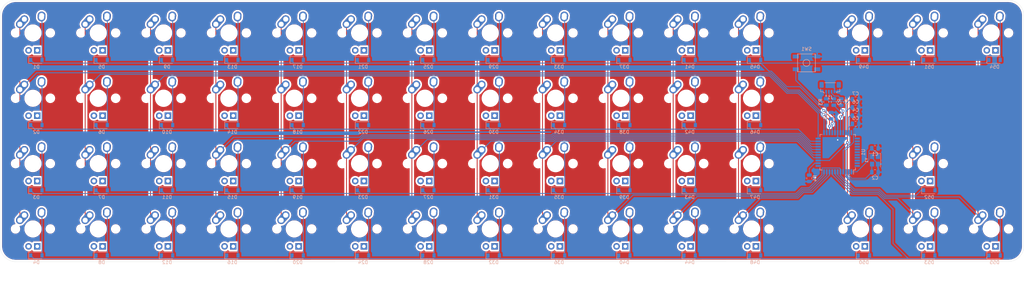
<source format=kicad_pcb>
(kicad_pcb (version 20171130) (host pcbnew "(5.1.6-0-10_14)")
  (layers (0 F.Cu signal) (31 B.Cu signal) (34 B.Paste user) (35 F.Paste user) (36 B.SilkS user) (37 F.SilkS user) (38 B.Mask user) (39 F.Mask user) (44 Edge.Cuts user))
  (net 0 "")
  (net 1 "Net-(C1-Pad1)")
  (net 2 GND)
  (net 3 "Net-(C2-Pad1)")
  (net 4 "Net-(C3-Pad2)")
  (net 5 "Net-(D1-Pad2)")
  (net 6 "Net-(D2-Pad2)")
  (net 7 "Net-(D3-Pad2)")
  (net 8 ROW2)
  (net 9 ROW3)
  (net 10 "Net-(D4-Pad2)")
  (net 11 "Net-(D5-Pad2)")
  (net 12 "Net-(D6-Pad2)")
  (net 13 "Net-(D7-Pad2)")
  (net 14 "Net-(D8-Pad2)")
  (net 15 "Net-(D9-Pad2)")
  (net 16 "Net-(D10-Pad2)")
  (net 17 "Net-(D11-Pad2)")
  (net 18 "Net-(D12-Pad2)")
  (net 19 "Net-(D13-Pad2)")
  (net 20 "Net-(D14-Pad2)")
  (net 21 "Net-(D15-Pad2)")
  (net 22 "Net-(D16-Pad2)")
  (net 23 "Net-(D17-Pad2)")
  (net 24 "Net-(D18-Pad2)")
  (net 25 "Net-(D19-Pad2)")
  (net 26 "Net-(D20-Pad2)")
  (net 27 "Net-(D21-Pad2)")
  (net 28 "Net-(D22-Pad2)")
  (net 29 "Net-(D23-Pad2)")
  (net 30 "Net-(D24-Pad2)")
  (net 31 "Net-(D25-Pad2)")
  (net 32 "Net-(D26-Pad2)")
  (net 33 "Net-(D27-Pad2)")
  (net 34 "Net-(D28-Pad2)")
  (net 35 "Net-(D29-Pad2)")
  (net 36 "Net-(D30-Pad2)")
  (net 37 "Net-(D31-Pad2)")
  (net 38 "Net-(D32-Pad2)")
  (net 39 "Net-(D33-Pad2)")
  (net 40 "Net-(D34-Pad2)")
  (net 41 "Net-(D35-Pad2)")
  (net 42 "Net-(D36-Pad2)")
  (net 43 "Net-(D37-Pad2)")
  (net 44 "Net-(D38-Pad2)")
  (net 45 "Net-(D39-Pad2)")
  (net 46 "Net-(D40-Pad2)")
  (net 47 "Net-(D41-Pad2)")
  (net 48 "Net-(D42-Pad2)")
  (net 49 "Net-(D43-Pad2)")
  (net 50 "Net-(D44-Pad2)")
  (net 51 "Net-(D45-Pad2)")
  (net 52 "Net-(D46-Pad2)")
  (net 53 "Net-(D47-Pad2)")
  (net 54 "Net-(D48-Pad2)")
  (net 55 "Net-(D49-Pad2)")
  (net 56 "Net-(D50-Pad2)")
  (net 57 "Net-(D51-Pad2)")
  (net 58 "Net-(D52-Pad2)")
  (net 59 "Net-(D53-Pad2)")
  (net 60 "Net-(D54-Pad2)")
  (net 61 "Net-(D55-Pad2)")
  (net 62 D-)
  (net 63 D+)
  (net 64 COL0)
  (net 65 COL1)
  (net 66 COL2)
  (net 67 COL3)
  (net 68 COL4)
  (net 69 COL5)
  (net 70 COL6)
  (net 71 COL7)
  (net 72 COL8)
  (net 73 COL9)
  (net 74 COL10)
  (net 75 COL11)
  (net 76 COL12)
  (net 77 COL13)
  (net 78 COL14)
  (net 79 "Net-(R1-Pad1)")
  (net 80 "Net-(R2-Pad1)")
  (net 81 "Net-(R3-Pad2)")
  (net 82 "Net-(R4-Pad2)")
  (net 83 ROW0)
  (net 84 ROW1)
  (net 85 "Net-(U1-Pad12)")
  (net 86 +5V)
  (module MX_Alps_Hybrid:MX-1U (layer F.Cu) (at 289.56 128.27)
    (fp_text reference MX55)
    (fp_text value MX-NoLED)
    (pad "" np_thru_hole circle (at 5.08 0 48.0996) (size 1.75 1.75) (drill 1.75) (layers *.Cu *.Mask))
    (pad "" np_thru_hole circle (at -5.08 0 48.0996) (size 1.75 1.75) (drill 1.75) (layers *.Cu *.Mask))
    (pad 4 thru_hole rect (at 1.27 5.08) (size 1.905 1.905) (drill 1.04) (layers *.Cu B.Mask))
    (pad 3 thru_hole circle (at -1.27 5.08) (size 1.905 1.905) (drill 1.04) (layers *.Cu B.Mask))
    (pad 1 thru_hole circle (at -2.5 -4) (size 2.25 2.25) (drill 1.47) (layers *.Cu B.Mask) (net 78 COL14))
    (pad "" np_thru_hole circle (at 0 0) (size 3.9878 3.9878) (drill 3.9878) (layers *.Cu *.Mask))
    (pad 1 thru_hole oval (at -3.81 -2.54 48.0996) (size 4.211556 2.25) (drill 1.47 (offset 0.980778 0)) (layers *.Cu B.Mask) (net 78 COL14))
    (pad 2 thru_hole circle (at 2.54 -5.08) (size 2.25 2.25) (drill 1.47) (layers *.Cu B.Mask) (net 61 "Net-(D55-Pad2)"))
    (pad 2 thru_hole oval (at 2.5 -4.5 86.0548) (size 2.831378 2.25) (drill 1.47 (offset 0.290689 0)) (layers *.Cu B.Mask) (net 61 "Net-(D55-Pad2)"))
  )
  (module MX_Alps_Hybrid:MX-1U (layer F.Cu) (at 181.61 128.27)
    (fp_text reference MX40)
    (fp_text value MX-NoLED)
    (pad "" np_thru_hole circle (at 5.08 0 48.0996) (size 1.75 1.75) (drill 1.75) (layers *.Cu *.Mask))
    (pad "" np_thru_hole circle (at -5.08 0 48.0996) (size 1.75 1.75) (drill 1.75) (layers *.Cu *.Mask))
    (pad 4 thru_hole rect (at 1.27 5.08) (size 1.905 1.905) (drill 1.04) (layers *.Cu B.Mask))
    (pad 3 thru_hole circle (at -1.27 5.08) (size 1.905 1.905) (drill 1.04) (layers *.Cu B.Mask))
    (pad 1 thru_hole circle (at -2.5 -4) (size 2.25 2.25) (drill 1.47) (layers *.Cu B.Mask) (net 73 COL9))
    (pad "" np_thru_hole circle (at 0 0) (size 3.9878 3.9878) (drill 3.9878) (layers *.Cu *.Mask))
    (pad 1 thru_hole oval (at -3.81 -2.54 48.0996) (size 4.211556 2.25) (drill 1.47 (offset 0.980778 0)) (layers *.Cu B.Mask) (net 73 COL9))
    (pad 2 thru_hole circle (at 2.54 -5.08) (size 2.25 2.25) (drill 1.47) (layers *.Cu B.Mask) (net 46 "Net-(D40-Pad2)"))
    (pad 2 thru_hole oval (at 2.5 -4.5 86.0548) (size 2.831378 2.25) (drill 1.47 (offset 0.290689 0)) (layers *.Cu B.Mask) (net 46 "Net-(D40-Pad2)"))
  )
  (module Capacitor_SMD:C_0805_2012Metric (layer B.Cu) (at 255.6891 104.7623)
    (fp_text reference C1 (at 0 1.65) (layer B.SilkS) (effects (justify mirror)))
    (fp_text value 22pF)
    (pad 1 smd roundrect (at -0.9375 0) (size 0.975 1.4) (layers B.Cu B.Paste B.Mask) (net 1 "Net-(C1-Pad1)"))
    (pad 2 smd roundrect (at 0.9375 0) (size 0.975 1.4) (layers B.Cu B.Paste B.Mask) (net 2 GND))
  )
  (module Capacitor_SMD:C_0805_2012Metric (layer B.Cu) (at 255.6891 111.7219)
    (fp_text reference C2 (at 0 1.65) (layer B.SilkS) (effects (justify mirror)))
    (fp_text value 22pF)
    (pad 2 smd roundrect (at 0.9375 0) (size 0.975 1.4) (layers B.Cu B.Paste B.Mask) (net 2 GND))
    (pad 1 smd roundrect (at -0.9375 0) (size 0.975 1.4) (layers B.Cu B.Paste B.Mask) (net 3 "Net-(C2-Pad1)"))
  )
  (module Capacitor_SMD:C_0805_2012Metric (layer B.Cu) (at 242.8875 95.25 270)
    (fp_text reference C3 (at 0 1.65 90) (layer B.SilkS) (effects (justify mirror)))
    (fp_text value 1uF)
    (pad 2 smd roundrect (at 0.9375 0 270) (size 0.975 1.4) (layers B.Cu B.Paste B.Mask) (net 4 "Net-(C3-Pad2)"))
    (pad 1 smd roundrect (at -0.9375 0 270) (size 0.975 1.4) (layers B.Cu B.Paste B.Mask) (net 2 GND))
  )
  (module Capacitor_SMD:C_0805_2012Metric (layer B.Cu) (at 250.03125 95.25 180)
    (fp_text reference C4 (at 0 1.65) (layer B.SilkS) (effects (justify mirror)))
    (fp_text value 0.1uF)
    (pad 2 smd roundrect (at 0.9375 0 180) (size 0.975 1.4) (layers B.Cu B.Paste B.Mask) (net 86 +5V))
    (pad 1 smd roundrect (at -0.9375 0 180) (size 0.975 1.4) (layers B.Cu B.Paste B.Mask) (net 2 GND))
  )
  (module Capacitor_SMD:C_0805_2012Metric (layer B.Cu) (at 250.03125 97.63125 180)
    (fp_text reference C5 (at 0 1.65) (layer B.SilkS) (effects (justify mirror)))
    (fp_text value 0.1uF)
    (pad 1 smd roundrect (at -0.9375 0 180) (size 0.975 1.4) (layers B.Cu B.Paste B.Mask) (net 2 GND))
    (pad 2 smd roundrect (at 0.9375 0 180) (size 0.975 1.4) (layers B.Cu B.Paste B.Mask) (net 86 +5V))
  )
  (module Capacitor_SMD:C_0805_2012Metric (layer B.Cu) (at 250.03125 92.86875 180)
    (fp_text reference C6 (at 0 1.65) (layer B.SilkS) (effects (justify mirror)))
    (fp_text value 0.1uF)
    (pad 1 smd roundrect (at -0.9375 0 180) (size 0.975 1.4) (layers B.Cu B.Paste B.Mask) (net 2 GND))
    (pad 2 smd roundrect (at 0.9375 0 180) (size 0.975 1.4) (layers B.Cu B.Paste B.Mask) (net 86 +5V))
  )
  (module Capacitor_SMD:C_0805_2012Metric (layer B.Cu) (at 250.03125 90.4875 180)
    (fp_text reference C7 (at 0 1.65) (layer B.SilkS) (effects (justify mirror)))
    (fp_text value 10uF)
    (pad 2 smd roundrect (at 0.9375 0 180) (size 0.975 1.4) (layers B.Cu B.Paste B.Mask) (net 86 +5V))
    (pad 1 smd roundrect (at -0.9375 0 180) (size 0.975 1.4) (layers B.Cu B.Paste B.Mask) (net 2 GND))
  )
  (module Diode_SMD:D_SOD-123 (layer B.Cu) (at 11.16 79)
    (fp_text reference D1 (at 0 2 180) (layer B.SilkS) (effects (justify mirror)))
    (fp_text value D_Small)
    (pad 1 smd rect (at -1.65 0) (size 0.9 1.2) (layers B.Cu B.Paste B.Mask) (net 83 ROW0))
    (pad 2 smd rect (at 1.65 0) (size 0.9 1.2) (layers B.Cu B.Paste B.Mask) (net 5 "Net-(D1-Pad2)"))
  )
  (module Diode_SMD:D_SOD-123 (layer B.Cu) (at 11.16 98)
    (fp_text reference D2 (at 0 2) (layer B.SilkS) (effects (justify mirror)))
    (fp_text value D_Small)
    (pad 2 smd rect (at 1.65 0) (size 0.9 1.2) (layers B.Cu B.Paste B.Mask) (net 6 "Net-(D2-Pad2)"))
    (pad 1 smd rect (at -1.65 0) (size 0.9 1.2) (layers B.Cu B.Paste B.Mask) (net 84 ROW1))
  )
  (module Diode_SMD:D_SOD-123 (layer B.Cu) (at 11.16 117)
    (fp_text reference D3 (at 0 2) (layer B.SilkS) (effects (justify mirror)))
    (fp_text value D_Small)
    (pad 2 smd rect (at 1.65 0) (size 0.9 1.2) (layers B.Cu B.Paste B.Mask) (net 7 "Net-(D3-Pad2)"))
    (pad 1 smd rect (at -1.65 0) (size 0.9 1.2) (layers B.Cu B.Paste B.Mask) (net 8 ROW2))
  )
  (module Diode_SMD:D_SOD-123 (layer B.Cu) (at 11.16 136)
    (fp_text reference D4 (at 0 2) (layer B.SilkS) (effects (justify mirror)))
    (fp_text value D_Small)
    (pad 1 smd rect (at -1.65 0) (size 0.9 1.2) (layers B.Cu B.Paste B.Mask) (net 9 ROW3))
    (pad 2 smd rect (at 1.65 0) (size 0.9 1.2) (layers B.Cu B.Paste B.Mask) (net 10 "Net-(D4-Pad2)"))
  )
  (module Diode_SMD:D_SOD-123 (layer B.Cu) (at 30.21 79)
    (fp_text reference D5 (at 0 2 180) (layer B.SilkS) (effects (justify mirror)))
    (fp_text value D_Small)
    (pad 1 smd rect (at -1.65 0) (size 0.9 1.2) (layers B.Cu B.Paste B.Mask) (net 83 ROW0))
    (pad 2 smd rect (at 1.65 0) (size 0.9 1.2) (layers B.Cu B.Paste B.Mask) (net 11 "Net-(D5-Pad2)"))
  )
  (module Diode_SMD:D_SOD-123 (layer B.Cu) (at 30.21 98)
    (fp_text reference D6 (at 0 2) (layer B.SilkS) (effects (justify mirror)))
    (fp_text value D_Small)
    (pad 2 smd rect (at 1.65 0) (size 0.9 1.2) (layers B.Cu B.Paste B.Mask) (net 12 "Net-(D6-Pad2)"))
    (pad 1 smd rect (at -1.65 0) (size 0.9 1.2) (layers B.Cu B.Paste B.Mask) (net 84 ROW1))
  )
  (module Diode_SMD:D_SOD-123 (layer B.Cu) (at 30.21 117)
    (fp_text reference D7 (at 0 2) (layer B.SilkS) (effects (justify mirror)))
    (fp_text value D_Small)
    (pad 2 smd rect (at 1.65 0) (size 0.9 1.2) (layers B.Cu B.Paste B.Mask) (net 13 "Net-(D7-Pad2)"))
    (pad 1 smd rect (at -1.65 0) (size 0.9 1.2) (layers B.Cu B.Paste B.Mask) (net 8 ROW2))
  )
  (module Diode_SMD:D_SOD-123 (layer B.Cu) (at 30.21 136)
    (fp_text reference D8 (at 0 2) (layer B.SilkS) (effects (justify mirror)))
    (fp_text value D_Small)
    (pad 1 smd rect (at -1.65 0) (size 0.9 1.2) (layers B.Cu B.Paste B.Mask) (net 9 ROW3))
    (pad 2 smd rect (at 1.65 0) (size 0.9 1.2) (layers B.Cu B.Paste B.Mask) (net 14 "Net-(D8-Pad2)"))
  )
  (module Diode_SMD:D_SOD-123 (layer B.Cu) (at 49.26 79)
    (fp_text reference D9 (at 0 2 180) (layer B.SilkS) (effects (justify mirror)))
    (fp_text value D_Small)
    (pad 1 smd rect (at -1.65 0) (size 0.9 1.2) (layers B.Cu B.Paste B.Mask) (net 83 ROW0))
    (pad 2 smd rect (at 1.65 0) (size 0.9 1.2) (layers B.Cu B.Paste B.Mask) (net 15 "Net-(D9-Pad2)"))
  )
  (module Diode_SMD:D_SOD-123 (layer B.Cu) (at 49.26 98)
    (fp_text reference D10 (at 0 2) (layer B.SilkS) (effects (justify mirror)))
    (fp_text value D_Small)
    (pad 2 smd rect (at 1.65 0) (size 0.9 1.2) (layers B.Cu B.Paste B.Mask) (net 16 "Net-(D10-Pad2)"))
    (pad 1 smd rect (at -1.65 0) (size 0.9 1.2) (layers B.Cu B.Paste B.Mask) (net 84 ROW1))
  )
  (module Diode_SMD:D_SOD-123 (layer B.Cu) (at 49.26 117)
    (fp_text reference D11 (at 0 2) (layer B.SilkS) (effects (justify mirror)))
    (fp_text value D_Small)
    (pad 2 smd rect (at 1.65 0) (size 0.9 1.2) (layers B.Cu B.Paste B.Mask) (net 17 "Net-(D11-Pad2)"))
    (pad 1 smd rect (at -1.65 0) (size 0.9 1.2) (layers B.Cu B.Paste B.Mask) (net 8 ROW2))
  )
  (module Diode_SMD:D_SOD-123 (layer B.Cu) (at 49.26 136)
    (fp_text reference D12 (at 0 2) (layer B.SilkS) (effects (justify mirror)))
    (fp_text value D_Small)
    (pad 1 smd rect (at -1.65 0) (size 0.9 1.2) (layers B.Cu B.Paste B.Mask) (net 9 ROW3))
    (pad 2 smd rect (at 1.65 0) (size 0.9 1.2) (layers B.Cu B.Paste B.Mask) (net 18 "Net-(D12-Pad2)"))
  )
  (module Diode_SMD:D_SOD-123 (layer B.Cu) (at 68.31 79)
    (fp_text reference D13 (at 0 2) (layer B.SilkS) (effects (justify mirror)))
    (fp_text value D_Small)
    (pad 2 smd rect (at 1.65 0) (size 0.9 1.2) (layers B.Cu B.Paste B.Mask) (net 19 "Net-(D13-Pad2)"))
    (pad 1 smd rect (at -1.65 0) (size 0.9 1.2) (layers B.Cu B.Paste B.Mask) (net 83 ROW0))
  )
  (module Diode_SMD:D_SOD-123 (layer B.Cu) (at 68.31 98)
    (fp_text reference D14 (at 0 2) (layer B.SilkS) (effects (justify mirror)))
    (fp_text value D_Small)
    (pad 2 smd rect (at 1.65 0) (size 0.9 1.2) (layers B.Cu B.Paste B.Mask) (net 20 "Net-(D14-Pad2)"))
    (pad 1 smd rect (at -1.65 0) (size 0.9 1.2) (layers B.Cu B.Paste B.Mask) (net 84 ROW1))
  )
  (module Diode_SMD:D_SOD-123 (layer B.Cu) (at 68.31 117)
    (fp_text reference D15 (at 0 2) (layer B.SilkS) (effects (justify mirror)))
    (fp_text value D_Small)
    (pad 2 smd rect (at 1.65 0) (size 0.9 1.2) (layers B.Cu B.Paste B.Mask) (net 21 "Net-(D15-Pad2)"))
    (pad 1 smd rect (at -1.65 0) (size 0.9 1.2) (layers B.Cu B.Paste B.Mask) (net 8 ROW2))
  )
  (module Diode_SMD:D_SOD-123 (layer B.Cu) (at 68.31 136)
    (fp_text reference D16 (at 0 2) (layer B.SilkS) (effects (justify mirror)))
    (fp_text value D_Small)
    (pad 1 smd rect (at -1.65 0) (size 0.9 1.2) (layers B.Cu B.Paste B.Mask) (net 9 ROW3))
    (pad 2 smd rect (at 1.65 0) (size 0.9 1.2) (layers B.Cu B.Paste B.Mask) (net 22 "Net-(D16-Pad2)"))
  )
  (module Diode_SMD:D_SOD-123 (layer B.Cu) (at 87.36 79)
    (fp_text reference D17 (at 0 2) (layer B.SilkS) (effects (justify mirror)))
    (fp_text value D_Small)
    (pad 2 smd rect (at 1.65 0) (size 0.9 1.2) (layers B.Cu B.Paste B.Mask) (net 23 "Net-(D17-Pad2)"))
    (pad 1 smd rect (at -1.65 0) (size 0.9 1.2) (layers B.Cu B.Paste B.Mask) (net 83 ROW0))
  )
  (module Diode_SMD:D_SOD-123 (layer B.Cu) (at 87.36 98)
    (fp_text reference D18 (at 0 2) (layer B.SilkS) (effects (justify mirror)))
    (fp_text value D_Small)
    (pad 2 smd rect (at 1.65 0) (size 0.9 1.2) (layers B.Cu B.Paste B.Mask) (net 24 "Net-(D18-Pad2)"))
    (pad 1 smd rect (at -1.65 0) (size 0.9 1.2) (layers B.Cu B.Paste B.Mask) (net 84 ROW1))
  )
  (module Diode_SMD:D_SOD-123 (layer B.Cu) (at 87.36 117)
    (fp_text reference D19 (at 0 2) (layer B.SilkS) (effects (justify mirror)))
    (fp_text value D_Small)
    (pad 2 smd rect (at 1.65 0) (size 0.9 1.2) (layers B.Cu B.Paste B.Mask) (net 25 "Net-(D19-Pad2)"))
    (pad 1 smd rect (at -1.65 0) (size 0.9 1.2) (layers B.Cu B.Paste B.Mask) (net 8 ROW2))
  )
  (module Diode_SMD:D_SOD-123 (layer B.Cu) (at 87.36 136)
    (fp_text reference D20 (at 0 2) (layer B.SilkS) (effects (justify mirror)))
    (fp_text value D_Small)
    (pad 1 smd rect (at -1.65 0) (size 0.9 1.2) (layers B.Cu B.Paste B.Mask) (net 9 ROW3))
    (pad 2 smd rect (at 1.65 0) (size 0.9 1.2) (layers B.Cu B.Paste B.Mask) (net 26 "Net-(D20-Pad2)"))
  )
  (module Diode_SMD:D_SOD-123 (layer B.Cu) (at 106.41 79)
    (fp_text reference D21 (at 0 2) (layer B.SilkS) (effects (justify mirror)))
    (fp_text value D_Small)
    (pad 2 smd rect (at 1.65 0) (size 0.9 1.2) (layers B.Cu B.Paste B.Mask) (net 27 "Net-(D21-Pad2)"))
    (pad 1 smd rect (at -1.65 0) (size 0.9 1.2) (layers B.Cu B.Paste B.Mask) (net 83 ROW0))
  )
  (module Diode_SMD:D_SOD-123 (layer B.Cu) (at 106.41 98)
    (fp_text reference D22 (at 0 2) (layer B.SilkS) (effects (justify mirror)))
    (fp_text value D_Small)
    (pad 2 smd rect (at 1.65 0) (size 0.9 1.2) (layers B.Cu B.Paste B.Mask) (net 28 "Net-(D22-Pad2)"))
    (pad 1 smd rect (at -1.65 0) (size 0.9 1.2) (layers B.Cu B.Paste B.Mask) (net 84 ROW1))
  )
  (module Diode_SMD:D_SOD-123 (layer B.Cu) (at 106.41 117)
    (fp_text reference D23 (at 0 2) (layer B.SilkS) (effects (justify mirror)))
    (fp_text value D_Small)
    (pad 2 smd rect (at 1.65 0) (size 0.9 1.2) (layers B.Cu B.Paste B.Mask) (net 29 "Net-(D23-Pad2)"))
    (pad 1 smd rect (at -1.65 0) (size 0.9 1.2) (layers B.Cu B.Paste B.Mask) (net 8 ROW2))
  )
  (module Diode_SMD:D_SOD-123 (layer B.Cu) (at 106.41 136)
    (fp_text reference D24 (at 0 2 180) (layer B.SilkS) (effects (justify mirror)))
    (fp_text value D_Small)
    (pad 1 smd rect (at -1.65 0) (size 0.9 1.2) (layers B.Cu B.Paste B.Mask) (net 9 ROW3))
    (pad 2 smd rect (at 1.65 0) (size 0.9 1.2) (layers B.Cu B.Paste B.Mask) (net 30 "Net-(D24-Pad2)"))
  )
  (module Diode_SMD:D_SOD-123 (layer B.Cu) (at 125.46 79)
    (fp_text reference D25 (at 0 2) (layer B.SilkS) (effects (justify mirror)))
    (fp_text value D_Small)
    (pad 2 smd rect (at 1.65 0) (size 0.9 1.2) (layers B.Cu B.Paste B.Mask) (net 31 "Net-(D25-Pad2)"))
    (pad 1 smd rect (at -1.65 0) (size 0.9 1.2) (layers B.Cu B.Paste B.Mask) (net 83 ROW0))
  )
  (module Diode_SMD:D_SOD-123 (layer B.Cu) (at 125.46 98)
    (fp_text reference D26 (at 0 2) (layer B.SilkS) (effects (justify mirror)))
    (fp_text value D_Small)
    (pad 2 smd rect (at 1.65 0) (size 0.9 1.2) (layers B.Cu B.Paste B.Mask) (net 32 "Net-(D26-Pad2)"))
    (pad 1 smd rect (at -1.65 0) (size 0.9 1.2) (layers B.Cu B.Paste B.Mask) (net 84 ROW1))
  )
  (module Diode_SMD:D_SOD-123 (layer B.Cu) (at 125.46 117)
    (fp_text reference D27 (at 0 2) (layer B.SilkS) (effects (justify mirror)))
    (fp_text value D_Small)
    (pad 2 smd rect (at 1.65 0) (size 0.9 1.2) (layers B.Cu B.Paste B.Mask) (net 33 "Net-(D27-Pad2)"))
    (pad 1 smd rect (at -1.65 0) (size 0.9 1.2) (layers B.Cu B.Paste B.Mask) (net 8 ROW2))
  )
  (module Diode_SMD:D_SOD-123 (layer B.Cu) (at 125.46 136)
    (fp_text reference D28 (at 0 2 180) (layer B.SilkS) (effects (justify mirror)))
    (fp_text value D_Small)
    (pad 1 smd rect (at -1.65 0) (size 0.9 1.2) (layers B.Cu B.Paste B.Mask) (net 9 ROW3))
    (pad 2 smd rect (at 1.65 0) (size 0.9 1.2) (layers B.Cu B.Paste B.Mask) (net 34 "Net-(D28-Pad2)"))
  )
  (module Diode_SMD:D_SOD-123 (layer B.Cu) (at 144.51 79)
    (fp_text reference D29 (at 0 2) (layer B.SilkS) (effects (justify mirror)))
    (fp_text value D_Small)
    (pad 1 smd rect (at -1.65 0) (size 0.9 1.2) (layers B.Cu B.Paste B.Mask) (net 83 ROW0))
    (pad 2 smd rect (at 1.65 0) (size 0.9 1.2) (layers B.Cu B.Paste B.Mask) (net 35 "Net-(D29-Pad2)"))
  )
  (module Diode_SMD:D_SOD-123 (layer B.Cu) (at 144.51 98)
    (fp_text reference D30 (at 0 2) (layer B.SilkS) (effects (justify mirror)))
    (fp_text value D_Small)
    (pad 2 smd rect (at 1.65 0) (size 0.9 1.2) (layers B.Cu B.Paste B.Mask) (net 36 "Net-(D30-Pad2)"))
    (pad 1 smd rect (at -1.65 0) (size 0.9 1.2) (layers B.Cu B.Paste B.Mask) (net 84 ROW1))
  )
  (module Diode_SMD:D_SOD-123 (layer B.Cu) (at 144.51 117)
    (fp_text reference D31 (at 0 2) (layer B.SilkS) (effects (justify mirror)))
    (fp_text value D_Small)
    (pad 1 smd rect (at -1.65 0) (size 0.9 1.2) (layers B.Cu B.Paste B.Mask) (net 8 ROW2))
    (pad 2 smd rect (at 1.65 0) (size 0.9 1.2) (layers B.Cu B.Paste B.Mask) (net 37 "Net-(D31-Pad2)"))
  )
  (module Diode_SMD:D_SOD-123 (layer B.Cu) (at 144.51 136)
    (fp_text reference D32 (at 0 2 180) (layer B.SilkS) (effects (justify mirror)))
    (fp_text value D_Small)
    (pad 1 smd rect (at -1.65 0) (size 0.9 1.2) (layers B.Cu B.Paste B.Mask) (net 9 ROW3))
    (pad 2 smd rect (at 1.65 0) (size 0.9 1.2) (layers B.Cu B.Paste B.Mask) (net 38 "Net-(D32-Pad2)"))
  )
  (module Diode_SMD:D_SOD-123 (layer B.Cu) (at 163.56 79)
    (fp_text reference D33 (at 0 2) (layer B.SilkS) (effects (justify mirror)))
    (fp_text value D_Small)
    (pad 2 smd rect (at 1.65 0) (size 0.9 1.2) (layers B.Cu B.Paste B.Mask) (net 39 "Net-(D33-Pad2)"))
    (pad 1 smd rect (at -1.65 0) (size 0.9 1.2) (layers B.Cu B.Paste B.Mask) (net 83 ROW0))
  )
  (module Diode_SMD:D_SOD-123 (layer B.Cu) (at 163.56 98)
    (fp_text reference D34 (at 0 2) (layer B.SilkS) (effects (justify mirror)))
    (fp_text value D_Small)
    (pad 2 smd rect (at 1.65 0) (size 0.9 1.2) (layers B.Cu B.Paste B.Mask) (net 40 "Net-(D34-Pad2)"))
    (pad 1 smd rect (at -1.65 0) (size 0.9 1.2) (layers B.Cu B.Paste B.Mask) (net 84 ROW1))
  )
  (module Diode_SMD:D_SOD-123 (layer B.Cu) (at 163.56 117)
    (fp_text reference D35 (at 0 2) (layer B.SilkS) (effects (justify mirror)))
    (fp_text value D_Small)
    (pad 2 smd rect (at 1.65 0) (size 0.9 1.2) (layers B.Cu B.Paste B.Mask) (net 41 "Net-(D35-Pad2)"))
    (pad 1 smd rect (at -1.65 0) (size 0.9 1.2) (layers B.Cu B.Paste B.Mask) (net 8 ROW2))
  )
  (module Diode_SMD:D_SOD-123 (layer B.Cu) (at 163.56 136)
    (fp_text reference D36 (at 0 2 180) (layer B.SilkS) (effects (justify mirror)))
    (fp_text value D_Small)
    (pad 1 smd rect (at -1.65 0) (size 0.9 1.2) (layers B.Cu B.Paste B.Mask) (net 9 ROW3))
    (pad 2 smd rect (at 1.65 0) (size 0.9 1.2) (layers B.Cu B.Paste B.Mask) (net 42 "Net-(D36-Pad2)"))
  )
  (module Diode_SMD:D_SOD-123 (layer B.Cu) (at 182.61 79)
    (fp_text reference D37 (at 0 2) (layer B.SilkS) (effects (justify mirror)))
    (fp_text value D_Small)
    (pad 1 smd rect (at -1.65 0) (size 0.9 1.2) (layers B.Cu B.Paste B.Mask) (net 83 ROW0))
    (pad 2 smd rect (at 1.65 0) (size 0.9 1.2) (layers B.Cu B.Paste B.Mask) (net 43 "Net-(D37-Pad2)"))
  )
  (module Diode_SMD:D_SOD-123 (layer B.Cu) (at 182.61 98)
    (fp_text reference D38 (at 0 2) (layer B.SilkS) (effects (justify mirror)))
    (fp_text value D_Small)
    (pad 2 smd rect (at 1.65 0) (size 0.9 1.2) (layers B.Cu B.Paste B.Mask) (net 44 "Net-(D38-Pad2)"))
    (pad 1 smd rect (at -1.65 0) (size 0.9 1.2) (layers B.Cu B.Paste B.Mask) (net 84 ROW1))
  )
  (module Diode_SMD:D_SOD-123 (layer B.Cu) (at 182.61 117)
    (fp_text reference D39 (at 0 2) (layer B.SilkS) (effects (justify mirror)))
    (fp_text value D_Small)
    (pad 1 smd rect (at -1.65 0) (size 0.9 1.2) (layers B.Cu B.Paste B.Mask) (net 8 ROW2))
    (pad 2 smd rect (at 1.65 0) (size 0.9 1.2) (layers B.Cu B.Paste B.Mask) (net 45 "Net-(D39-Pad2)"))
  )
  (module Diode_SMD:D_SOD-123 (layer B.Cu) (at 182.61 136)
    (fp_text reference D40 (at 0 2 180) (layer B.SilkS) (effects (justify mirror)))
    (fp_text value D_Small)
    (pad 1 smd rect (at -1.65 0) (size 0.9 1.2) (layers B.Cu B.Paste B.Mask) (net 9 ROW3))
    (pad 2 smd rect (at 1.65 0) (size 0.9 1.2) (layers B.Cu B.Paste B.Mask) (net 46 "Net-(D40-Pad2)"))
  )
  (module Diode_SMD:D_SOD-123 (layer B.Cu) (at 201.66 79)
    (fp_text reference D41 (at 0 2) (layer B.SilkS) (effects (justify mirror)))
    (fp_text value D_Small)
    (pad 2 smd rect (at 1.65 0) (size 0.9 1.2) (layers B.Cu B.Paste B.Mask) (net 47 "Net-(D41-Pad2)"))
    (pad 1 smd rect (at -1.65 0) (size 0.9 1.2) (layers B.Cu B.Paste B.Mask) (net 83 ROW0))
  )
  (module Diode_SMD:D_SOD-123 (layer B.Cu) (at 201.66 98)
    (fp_text reference D42 (at 0 2) (layer B.SilkS) (effects (justify mirror)))
    (fp_text value D_Small)
    (pad 2 smd rect (at 1.65 0) (size 0.9 1.2) (layers B.Cu B.Paste B.Mask) (net 48 "Net-(D42-Pad2)"))
    (pad 1 smd rect (at -1.65 0) (size 0.9 1.2) (layers B.Cu B.Paste B.Mask) (net 84 ROW1))
  )
  (module Diode_SMD:D_SOD-123 (layer B.Cu) (at 201.66 117)
    (fp_text reference D43 (at 0 2) (layer B.SilkS) (effects (justify mirror)))
    (fp_text value D_Small)
    (pad 1 smd rect (at -1.65 0) (size 0.9 1.2) (layers B.Cu B.Paste B.Mask) (net 8 ROW2))
    (pad 2 smd rect (at 1.65 0) (size 0.9 1.2) (layers B.Cu B.Paste B.Mask) (net 49 "Net-(D43-Pad2)"))
  )
  (module Diode_SMD:D_SOD-123 (layer B.Cu) (at 201.66 136)
    (fp_text reference D44 (at 0 2 180) (layer B.SilkS) (effects (justify mirror)))
    (fp_text value D_Small)
    (pad 1 smd rect (at -1.65 0) (size 0.9 1.2) (layers B.Cu B.Paste B.Mask) (net 9 ROW3))
    (pad 2 smd rect (at 1.65 0) (size 0.9 1.2) (layers B.Cu B.Paste B.Mask) (net 50 "Net-(D44-Pad2)"))
  )
  (module Diode_SMD:D_SOD-123 (layer B.Cu) (at 220.71 79)
    (fp_text reference D45 (at 0 2 180) (layer B.SilkS) (effects (justify mirror)))
    (fp_text value D_Small)
    (pad 2 smd rect (at 1.65 0) (size 0.9 1.2) (layers B.Cu B.Paste B.Mask) (net 51 "Net-(D45-Pad2)"))
    (pad 1 smd rect (at -1.65 0) (size 0.9 1.2) (layers B.Cu B.Paste B.Mask) (net 83 ROW0))
  )
  (module Diode_SMD:D_SOD-123 (layer B.Cu) (at 220.71 98)
    (fp_text reference D46 (at 0 2 180) (layer B.SilkS) (effects (justify mirror)))
    (fp_text value D_Small)
    (pad 2 smd rect (at 1.65 0) (size 0.9 1.2) (layers B.Cu B.Paste B.Mask) (net 52 "Net-(D46-Pad2)"))
    (pad 1 smd rect (at -1.65 0) (size 0.9 1.2) (layers B.Cu B.Paste B.Mask) (net 84 ROW1))
  )
  (module Diode_SMD:D_SOD-123 (layer B.Cu) (at 220.71 117)
    (fp_text reference D47 (at 0 2) (layer B.SilkS) (effects (justify mirror)))
    (fp_text value D_Small)
    (pad 1 smd rect (at -1.65 0) (size 0.9 1.2) (layers B.Cu B.Paste B.Mask) (net 8 ROW2))
    (pad 2 smd rect (at 1.65 0) (size 0.9 1.2) (layers B.Cu B.Paste B.Mask) (net 53 "Net-(D47-Pad2)"))
  )
  (module Diode_SMD:D_SOD-123 (layer B.Cu) (at 220.71 136)
    (fp_text reference D48 (at 0 2 180) (layer B.SilkS) (effects (justify mirror)))
    (fp_text value D_Small)
    (pad 1 smd rect (at -1.65 0) (size 0.9 1.2) (layers B.Cu B.Paste B.Mask) (net 9 ROW3))
    (pad 2 smd rect (at 1.65 0) (size 0.9 1.2) (layers B.Cu B.Paste B.Mask) (net 54 "Net-(D48-Pad2)"))
  )
  (module Diode_SMD:D_SOD-123 (layer B.Cu) (at 252.46 79)
    (fp_text reference D49 (at 0 2 180) (layer B.SilkS) (effects (justify mirror)))
    (fp_text value D_Small)
    (pad 1 smd rect (at -1.65 0) (size 0.9 1.2) (layers B.Cu B.Paste B.Mask) (net 83 ROW0))
    (pad 2 smd rect (at 1.65 0) (size 0.9 1.2) (layers B.Cu B.Paste B.Mask) (net 55 "Net-(D49-Pad2)"))
  )
  (module Diode_SMD:D_SOD-123 (layer B.Cu) (at 252.46 136)
    (fp_text reference D50 (at 0 2 180) (layer B.SilkS) (effects (justify mirror)))
    (fp_text value D_Small)
    (pad 1 smd rect (at -1.65 0) (size 0.9 1.2) (layers B.Cu B.Paste B.Mask) (net 9 ROW3))
    (pad 2 smd rect (at 1.65 0) (size 0.9 1.2) (layers B.Cu B.Paste B.Mask) (net 56 "Net-(D50-Pad2)"))
  )
  (module Diode_SMD:D_SOD-123 (layer B.Cu) (at 271.51 79)
    (fp_text reference D51 (at 0 2 -180) (layer B.SilkS) (effects (justify mirror)))
    (fp_text value D_Small)
    (pad 1 smd rect (at -1.65 0) (size 0.9 1.2) (layers B.Cu B.Paste B.Mask) (net 83 ROW0))
    (pad 2 smd rect (at 1.65 0) (size 0.9 1.2) (layers B.Cu B.Paste B.Mask) (net 57 "Net-(D51-Pad2)"))
  )
  (module Diode_SMD:D_SOD-123 (layer B.Cu) (at 271.51 117)
    (fp_text reference D52 (at 0 2 180) (layer B.SilkS) (effects (justify mirror)))
    (fp_text value D_Small)
    (pad 1 smd rect (at -1.65 0) (size 0.9 1.2) (layers B.Cu B.Paste B.Mask) (net 8 ROW2))
    (pad 2 smd rect (at 1.65 0) (size 0.9 1.2) (layers B.Cu B.Paste B.Mask) (net 58 "Net-(D52-Pad2)"))
  )
  (module Diode_SMD:D_SOD-123 (layer B.Cu) (at 271.51 136)
    (fp_text reference D53 (at 0 2 180) (layer B.SilkS) (effects (justify mirror)))
    (fp_text value D_Small)
    (pad 1 smd rect (at -1.65 0) (size 0.9 1.2) (layers B.Cu B.Paste B.Mask) (net 9 ROW3))
    (pad 2 smd rect (at 1.65 0) (size 0.9 1.2) (layers B.Cu B.Paste B.Mask) (net 59 "Net-(D53-Pad2)"))
  )
  (module Diode_SMD:D_SOD-123 (layer B.Cu) (at 290.56 79)
    (fp_text reference D54 (at 0 2 -180) (layer B.SilkS) (effects (justify mirror)))
    (fp_text value D_Small)
    (pad 1 smd rect (at -1.65 0) (size 0.9 1.2) (layers B.Cu B.Paste B.Mask) (net 83 ROW0))
    (pad 2 smd rect (at 1.65 0) (size 0.9 1.2) (layers B.Cu B.Paste B.Mask) (net 60 "Net-(D54-Pad2)"))
  )
  (module Diode_SMD:D_SOD-123 (layer B.Cu) (at 290.56 136)
    (fp_text reference D55 (at 0 2 180) (layer B.SilkS) (effects (justify mirror)))
    (fp_text value D_Small)
    (pad 1 smd rect (at -1.65 0) (size 0.9 1.2) (layers B.Cu B.Paste B.Mask) (net 9 ROW3))
    (pad 2 smd rect (at 1.65 0) (size 0.9 1.2) (layers B.Cu B.Paste B.Mask) (net 61 "Net-(D55-Pad2)"))
  )
  (module MX_Alps_Hybrid:MX-1U (layer F.Cu) (at 10.16 71.12)
    (fp_text reference MX1)
    (fp_text value MX-NoLED)
    (pad 2 thru_hole oval (at 2.5 -4.5 86.0548) (size 2.831378 2.25) (drill 1.47 (offset 0.290689 0)) (layers *.Cu B.Mask) (net 5 "Net-(D1-Pad2)"))
    (pad 2 thru_hole circle (at 2.54 -5.08) (size 2.25 2.25) (drill 1.47) (layers *.Cu B.Mask) (net 5 "Net-(D1-Pad2)"))
    (pad 1 thru_hole oval (at -3.81 -2.54 48.0996) (size 4.211556 2.25) (drill 1.47 (offset 0.980778 0)) (layers *.Cu B.Mask) (net 64 COL0))
    (pad "" np_thru_hole circle (at 0 0) (size 3.9878 3.9878) (drill 3.9878) (layers *.Cu *.Mask))
    (pad 1 thru_hole circle (at -2.5 -4) (size 2.25 2.25) (drill 1.47) (layers *.Cu B.Mask) (net 64 COL0))
    (pad 3 thru_hole circle (at -1.27 5.08) (size 1.905 1.905) (drill 1.04) (layers *.Cu B.Mask))
    (pad 4 thru_hole rect (at 1.27 5.08) (size 1.905 1.905) (drill 1.04) (layers *.Cu B.Mask))
    (pad "" np_thru_hole circle (at -5.08 0 48.0996) (size 1.75 1.75) (drill 1.75) (layers *.Cu *.Mask))
    (pad "" np_thru_hole circle (at 5.08 0 48.0996) (size 1.75 1.75) (drill 1.75) (layers *.Cu *.Mask))
  )
  (module MX_Alps_Hybrid:MX-1U (layer F.Cu) (at 10.16 90.17)
    (fp_text reference MX2)
    (fp_text value MX-NoLED)
    (pad 2 thru_hole oval (at 2.5 -4.5 86.0548) (size 2.831378 2.25) (drill 1.47 (offset 0.290689 0)) (layers *.Cu B.Mask) (net 6 "Net-(D2-Pad2)"))
    (pad 2 thru_hole circle (at 2.54 -5.08) (size 2.25 2.25) (drill 1.47) (layers *.Cu B.Mask) (net 6 "Net-(D2-Pad2)"))
    (pad 1 thru_hole oval (at -3.81 -2.54 48.0996) (size 4.211556 2.25) (drill 1.47 (offset 0.980778 0)) (layers *.Cu B.Mask) (net 64 COL0))
    (pad "" np_thru_hole circle (at 0 0) (size 3.9878 3.9878) (drill 3.9878) (layers *.Cu *.Mask))
    (pad 1 thru_hole circle (at -2.5 -4) (size 2.25 2.25) (drill 1.47) (layers *.Cu B.Mask) (net 64 COL0))
    (pad 3 thru_hole circle (at -1.27 5.08) (size 1.905 1.905) (drill 1.04) (layers *.Cu B.Mask))
    (pad 4 thru_hole rect (at 1.27 5.08) (size 1.905 1.905) (drill 1.04) (layers *.Cu B.Mask))
    (pad "" np_thru_hole circle (at -5.08 0 48.0996) (size 1.75 1.75) (drill 1.75) (layers *.Cu *.Mask))
    (pad "" np_thru_hole circle (at 5.08 0 48.0996) (size 1.75 1.75) (drill 1.75) (layers *.Cu *.Mask))
  )
  (module MX_Alps_Hybrid:MX-1U (layer F.Cu) (at 10.16 109.22)
    (fp_text reference MX3)
    (fp_text value MX-NoLED)
    (pad 2 thru_hole oval (at 2.5 -4.5 86.0548) (size 2.831378 2.25) (drill 1.47 (offset 0.290689 0)) (layers *.Cu B.Mask) (net 7 "Net-(D3-Pad2)"))
    (pad 2 thru_hole circle (at 2.54 -5.08) (size 2.25 2.25) (drill 1.47) (layers *.Cu B.Mask) (net 7 "Net-(D3-Pad2)"))
    (pad 1 thru_hole oval (at -3.81 -2.54 48.0996) (size 4.211556 2.25) (drill 1.47 (offset 0.980778 0)) (layers *.Cu B.Mask) (net 64 COL0))
    (pad "" np_thru_hole circle (at 0 0) (size 3.9878 3.9878) (drill 3.9878) (layers *.Cu *.Mask))
    (pad 1 thru_hole circle (at -2.5 -4) (size 2.25 2.25) (drill 1.47) (layers *.Cu B.Mask) (net 64 COL0))
    (pad 3 thru_hole circle (at -1.27 5.08) (size 1.905 1.905) (drill 1.04) (layers *.Cu B.Mask))
    (pad 4 thru_hole rect (at 1.27 5.08) (size 1.905 1.905) (drill 1.04) (layers *.Cu B.Mask))
    (pad "" np_thru_hole circle (at -5.08 0 48.0996) (size 1.75 1.75) (drill 1.75) (layers *.Cu *.Mask))
    (pad "" np_thru_hole circle (at 5.08 0 48.0996) (size 1.75 1.75) (drill 1.75) (layers *.Cu *.Mask))
  )
  (module MX_Alps_Hybrid:MX-1U (layer F.Cu) (at 10.16 128.27)
    (fp_text reference MX4)
    (fp_text value MX-NoLED)
    (pad "" np_thru_hole circle (at 5.08 0 48.0996) (size 1.75 1.75) (drill 1.75) (layers *.Cu *.Mask))
    (pad "" np_thru_hole circle (at -5.08 0 48.0996) (size 1.75 1.75) (drill 1.75) (layers *.Cu *.Mask))
    (pad 4 thru_hole rect (at 1.27 5.08) (size 1.905 1.905) (drill 1.04) (layers *.Cu B.Mask))
    (pad 3 thru_hole circle (at -1.27 5.08) (size 1.905 1.905) (drill 1.04) (layers *.Cu B.Mask))
    (pad 1 thru_hole circle (at -2.5 -4) (size 2.25 2.25) (drill 1.47) (layers *.Cu B.Mask) (net 64 COL0))
    (pad "" np_thru_hole circle (at 0 0) (size 3.9878 3.9878) (drill 3.9878) (layers *.Cu *.Mask))
    (pad 1 thru_hole oval (at -3.81 -2.54 48.0996) (size 4.211556 2.25) (drill 1.47 (offset 0.980778 0)) (layers *.Cu B.Mask) (net 64 COL0))
    (pad 2 thru_hole circle (at 2.54 -5.08) (size 2.25 2.25) (drill 1.47) (layers *.Cu B.Mask) (net 10 "Net-(D4-Pad2)"))
    (pad 2 thru_hole oval (at 2.5 -4.5 86.0548) (size 2.831378 2.25) (drill 1.47 (offset 0.290689 0)) (layers *.Cu B.Mask) (net 10 "Net-(D4-Pad2)"))
  )
  (module MX_Alps_Hybrid:MX-1U (layer F.Cu) (at 29.21 71.12)
    (fp_text reference MX5)
    (fp_text value MX-NoLED)
    (pad "" np_thru_hole circle (at 5.08 0 48.0996) (size 1.75 1.75) (drill 1.75) (layers *.Cu *.Mask))
    (pad "" np_thru_hole circle (at -5.08 0 48.0996) (size 1.75 1.75) (drill 1.75) (layers *.Cu *.Mask))
    (pad 4 thru_hole rect (at 1.27 5.08) (size 1.905 1.905) (drill 1.04) (layers *.Cu B.Mask))
    (pad 3 thru_hole circle (at -1.27 5.08) (size 1.905 1.905) (drill 1.04) (layers *.Cu B.Mask))
    (pad 1 thru_hole circle (at -2.5 -4) (size 2.25 2.25) (drill 1.47) (layers *.Cu B.Mask) (net 65 COL1))
    (pad "" np_thru_hole circle (at 0 0) (size 3.9878 3.9878) (drill 3.9878) (layers *.Cu *.Mask))
    (pad 1 thru_hole oval (at -3.81 -2.54 48.0996) (size 4.211556 2.25) (drill 1.47 (offset 0.980778 0)) (layers *.Cu B.Mask) (net 65 COL1))
    (pad 2 thru_hole circle (at 2.54 -5.08) (size 2.25 2.25) (drill 1.47) (layers *.Cu B.Mask) (net 11 "Net-(D5-Pad2)"))
    (pad 2 thru_hole oval (at 2.5 -4.5 86.0548) (size 2.831378 2.25) (drill 1.47 (offset 0.290689 0)) (layers *.Cu B.Mask) (net 11 "Net-(D5-Pad2)"))
  )
  (module MX_Alps_Hybrid:MX-1U (layer F.Cu) (at 29.21 90.17)
    (fp_text reference MX6)
    (fp_text value MX-NoLED)
    (pad 2 thru_hole oval (at 2.5 -4.5 86.0548) (size 2.831378 2.25) (drill 1.47 (offset 0.290689 0)) (layers *.Cu B.Mask) (net 12 "Net-(D6-Pad2)"))
    (pad 2 thru_hole circle (at 2.54 -5.08) (size 2.25 2.25) (drill 1.47) (layers *.Cu B.Mask) (net 12 "Net-(D6-Pad2)"))
    (pad 1 thru_hole oval (at -3.81 -2.54 48.0996) (size 4.211556 2.25) (drill 1.47 (offset 0.980778 0)) (layers *.Cu B.Mask) (net 65 COL1))
    (pad "" np_thru_hole circle (at 0 0) (size 3.9878 3.9878) (drill 3.9878) (layers *.Cu *.Mask))
    (pad 1 thru_hole circle (at -2.5 -4) (size 2.25 2.25) (drill 1.47) (layers *.Cu B.Mask) (net 65 COL1))
    (pad 3 thru_hole circle (at -1.27 5.08) (size 1.905 1.905) (drill 1.04) (layers *.Cu B.Mask))
    (pad 4 thru_hole rect (at 1.27 5.08) (size 1.905 1.905) (drill 1.04) (layers *.Cu B.Mask))
    (pad "" np_thru_hole circle (at -5.08 0 48.0996) (size 1.75 1.75) (drill 1.75) (layers *.Cu *.Mask))
    (pad "" np_thru_hole circle (at 5.08 0 48.0996) (size 1.75 1.75) (drill 1.75) (layers *.Cu *.Mask))
  )
  (module MX_Alps_Hybrid:MX-1U (layer F.Cu) (at 29.21 109.22)
    (fp_text reference MX7)
    (fp_text value MX-NoLED)
    (pad 2 thru_hole oval (at 2.5 -4.5 86.0548) (size 2.831378 2.25) (drill 1.47 (offset 0.290689 0)) (layers *.Cu B.Mask) (net 13 "Net-(D7-Pad2)"))
    (pad 2 thru_hole circle (at 2.54 -5.08) (size 2.25 2.25) (drill 1.47) (layers *.Cu B.Mask) (net 13 "Net-(D7-Pad2)"))
    (pad 1 thru_hole oval (at -3.81 -2.54 48.0996) (size 4.211556 2.25) (drill 1.47 (offset 0.980778 0)) (layers *.Cu B.Mask) (net 65 COL1))
    (pad "" np_thru_hole circle (at 0 0) (size 3.9878 3.9878) (drill 3.9878) (layers *.Cu *.Mask))
    (pad 1 thru_hole circle (at -2.5 -4) (size 2.25 2.25) (drill 1.47) (layers *.Cu B.Mask) (net 65 COL1))
    (pad 3 thru_hole circle (at -1.27 5.08) (size 1.905 1.905) (drill 1.04) (layers *.Cu B.Mask))
    (pad 4 thru_hole rect (at 1.27 5.08) (size 1.905 1.905) (drill 1.04) (layers *.Cu B.Mask))
    (pad "" np_thru_hole circle (at -5.08 0 48.0996) (size 1.75 1.75) (drill 1.75) (layers *.Cu *.Mask))
    (pad "" np_thru_hole circle (at 5.08 0 48.0996) (size 1.75 1.75) (drill 1.75) (layers *.Cu *.Mask))
  )
  (module MX_Alps_Hybrid:MX-1U (layer F.Cu) (at 29.21 128.27)
    (fp_text reference MX8)
    (fp_text value MX-NoLED)
    (pad "" np_thru_hole circle (at 5.08 0 48.0996) (size 1.75 1.75) (drill 1.75) (layers *.Cu *.Mask))
    (pad "" np_thru_hole circle (at -5.08 0 48.0996) (size 1.75 1.75) (drill 1.75) (layers *.Cu *.Mask))
    (pad 4 thru_hole rect (at 1.27 5.08) (size 1.905 1.905) (drill 1.04) (layers *.Cu B.Mask))
    (pad 3 thru_hole circle (at -1.27 5.08) (size 1.905 1.905) (drill 1.04) (layers *.Cu B.Mask))
    (pad 1 thru_hole circle (at -2.5 -4) (size 2.25 2.25) (drill 1.47) (layers *.Cu B.Mask) (net 65 COL1))
    (pad "" np_thru_hole circle (at 0 0) (size 3.9878 3.9878) (drill 3.9878) (layers *.Cu *.Mask))
    (pad 1 thru_hole oval (at -3.81 -2.54 48.0996) (size 4.211556 2.25) (drill 1.47 (offset 0.980778 0)) (layers *.Cu B.Mask) (net 65 COL1))
    (pad 2 thru_hole circle (at 2.54 -5.08) (size 2.25 2.25) (drill 1.47) (layers *.Cu B.Mask) (net 14 "Net-(D8-Pad2)"))
    (pad 2 thru_hole oval (at 2.5 -4.5 86.0548) (size 2.831378 2.25) (drill 1.47 (offset 0.290689 0)) (layers *.Cu B.Mask) (net 14 "Net-(D8-Pad2)"))
  )
  (module MX_Alps_Hybrid:MX-1U (layer F.Cu) (at 48.26 71.12)
    (fp_text reference MX9)
    (fp_text value MX-NoLED)
    (pad "" np_thru_hole circle (at 5.08 0 48.0996) (size 1.75 1.75) (drill 1.75) (layers *.Cu *.Mask))
    (pad "" np_thru_hole circle (at -5.08 0 48.0996) (size 1.75 1.75) (drill 1.75) (layers *.Cu *.Mask))
    (pad 4 thru_hole rect (at 1.27 5.08) (size 1.905 1.905) (drill 1.04) (layers *.Cu B.Mask))
    (pad 3 thru_hole circle (at -1.27 5.08) (size 1.905 1.905) (drill 1.04) (layers *.Cu B.Mask))
    (pad 1 thru_hole circle (at -2.5 -4) (size 2.25 2.25) (drill 1.47) (layers *.Cu B.Mask) (net 66 COL2))
    (pad "" np_thru_hole circle (at 0 0) (size 3.9878 3.9878) (drill 3.9878) (layers *.Cu *.Mask))
    (pad 1 thru_hole oval (at -3.81 -2.54 48.0996) (size 4.211556 2.25) (drill 1.47 (offset 0.980778 0)) (layers *.Cu B.Mask) (net 66 COL2))
    (pad 2 thru_hole circle (at 2.54 -5.08) (size 2.25 2.25) (drill 1.47) (layers *.Cu B.Mask) (net 15 "Net-(D9-Pad2)"))
    (pad 2 thru_hole oval (at 2.5 -4.5 86.0548) (size 2.831378 2.25) (drill 1.47 (offset 0.290689 0)) (layers *.Cu B.Mask) (net 15 "Net-(D9-Pad2)"))
  )
  (module MX_Alps_Hybrid:MX-1U (layer F.Cu) (at 48.26 90.17)
    (fp_text reference MX10)
    (fp_text value MX-NoLED)
    (pad 2 thru_hole oval (at 2.5 -4.5 86.0548) (size 2.831378 2.25) (drill 1.47 (offset 0.290689 0)) (layers *.Cu B.Mask) (net 16 "Net-(D10-Pad2)"))
    (pad 2 thru_hole circle (at 2.54 -5.08) (size 2.25 2.25) (drill 1.47) (layers *.Cu B.Mask) (net 16 "Net-(D10-Pad2)"))
    (pad 1 thru_hole oval (at -3.81 -2.54 48.0996) (size 4.211556 2.25) (drill 1.47 (offset 0.980778 0)) (layers *.Cu B.Mask) (net 66 COL2))
    (pad "" np_thru_hole circle (at 0 0) (size 3.9878 3.9878) (drill 3.9878) (layers *.Cu *.Mask))
    (pad 1 thru_hole circle (at -2.5 -4) (size 2.25 2.25) (drill 1.47) (layers *.Cu B.Mask) (net 66 COL2))
    (pad 3 thru_hole circle (at -1.27 5.08) (size 1.905 1.905) (drill 1.04) (layers *.Cu B.Mask))
    (pad 4 thru_hole rect (at 1.27 5.08) (size 1.905 1.905) (drill 1.04) (layers *.Cu B.Mask))
    (pad "" np_thru_hole circle (at -5.08 0 48.0996) (size 1.75 1.75) (drill 1.75) (layers *.Cu *.Mask))
    (pad "" np_thru_hole circle (at 5.08 0 48.0996) (size 1.75 1.75) (drill 1.75) (layers *.Cu *.Mask))
  )
  (module MX_Alps_Hybrid:MX-1U (layer F.Cu) (at 48.26 109.22)
    (fp_text reference MX11)
    (fp_text value MX-NoLED)
    (pad 2 thru_hole oval (at 2.5 -4.5 86.0548) (size 2.831378 2.25) (drill 1.47 (offset 0.290689 0)) (layers *.Cu B.Mask) (net 17 "Net-(D11-Pad2)"))
    (pad 2 thru_hole circle (at 2.54 -5.08) (size 2.25 2.25) (drill 1.47) (layers *.Cu B.Mask) (net 17 "Net-(D11-Pad2)"))
    (pad 1 thru_hole oval (at -3.81 -2.54 48.0996) (size 4.211556 2.25) (drill 1.47 (offset 0.980778 0)) (layers *.Cu B.Mask) (net 66 COL2))
    (pad "" np_thru_hole circle (at 0 0) (size 3.9878 3.9878) (drill 3.9878) (layers *.Cu *.Mask))
    (pad 1 thru_hole circle (at -2.5 -4) (size 2.25 2.25) (drill 1.47) (layers *.Cu B.Mask) (net 66 COL2))
    (pad 3 thru_hole circle (at -1.27 5.08) (size 1.905 1.905) (drill 1.04) (layers *.Cu B.Mask))
    (pad 4 thru_hole rect (at 1.27 5.08) (size 1.905 1.905) (drill 1.04) (layers *.Cu B.Mask))
    (pad "" np_thru_hole circle (at -5.08 0 48.0996) (size 1.75 1.75) (drill 1.75) (layers *.Cu *.Mask))
    (pad "" np_thru_hole circle (at 5.08 0 48.0996) (size 1.75 1.75) (drill 1.75) (layers *.Cu *.Mask))
  )
  (module MX_Alps_Hybrid:MX-1U (layer F.Cu) (at 48.26 128.27)
    (fp_text reference MX12)
    (fp_text value MX-NoLED)
    (pad "" np_thru_hole circle (at 5.08 0 48.0996) (size 1.75 1.75) (drill 1.75) (layers *.Cu *.Mask))
    (pad "" np_thru_hole circle (at -5.08 0 48.0996) (size 1.75 1.75) (drill 1.75) (layers *.Cu *.Mask))
    (pad 4 thru_hole rect (at 1.27 5.08) (size 1.905 1.905) (drill 1.04) (layers *.Cu B.Mask))
    (pad 3 thru_hole circle (at -1.27 5.08) (size 1.905 1.905) (drill 1.04) (layers *.Cu B.Mask))
    (pad 1 thru_hole circle (at -2.5 -4) (size 2.25 2.25) (drill 1.47) (layers *.Cu B.Mask) (net 66 COL2))
    (pad "" np_thru_hole circle (at 0 0) (size 3.9878 3.9878) (drill 3.9878) (layers *.Cu *.Mask))
    (pad 1 thru_hole oval (at -3.81 -2.54 48.0996) (size 4.211556 2.25) (drill 1.47 (offset 0.980778 0)) (layers *.Cu B.Mask) (net 66 COL2))
    (pad 2 thru_hole circle (at 2.54 -5.08) (size 2.25 2.25) (drill 1.47) (layers *.Cu B.Mask) (net 18 "Net-(D12-Pad2)"))
    (pad 2 thru_hole oval (at 2.5 -4.5 86.0548) (size 2.831378 2.25) (drill 1.47 (offset 0.290689 0)) (layers *.Cu B.Mask) (net 18 "Net-(D12-Pad2)"))
  )
  (module MX_Alps_Hybrid:MX-1U (layer F.Cu) (at 67.31 71.12)
    (fp_text reference MX13)
    (fp_text value MX-NoLED)
    (pad "" np_thru_hole circle (at 5.08 0 48.0996) (size 1.75 1.75) (drill 1.75) (layers *.Cu *.Mask))
    (pad "" np_thru_hole circle (at -5.08 0 48.0996) (size 1.75 1.75) (drill 1.75) (layers *.Cu *.Mask))
    (pad 4 thru_hole rect (at 1.27 5.08) (size 1.905 1.905) (drill 1.04) (layers *.Cu B.Mask))
    (pad 3 thru_hole circle (at -1.27 5.08) (size 1.905 1.905) (drill 1.04) (layers *.Cu B.Mask))
    (pad 1 thru_hole circle (at -2.5 -4) (size 2.25 2.25) (drill 1.47) (layers *.Cu B.Mask) (net 67 COL3))
    (pad "" np_thru_hole circle (at 0 0) (size 3.9878 3.9878) (drill 3.9878) (layers *.Cu *.Mask))
    (pad 1 thru_hole oval (at -3.81 -2.54 48.0996) (size 4.211556 2.25) (drill 1.47 (offset 0.980778 0)) (layers *.Cu B.Mask) (net 67 COL3))
    (pad 2 thru_hole circle (at 2.54 -5.08) (size 2.25 2.25) (drill 1.47) (layers *.Cu B.Mask) (net 19 "Net-(D13-Pad2)"))
    (pad 2 thru_hole oval (at 2.5 -4.5 86.0548) (size 2.831378 2.25) (drill 1.47 (offset 0.290689 0)) (layers *.Cu B.Mask) (net 19 "Net-(D13-Pad2)"))
  )
  (module MX_Alps_Hybrid:MX-1U (layer F.Cu) (at 67.31 90.17)
    (fp_text reference MX14)
    (fp_text value MX-NoLED)
    (pad 2 thru_hole oval (at 2.5 -4.5 86.0548) (size 2.831378 2.25) (drill 1.47 (offset 0.290689 0)) (layers *.Cu B.Mask) (net 20 "Net-(D14-Pad2)"))
    (pad 2 thru_hole circle (at 2.54 -5.08) (size 2.25 2.25) (drill 1.47) (layers *.Cu B.Mask) (net 20 "Net-(D14-Pad2)"))
    (pad 1 thru_hole oval (at -3.81 -2.54 48.0996) (size 4.211556 2.25) (drill 1.47 (offset 0.980778 0)) (layers *.Cu B.Mask) (net 67 COL3))
    (pad "" np_thru_hole circle (at 0 0) (size 3.9878 3.9878) (drill 3.9878) (layers *.Cu *.Mask))
    (pad 1 thru_hole circle (at -2.5 -4) (size 2.25 2.25) (drill 1.47) (layers *.Cu B.Mask) (net 67 COL3))
    (pad 3 thru_hole circle (at -1.27 5.08) (size 1.905 1.905) (drill 1.04) (layers *.Cu B.Mask))
    (pad 4 thru_hole rect (at 1.27 5.08) (size 1.905 1.905) (drill 1.04) (layers *.Cu B.Mask))
    (pad "" np_thru_hole circle (at -5.08 0 48.0996) (size 1.75 1.75) (drill 1.75) (layers *.Cu *.Mask))
    (pad "" np_thru_hole circle (at 5.08 0 48.0996) (size 1.75 1.75) (drill 1.75) (layers *.Cu *.Mask))
  )
  (module MX_Alps_Hybrid:MX-1U (layer F.Cu) (at 67.31 109.22)
    (fp_text reference MX15)
    (fp_text value MX-NoLED)
    (pad 2 thru_hole oval (at 2.5 -4.5 86.0548) (size 2.831378 2.25) (drill 1.47 (offset 0.290689 0)) (layers *.Cu B.Mask) (net 21 "Net-(D15-Pad2)"))
    (pad 2 thru_hole circle (at 2.54 -5.08) (size 2.25 2.25) (drill 1.47) (layers *.Cu B.Mask) (net 21 "Net-(D15-Pad2)"))
    (pad 1 thru_hole oval (at -3.81 -2.54 48.0996) (size 4.211556 2.25) (drill 1.47 (offset 0.980778 0)) (layers *.Cu B.Mask) (net 67 COL3))
    (pad "" np_thru_hole circle (at 0 0) (size 3.9878 3.9878) (drill 3.9878) (layers *.Cu *.Mask))
    (pad 1 thru_hole circle (at -2.5 -4) (size 2.25 2.25) (drill 1.47) (layers *.Cu B.Mask) (net 67 COL3))
    (pad 3 thru_hole circle (at -1.27 5.08) (size 1.905 1.905) (drill 1.04) (layers *.Cu B.Mask))
    (pad 4 thru_hole rect (at 1.27 5.08) (size 1.905 1.905) (drill 1.04) (layers *.Cu B.Mask))
    (pad "" np_thru_hole circle (at -5.08 0 48.0996) (size 1.75 1.75) (drill 1.75) (layers *.Cu *.Mask))
    (pad "" np_thru_hole circle (at 5.08 0 48.0996) (size 1.75 1.75) (drill 1.75) (layers *.Cu *.Mask))
  )
  (module MX_Alps_Hybrid:MX-1U (layer F.Cu) (at 67.31 128.27)
    (fp_text reference MX16)
    (fp_text value MX-NoLED)
    (pad "" np_thru_hole circle (at 5.08 0 48.0996) (size 1.75 1.75) (drill 1.75) (layers *.Cu *.Mask))
    (pad "" np_thru_hole circle (at -5.08 0 48.0996) (size 1.75 1.75) (drill 1.75) (layers *.Cu *.Mask))
    (pad 4 thru_hole rect (at 1.27 5.08) (size 1.905 1.905) (drill 1.04) (layers *.Cu B.Mask))
    (pad 3 thru_hole circle (at -1.27 5.08) (size 1.905 1.905) (drill 1.04) (layers *.Cu B.Mask))
    (pad 1 thru_hole circle (at -2.5 -4) (size 2.25 2.25) (drill 1.47) (layers *.Cu B.Mask) (net 67 COL3))
    (pad "" np_thru_hole circle (at 0 0) (size 3.9878 3.9878) (drill 3.9878) (layers *.Cu *.Mask))
    (pad 1 thru_hole oval (at -3.81 -2.54 48.0996) (size 4.211556 2.25) (drill 1.47 (offset 0.980778 0)) (layers *.Cu B.Mask) (net 67 COL3))
    (pad 2 thru_hole circle (at 2.54 -5.08) (size 2.25 2.25) (drill 1.47) (layers *.Cu B.Mask) (net 22 "Net-(D16-Pad2)"))
    (pad 2 thru_hole oval (at 2.5 -4.5 86.0548) (size 2.831378 2.25) (drill 1.47 (offset 0.290689 0)) (layers *.Cu B.Mask) (net 22 "Net-(D16-Pad2)"))
  )
  (module MX_Alps_Hybrid:MX-1U (layer F.Cu) (at 86.36 71.12)
    (fp_text reference MX17)
    (fp_text value MX-NoLED)
    (pad "" np_thru_hole circle (at 5.08 0 48.0996) (size 1.75 1.75) (drill 1.75) (layers *.Cu *.Mask))
    (pad "" np_thru_hole circle (at -5.08 0 48.0996) (size 1.75 1.75) (drill 1.75) (layers *.Cu *.Mask))
    (pad 4 thru_hole rect (at 1.27 5.08) (size 1.905 1.905) (drill 1.04) (layers *.Cu B.Mask))
    (pad 3 thru_hole circle (at -1.27 5.08) (size 1.905 1.905) (drill 1.04) (layers *.Cu B.Mask))
    (pad 1 thru_hole circle (at -2.5 -4) (size 2.25 2.25) (drill 1.47) (layers *.Cu B.Mask) (net 68 COL4))
    (pad "" np_thru_hole circle (at 0 0) (size 3.9878 3.9878) (drill 3.9878) (layers *.Cu *.Mask))
    (pad 1 thru_hole oval (at -3.81 -2.54 48.0996) (size 4.211556 2.25) (drill 1.47 (offset 0.980778 0)) (layers *.Cu B.Mask) (net 68 COL4))
    (pad 2 thru_hole circle (at 2.54 -5.08) (size 2.25 2.25) (drill 1.47) (layers *.Cu B.Mask) (net 23 "Net-(D17-Pad2)"))
    (pad 2 thru_hole oval (at 2.5 -4.5 86.0548) (size 2.831378 2.25) (drill 1.47 (offset 0.290689 0)) (layers *.Cu B.Mask) (net 23 "Net-(D17-Pad2)"))
  )
  (module MX_Alps_Hybrid:MX-1U (layer F.Cu) (at 86.36 90.17)
    (fp_text reference MX18)
    (fp_text value MX-NoLED)
    (pad 2 thru_hole oval (at 2.5 -4.5 86.0548) (size 2.831378 2.25) (drill 1.47 (offset 0.290689 0)) (layers *.Cu B.Mask) (net 24 "Net-(D18-Pad2)"))
    (pad 2 thru_hole circle (at 2.54 -5.08) (size 2.25 2.25) (drill 1.47) (layers *.Cu B.Mask) (net 24 "Net-(D18-Pad2)"))
    (pad 1 thru_hole oval (at -3.81 -2.54 48.0996) (size 4.211556 2.25) (drill 1.47 (offset 0.980778 0)) (layers *.Cu B.Mask) (net 68 COL4))
    (pad "" np_thru_hole circle (at 0 0) (size 3.9878 3.9878) (drill 3.9878) (layers *.Cu *.Mask))
    (pad 1 thru_hole circle (at -2.5 -4) (size 2.25 2.25) (drill 1.47) (layers *.Cu B.Mask) (net 68 COL4))
    (pad 3 thru_hole circle (at -1.27 5.08) (size 1.905 1.905) (drill 1.04) (layers *.Cu B.Mask))
    (pad 4 thru_hole rect (at 1.27 5.08) (size 1.905 1.905) (drill 1.04) (layers *.Cu B.Mask))
    (pad "" np_thru_hole circle (at -5.08 0 48.0996) (size 1.75 1.75) (drill 1.75) (layers *.Cu *.Mask))
    (pad "" np_thru_hole circle (at 5.08 0 48.0996) (size 1.75 1.75) (drill 1.75) (layers *.Cu *.Mask))
  )
  (module MX_Alps_Hybrid:MX-1U (layer F.Cu) (at 86.36 109.22)
    (fp_text reference MX19)
    (fp_text value MX-NoLED)
    (pad 2 thru_hole oval (at 2.5 -4.5 86.0548) (size 2.831378 2.25) (drill 1.47 (offset 0.290689 0)) (layers *.Cu B.Mask) (net 25 "Net-(D19-Pad2)"))
    (pad 2 thru_hole circle (at 2.54 -5.08) (size 2.25 2.25) (drill 1.47) (layers *.Cu B.Mask) (net 25 "Net-(D19-Pad2)"))
    (pad 1 thru_hole oval (at -3.81 -2.54 48.0996) (size 4.211556 2.25) (drill 1.47 (offset 0.980778 0)) (layers *.Cu B.Mask) (net 68 COL4))
    (pad "" np_thru_hole circle (at 0 0) (size 3.9878 3.9878) (drill 3.9878) (layers *.Cu *.Mask))
    (pad 1 thru_hole circle (at -2.5 -4) (size 2.25 2.25) (drill 1.47) (layers *.Cu B.Mask) (net 68 COL4))
    (pad 3 thru_hole circle (at -1.27 5.08) (size 1.905 1.905) (drill 1.04) (layers *.Cu B.Mask))
    (pad 4 thru_hole rect (at 1.27 5.08) (size 1.905 1.905) (drill 1.04) (layers *.Cu B.Mask))
    (pad "" np_thru_hole circle (at -5.08 0 48.0996) (size 1.75 1.75) (drill 1.75) (layers *.Cu *.Mask))
    (pad "" np_thru_hole circle (at 5.08 0 48.0996) (size 1.75 1.75) (drill 1.75) (layers *.Cu *.Mask))
  )
  (module MX_Alps_Hybrid:MX-1U (layer F.Cu) (at 86.36 128.27)
    (fp_text reference MX20)
    (fp_text value MX-NoLED)
    (pad "" np_thru_hole circle (at 5.08 0 48.0996) (size 1.75 1.75) (drill 1.75) (layers *.Cu *.Mask))
    (pad "" np_thru_hole circle (at -5.08 0 48.0996) (size 1.75 1.75) (drill 1.75) (layers *.Cu *.Mask))
    (pad 4 thru_hole rect (at 1.27 5.08) (size 1.905 1.905) (drill 1.04) (layers *.Cu B.Mask))
    (pad 3 thru_hole circle (at -1.27 5.08) (size 1.905 1.905) (drill 1.04) (layers *.Cu B.Mask))
    (pad 1 thru_hole circle (at -2.5 -4) (size 2.25 2.25) (drill 1.47) (layers *.Cu B.Mask) (net 68 COL4))
    (pad "" np_thru_hole circle (at 0 0) (size 3.9878 3.9878) (drill 3.9878) (layers *.Cu *.Mask))
    (pad 1 thru_hole oval (at -3.81 -2.54 48.0996) (size 4.211556 2.25) (drill 1.47 (offset 0.980778 0)) (layers *.Cu B.Mask) (net 68 COL4))
    (pad 2 thru_hole circle (at 2.54 -5.08) (size 2.25 2.25) (drill 1.47) (layers *.Cu B.Mask) (net 26 "Net-(D20-Pad2)"))
    (pad 2 thru_hole oval (at 2.5 -4.5 86.0548) (size 2.831378 2.25) (drill 1.47 (offset 0.290689 0)) (layers *.Cu B.Mask) (net 26 "Net-(D20-Pad2)"))
  )
  (module MX_Alps_Hybrid:MX-1U (layer F.Cu) (at 105.41 71.12)
    (fp_text reference MX21)
    (fp_text value MX-NoLED)
    (pad 2 thru_hole oval (at 2.5 -4.5 86.0548) (size 2.831378 2.25) (drill 1.47 (offset 0.290689 0)) (layers *.Cu B.Mask) (net 27 "Net-(D21-Pad2)"))
    (pad 2 thru_hole circle (at 2.54 -5.08) (size 2.25 2.25) (drill 1.47) (layers *.Cu B.Mask) (net 27 "Net-(D21-Pad2)"))
    (pad 1 thru_hole oval (at -3.81 -2.54 48.0996) (size 4.211556 2.25) (drill 1.47 (offset 0.980778 0)) (layers *.Cu B.Mask) (net 69 COL5))
    (pad "" np_thru_hole circle (at 0 0) (size 3.9878 3.9878) (drill 3.9878) (layers *.Cu *.Mask))
    (pad 1 thru_hole circle (at -2.5 -4) (size 2.25 2.25) (drill 1.47) (layers *.Cu B.Mask) (net 69 COL5))
    (pad 3 thru_hole circle (at -1.27 5.08) (size 1.905 1.905) (drill 1.04) (layers *.Cu B.Mask))
    (pad 4 thru_hole rect (at 1.27 5.08) (size 1.905 1.905) (drill 1.04) (layers *.Cu B.Mask))
    (pad "" np_thru_hole circle (at -5.08 0 48.0996) (size 1.75 1.75) (drill 1.75) (layers *.Cu *.Mask))
    (pad "" np_thru_hole circle (at 5.08 0 48.0996) (size 1.75 1.75) (drill 1.75) (layers *.Cu *.Mask))
  )
  (module MX_Alps_Hybrid:MX-1U (layer F.Cu) (at 105.41 90.17)
    (fp_text reference MX22)
    (fp_text value MX-NoLED)
    (pad 2 thru_hole oval (at 2.5 -4.5 86.0548) (size 2.831378 2.25) (drill 1.47 (offset 0.290689 0)) (layers *.Cu B.Mask) (net 28 "Net-(D22-Pad2)"))
    (pad 2 thru_hole circle (at 2.54 -5.08) (size 2.25 2.25) (drill 1.47) (layers *.Cu B.Mask) (net 28 "Net-(D22-Pad2)"))
    (pad 1 thru_hole oval (at -3.81 -2.54 48.0996) (size 4.211556 2.25) (drill 1.47 (offset 0.980778 0)) (layers *.Cu B.Mask) (net 69 COL5))
    (pad "" np_thru_hole circle (at 0 0) (size 3.9878 3.9878) (drill 3.9878) (layers *.Cu *.Mask))
    (pad 1 thru_hole circle (at -2.5 -4) (size 2.25 2.25) (drill 1.47) (layers *.Cu B.Mask) (net 69 COL5))
    (pad 3 thru_hole circle (at -1.27 5.08) (size 1.905 1.905) (drill 1.04) (layers *.Cu B.Mask))
    (pad 4 thru_hole rect (at 1.27 5.08) (size 1.905 1.905) (drill 1.04) (layers *.Cu B.Mask))
    (pad "" np_thru_hole circle (at -5.08 0 48.0996) (size 1.75 1.75) (drill 1.75) (layers *.Cu *.Mask))
    (pad "" np_thru_hole circle (at 5.08 0 48.0996) (size 1.75 1.75) (drill 1.75) (layers *.Cu *.Mask))
  )
  (module MX_Alps_Hybrid:MX-1U (layer F.Cu) (at 105.41 109.22)
    (fp_text reference MX23)
    (fp_text value MX-NoLED)
    (pad 2 thru_hole oval (at 2.5 -4.5 86.0548) (size 2.831378 2.25) (drill 1.47 (offset 0.290689 0)) (layers *.Cu B.Mask) (net 29 "Net-(D23-Pad2)"))
    (pad 2 thru_hole circle (at 2.54 -5.08) (size 2.25 2.25) (drill 1.47) (layers *.Cu B.Mask) (net 29 "Net-(D23-Pad2)"))
    (pad 1 thru_hole oval (at -3.81 -2.54 48.0996) (size 4.211556 2.25) (drill 1.47 (offset 0.980778 0)) (layers *.Cu B.Mask) (net 69 COL5))
    (pad "" np_thru_hole circle (at 0 0) (size 3.9878 3.9878) (drill 3.9878) (layers *.Cu *.Mask))
    (pad 1 thru_hole circle (at -2.5 -4) (size 2.25 2.25) (drill 1.47) (layers *.Cu B.Mask) (net 69 COL5))
    (pad 3 thru_hole circle (at -1.27 5.08) (size 1.905 1.905) (drill 1.04) (layers *.Cu B.Mask))
    (pad 4 thru_hole rect (at 1.27 5.08) (size 1.905 1.905) (drill 1.04) (layers *.Cu B.Mask))
    (pad "" np_thru_hole circle (at -5.08 0 48.0996) (size 1.75 1.75) (drill 1.75) (layers *.Cu *.Mask))
    (pad "" np_thru_hole circle (at 5.08 0 48.0996) (size 1.75 1.75) (drill 1.75) (layers *.Cu *.Mask))
  )
  (module MX_Alps_Hybrid:MX-1U (layer F.Cu) (at 105.41 128.27)
    (fp_text reference MX24)
    (fp_text value MX-NoLED)
    (pad "" np_thru_hole circle (at 5.08 0 48.0996) (size 1.75 1.75) (drill 1.75) (layers *.Cu *.Mask))
    (pad "" np_thru_hole circle (at -5.08 0 48.0996) (size 1.75 1.75) (drill 1.75) (layers *.Cu *.Mask))
    (pad 4 thru_hole rect (at 1.27 5.08) (size 1.905 1.905) (drill 1.04) (layers *.Cu B.Mask))
    (pad 3 thru_hole circle (at -1.27 5.08) (size 1.905 1.905) (drill 1.04) (layers *.Cu B.Mask))
    (pad 1 thru_hole circle (at -2.5 -4) (size 2.25 2.25) (drill 1.47) (layers *.Cu B.Mask) (net 69 COL5))
    (pad "" np_thru_hole circle (at 0 0) (size 3.9878 3.9878) (drill 3.9878) (layers *.Cu *.Mask))
    (pad 1 thru_hole oval (at -3.81 -2.54 48.0996) (size 4.211556 2.25) (drill 1.47 (offset 0.980778 0)) (layers *.Cu B.Mask) (net 69 COL5))
    (pad 2 thru_hole circle (at 2.54 -5.08) (size 2.25 2.25) (drill 1.47) (layers *.Cu B.Mask) (net 30 "Net-(D24-Pad2)"))
    (pad 2 thru_hole oval (at 2.5 -4.5 86.0548) (size 2.831378 2.25) (drill 1.47 (offset 0.290689 0)) (layers *.Cu B.Mask) (net 30 "Net-(D24-Pad2)"))
  )
  (module MX_Alps_Hybrid:MX-1U (layer F.Cu) (at 124.46 71.12)
    (fp_text reference MX25)
    (fp_text value MX-NoLED)
    (pad 2 thru_hole oval (at 2.5 -4.5 86.0548) (size 2.831378 2.25) (drill 1.47 (offset 0.290689 0)) (layers *.Cu B.Mask) (net 31 "Net-(D25-Pad2)"))
    (pad 2 thru_hole circle (at 2.54 -5.08) (size 2.25 2.25) (drill 1.47) (layers *.Cu B.Mask) (net 31 "Net-(D25-Pad2)"))
    (pad 1 thru_hole oval (at -3.81 -2.54 48.0996) (size 4.211556 2.25) (drill 1.47 (offset 0.980778 0)) (layers *.Cu B.Mask) (net 70 COL6))
    (pad "" np_thru_hole circle (at 0 0) (size 3.9878 3.9878) (drill 3.9878) (layers *.Cu *.Mask))
    (pad 1 thru_hole circle (at -2.5 -4) (size 2.25 2.25) (drill 1.47) (layers *.Cu B.Mask) (net 70 COL6))
    (pad 3 thru_hole circle (at -1.27 5.08) (size 1.905 1.905) (drill 1.04) (layers *.Cu B.Mask))
    (pad 4 thru_hole rect (at 1.27 5.08) (size 1.905 1.905) (drill 1.04) (layers *.Cu B.Mask))
    (pad "" np_thru_hole circle (at -5.08 0 48.0996) (size 1.75 1.75) (drill 1.75) (layers *.Cu *.Mask))
    (pad "" np_thru_hole circle (at 5.08 0 48.0996) (size 1.75 1.75) (drill 1.75) (layers *.Cu *.Mask))
  )
  (module MX_Alps_Hybrid:MX-1U (layer F.Cu) (at 124.46 90.17)
    (fp_text reference MX26)
    (fp_text value MX-NoLED)
    (pad 2 thru_hole oval (at 2.5 -4.5 86.0548) (size 2.831378 2.25) (drill 1.47 (offset 0.290689 0)) (layers *.Cu B.Mask) (net 32 "Net-(D26-Pad2)"))
    (pad 2 thru_hole circle (at 2.54 -5.08) (size 2.25 2.25) (drill 1.47) (layers *.Cu B.Mask) (net 32 "Net-(D26-Pad2)"))
    (pad 1 thru_hole oval (at -3.81 -2.54 48.0996) (size 4.211556 2.25) (drill 1.47 (offset 0.980778 0)) (layers *.Cu B.Mask) (net 70 COL6))
    (pad "" np_thru_hole circle (at 0 0) (size 3.9878 3.9878) (drill 3.9878) (layers *.Cu *.Mask))
    (pad 1 thru_hole circle (at -2.5 -4) (size 2.25 2.25) (drill 1.47) (layers *.Cu B.Mask) (net 70 COL6))
    (pad 3 thru_hole circle (at -1.27 5.08) (size 1.905 1.905) (drill 1.04) (layers *.Cu B.Mask))
    (pad 4 thru_hole rect (at 1.27 5.08) (size 1.905 1.905) (drill 1.04) (layers *.Cu B.Mask))
    (pad "" np_thru_hole circle (at -5.08 0 48.0996) (size 1.75 1.75) (drill 1.75) (layers *.Cu *.Mask))
    (pad "" np_thru_hole circle (at 5.08 0 48.0996) (size 1.75 1.75) (drill 1.75) (layers *.Cu *.Mask))
  )
  (module MX_Alps_Hybrid:MX-1U (layer F.Cu) (at 124.46 109.22)
    (fp_text reference MX27)
    (fp_text value MX-NoLED)
    (pad 2 thru_hole oval (at 2.5 -4.5 86.0548) (size 2.831378 2.25) (drill 1.47 (offset 0.290689 0)) (layers *.Cu B.Mask) (net 33 "Net-(D27-Pad2)"))
    (pad 2 thru_hole circle (at 2.54 -5.08) (size 2.25 2.25) (drill 1.47) (layers *.Cu B.Mask) (net 33 "Net-(D27-Pad2)"))
    (pad 1 thru_hole oval (at -3.81 -2.54 48.0996) (size 4.211556 2.25) (drill 1.47 (offset 0.980778 0)) (layers *.Cu B.Mask) (net 70 COL6))
    (pad "" np_thru_hole circle (at 0 0) (size 3.9878 3.9878) (drill 3.9878) (layers *.Cu *.Mask))
    (pad 1 thru_hole circle (at -2.5 -4) (size 2.25 2.25) (drill 1.47) (layers *.Cu B.Mask) (net 70 COL6))
    (pad 3 thru_hole circle (at -1.27 5.08) (size 1.905 1.905) (drill 1.04) (layers *.Cu B.Mask))
    (pad 4 thru_hole rect (at 1.27 5.08) (size 1.905 1.905) (drill 1.04) (layers *.Cu B.Mask))
    (pad "" np_thru_hole circle (at -5.08 0 48.0996) (size 1.75 1.75) (drill 1.75) (layers *.Cu *.Mask))
    (pad "" np_thru_hole circle (at 5.08 0 48.0996) (size 1.75 1.75) (drill 1.75) (layers *.Cu *.Mask))
  )
  (module MX_Alps_Hybrid:MX-1U (layer F.Cu) (at 124.46 128.27)
    (fp_text reference MX28)
    (fp_text value MX-NoLED)
    (pad "" np_thru_hole circle (at 5.08 0 48.0996) (size 1.75 1.75) (drill 1.75) (layers *.Cu *.Mask))
    (pad "" np_thru_hole circle (at -5.08 0 48.0996) (size 1.75 1.75) (drill 1.75) (layers *.Cu *.Mask))
    (pad 4 thru_hole rect (at 1.27 5.08) (size 1.905 1.905) (drill 1.04) (layers *.Cu B.Mask))
    (pad 3 thru_hole circle (at -1.27 5.08) (size 1.905 1.905) (drill 1.04) (layers *.Cu B.Mask))
    (pad 1 thru_hole circle (at -2.5 -4) (size 2.25 2.25) (drill 1.47) (layers *.Cu B.Mask) (net 70 COL6))
    (pad "" np_thru_hole circle (at 0 0) (size 3.9878 3.9878) (drill 3.9878) (layers *.Cu *.Mask))
    (pad 1 thru_hole oval (at -3.81 -2.54 48.0996) (size 4.211556 2.25) (drill 1.47 (offset 0.980778 0)) (layers *.Cu B.Mask) (net 70 COL6))
    (pad 2 thru_hole circle (at 2.54 -5.08) (size 2.25 2.25) (drill 1.47) (layers *.Cu B.Mask) (net 34 "Net-(D28-Pad2)"))
    (pad 2 thru_hole oval (at 2.5 -4.5 86.0548) (size 2.831378 2.25) (drill 1.47 (offset 0.290689 0)) (layers *.Cu B.Mask) (net 34 "Net-(D28-Pad2)"))
  )
  (module MX_Alps_Hybrid:MX-1U (layer F.Cu) (at 143.51 71.12)
    (fp_text reference MX29)
    (fp_text value MX-NoLED)
    (pad 2 thru_hole oval (at 2.5 -4.5 86.0548) (size 2.831378 2.25) (drill 1.47 (offset 0.290689 0)) (layers *.Cu B.Mask) (net 35 "Net-(D29-Pad2)"))
    (pad 2 thru_hole circle (at 2.54 -5.08) (size 2.25 2.25) (drill 1.47) (layers *.Cu B.Mask) (net 35 "Net-(D29-Pad2)"))
    (pad 1 thru_hole oval (at -3.81 -2.54 48.0996) (size 4.211556 2.25) (drill 1.47 (offset 0.980778 0)) (layers *.Cu B.Mask) (net 71 COL7))
    (pad "" np_thru_hole circle (at 0 0) (size 3.9878 3.9878) (drill 3.9878) (layers *.Cu *.Mask))
    (pad 1 thru_hole circle (at -2.5 -4) (size 2.25 2.25) (drill 1.47) (layers *.Cu B.Mask) (net 71 COL7))
    (pad 3 thru_hole circle (at -1.27 5.08) (size 1.905 1.905) (drill 1.04) (layers *.Cu B.Mask))
    (pad 4 thru_hole rect (at 1.27 5.08) (size 1.905 1.905) (drill 1.04) (layers *.Cu B.Mask))
    (pad "" np_thru_hole circle (at -5.08 0 48.0996) (size 1.75 1.75) (drill 1.75) (layers *.Cu *.Mask))
    (pad "" np_thru_hole circle (at 5.08 0 48.0996) (size 1.75 1.75) (drill 1.75) (layers *.Cu *.Mask))
  )
  (module MX_Alps_Hybrid:MX-1U (layer F.Cu) (at 143.51 90.17)
    (fp_text reference MX30)
    (fp_text value MX-NoLED)
    (pad 2 thru_hole oval (at 2.5 -4.5 86.0548) (size 2.831378 2.25) (drill 1.47 (offset 0.290689 0)) (layers *.Cu B.Mask) (net 36 "Net-(D30-Pad2)"))
    (pad 2 thru_hole circle (at 2.54 -5.08) (size 2.25 2.25) (drill 1.47) (layers *.Cu B.Mask) (net 36 "Net-(D30-Pad2)"))
    (pad 1 thru_hole oval (at -3.81 -2.54 48.0996) (size 4.211556 2.25) (drill 1.47 (offset 0.980778 0)) (layers *.Cu B.Mask) (net 71 COL7))
    (pad "" np_thru_hole circle (at 0 0) (size 3.9878 3.9878) (drill 3.9878) (layers *.Cu *.Mask))
    (pad 1 thru_hole circle (at -2.5 -4) (size 2.25 2.25) (drill 1.47) (layers *.Cu B.Mask) (net 71 COL7))
    (pad 3 thru_hole circle (at -1.27 5.08) (size 1.905 1.905) (drill 1.04) (layers *.Cu B.Mask))
    (pad 4 thru_hole rect (at 1.27 5.08) (size 1.905 1.905) (drill 1.04) (layers *.Cu B.Mask))
    (pad "" np_thru_hole circle (at -5.08 0 48.0996) (size 1.75 1.75) (drill 1.75) (layers *.Cu *.Mask))
    (pad "" np_thru_hole circle (at 5.08 0 48.0996) (size 1.75 1.75) (drill 1.75) (layers *.Cu *.Mask))
  )
  (module MX_Alps_Hybrid:MX-1U (layer F.Cu) (at 143.51 109.22)
    (fp_text reference MX31)
    (fp_text value MX-NoLED)
    (pad 2 thru_hole oval (at 2.5 -4.5 86.0548) (size 2.831378 2.25) (drill 1.47 (offset 0.290689 0)) (layers *.Cu B.Mask) (net 37 "Net-(D31-Pad2)"))
    (pad 2 thru_hole circle (at 2.54 -5.08) (size 2.25 2.25) (drill 1.47) (layers *.Cu B.Mask) (net 37 "Net-(D31-Pad2)"))
    (pad 1 thru_hole oval (at -3.81 -2.54 48.0996) (size 4.211556 2.25) (drill 1.47 (offset 0.980778 0)) (layers *.Cu B.Mask) (net 71 COL7))
    (pad "" np_thru_hole circle (at 0 0) (size 3.9878 3.9878) (drill 3.9878) (layers *.Cu *.Mask))
    (pad 1 thru_hole circle (at -2.5 -4) (size 2.25 2.25) (drill 1.47) (layers *.Cu B.Mask) (net 71 COL7))
    (pad 3 thru_hole circle (at -1.27 5.08) (size 1.905 1.905) (drill 1.04) (layers *.Cu B.Mask))
    (pad 4 thru_hole rect (at 1.27 5.08) (size 1.905 1.905) (drill 1.04) (layers *.Cu B.Mask))
    (pad "" np_thru_hole circle (at -5.08 0 48.0996) (size 1.75 1.75) (drill 1.75) (layers *.Cu *.Mask))
    (pad "" np_thru_hole circle (at 5.08 0 48.0996) (size 1.75 1.75) (drill 1.75) (layers *.Cu *.Mask))
  )
  (module MX_Alps_Hybrid:MX-1U (layer F.Cu) (at 143.51 128.27)
    (fp_text reference MX32)
    (fp_text value MX-NoLED)
    (pad "" np_thru_hole circle (at 5.08 0 48.0996) (size 1.75 1.75) (drill 1.75) (layers *.Cu *.Mask))
    (pad "" np_thru_hole circle (at -5.08 0 48.0996) (size 1.75 1.75) (drill 1.75) (layers *.Cu *.Mask))
    (pad 4 thru_hole rect (at 1.27 5.08) (size 1.905 1.905) (drill 1.04) (layers *.Cu B.Mask))
    (pad 3 thru_hole circle (at -1.27 5.08) (size 1.905 1.905) (drill 1.04) (layers *.Cu B.Mask))
    (pad 1 thru_hole circle (at -2.5 -4) (size 2.25 2.25) (drill 1.47) (layers *.Cu B.Mask) (net 71 COL7))
    (pad "" np_thru_hole circle (at 0 0) (size 3.9878 3.9878) (drill 3.9878) (layers *.Cu *.Mask))
    (pad 1 thru_hole oval (at -3.81 -2.54 48.0996) (size 4.211556 2.25) (drill 1.47 (offset 0.980778 0)) (layers *.Cu B.Mask) (net 71 COL7))
    (pad 2 thru_hole circle (at 2.54 -5.08) (size 2.25 2.25) (drill 1.47) (layers *.Cu B.Mask) (net 38 "Net-(D32-Pad2)"))
    (pad 2 thru_hole oval (at 2.5 -4.5 86.0548) (size 2.831378 2.25) (drill 1.47 (offset 0.290689 0)) (layers *.Cu B.Mask) (net 38 "Net-(D32-Pad2)"))
  )
  (module MX_Alps_Hybrid:MX-1U (layer F.Cu) (at 162.56 71.12)
    (fp_text reference MX33)
    (fp_text value MX-NoLED)
    (pad 2 thru_hole oval (at 2.5 -4.5 86.0548) (size 2.831378 2.25) (drill 1.47 (offset 0.290689 0)) (layers *.Cu B.Mask) (net 39 "Net-(D33-Pad2)"))
    (pad 2 thru_hole circle (at 2.54 -5.08) (size 2.25 2.25) (drill 1.47) (layers *.Cu B.Mask) (net 39 "Net-(D33-Pad2)"))
    (pad 1 thru_hole oval (at -3.81 -2.54 48.0996) (size 4.211556 2.25) (drill 1.47 (offset 0.980778 0)) (layers *.Cu B.Mask) (net 72 COL8))
    (pad "" np_thru_hole circle (at 0 0) (size 3.9878 3.9878) (drill 3.9878) (layers *.Cu *.Mask))
    (pad 1 thru_hole circle (at -2.5 -4) (size 2.25 2.25) (drill 1.47) (layers *.Cu B.Mask) (net 72 COL8))
    (pad 3 thru_hole circle (at -1.27 5.08) (size 1.905 1.905) (drill 1.04) (layers *.Cu B.Mask))
    (pad 4 thru_hole rect (at 1.27 5.08) (size 1.905 1.905) (drill 1.04) (layers *.Cu B.Mask))
    (pad "" np_thru_hole circle (at -5.08 0 48.0996) (size 1.75 1.75) (drill 1.75) (layers *.Cu *.Mask))
    (pad "" np_thru_hole circle (at 5.08 0 48.0996) (size 1.75 1.75) (drill 1.75) (layers *.Cu *.Mask))
  )
  (module MX_Alps_Hybrid:MX-1U (layer F.Cu) (at 162.56 90.17)
    (fp_text reference MX34)
    (fp_text value MX-NoLED)
    (pad 2 thru_hole oval (at 2.5 -4.5 86.0548) (size 2.831378 2.25) (drill 1.47 (offset 0.290689 0)) (layers *.Cu B.Mask) (net 40 "Net-(D34-Pad2)"))
    (pad 2 thru_hole circle (at 2.54 -5.08) (size 2.25 2.25) (drill 1.47) (layers *.Cu B.Mask) (net 40 "Net-(D34-Pad2)"))
    (pad 1 thru_hole oval (at -3.81 -2.54 48.0996) (size 4.211556 2.25) (drill 1.47 (offset 0.980778 0)) (layers *.Cu B.Mask) (net 72 COL8))
    (pad "" np_thru_hole circle (at 0 0) (size 3.9878 3.9878) (drill 3.9878) (layers *.Cu *.Mask))
    (pad 1 thru_hole circle (at -2.5 -4) (size 2.25 2.25) (drill 1.47) (layers *.Cu B.Mask) (net 72 COL8))
    (pad 3 thru_hole circle (at -1.27 5.08) (size 1.905 1.905) (drill 1.04) (layers *.Cu B.Mask))
    (pad 4 thru_hole rect (at 1.27 5.08) (size 1.905 1.905) (drill 1.04) (layers *.Cu B.Mask))
    (pad "" np_thru_hole circle (at -5.08 0 48.0996) (size 1.75 1.75) (drill 1.75) (layers *.Cu *.Mask))
    (pad "" np_thru_hole circle (at 5.08 0 48.0996) (size 1.75 1.75) (drill 1.75) (layers *.Cu *.Mask))
  )
  (module MX_Alps_Hybrid:MX-1U (layer F.Cu) (at 162.56 109.22)
    (fp_text reference MX35)
    (fp_text value MX-NoLED)
    (pad "" np_thru_hole circle (at 5.08 0 48.0996) (size 1.75 1.75) (drill 1.75) (layers *.Cu *.Mask))
    (pad "" np_thru_hole circle (at -5.08 0 48.0996) (size 1.75 1.75) (drill 1.75) (layers *.Cu *.Mask))
    (pad 4 thru_hole rect (at 1.27 5.08) (size 1.905 1.905) (drill 1.04) (layers *.Cu B.Mask))
    (pad 3 thru_hole circle (at -1.27 5.08) (size 1.905 1.905) (drill 1.04) (layers *.Cu B.Mask))
    (pad 1 thru_hole circle (at -2.5 -4) (size 2.25 2.25) (drill 1.47) (layers *.Cu B.Mask) (net 72 COL8))
    (pad "" np_thru_hole circle (at 0 0) (size 3.9878 3.9878) (drill 3.9878) (layers *.Cu *.Mask))
    (pad 1 thru_hole oval (at -3.81 -2.54 48.0996) (size 4.211556 2.25) (drill 1.47 (offset 0.980778 0)) (layers *.Cu B.Mask) (net 72 COL8))
    (pad 2 thru_hole circle (at 2.54 -5.08) (size 2.25 2.25) (drill 1.47) (layers *.Cu B.Mask) (net 41 "Net-(D35-Pad2)"))
    (pad 2 thru_hole oval (at 2.5 -4.5 86.0548) (size 2.831378 2.25) (drill 1.47 (offset 0.290689 0)) (layers *.Cu B.Mask) (net 41 "Net-(D35-Pad2)"))
  )
  (module MX_Alps_Hybrid:MX-1U (layer F.Cu) (at 162.56 128.27)
    (fp_text reference MX36)
    (fp_text value MX-NoLED)
    (pad "" np_thru_hole circle (at 5.08 0 48.0996) (size 1.75 1.75) (drill 1.75) (layers *.Cu *.Mask))
    (pad "" np_thru_hole circle (at -5.08 0 48.0996) (size 1.75 1.75) (drill 1.75) (layers *.Cu *.Mask))
    (pad 4 thru_hole rect (at 1.27 5.08) (size 1.905 1.905) (drill 1.04) (layers *.Cu B.Mask))
    (pad 3 thru_hole circle (at -1.27 5.08) (size 1.905 1.905) (drill 1.04) (layers *.Cu B.Mask))
    (pad 1 thru_hole circle (at -2.5 -4) (size 2.25 2.25) (drill 1.47) (layers *.Cu B.Mask) (net 72 COL8))
    (pad "" np_thru_hole circle (at 0 0) (size 3.9878 3.9878) (drill 3.9878) (layers *.Cu *.Mask))
    (pad 1 thru_hole oval (at -3.81 -2.54 48.0996) (size 4.211556 2.25) (drill 1.47 (offset 0.980778 0)) (layers *.Cu B.Mask) (net 72 COL8))
    (pad 2 thru_hole circle (at 2.54 -5.08) (size 2.25 2.25) (drill 1.47) (layers *.Cu B.Mask) (net 42 "Net-(D36-Pad2)"))
    (pad 2 thru_hole oval (at 2.5 -4.5 86.0548) (size 2.831378 2.25) (drill 1.47 (offset 0.290689 0)) (layers *.Cu B.Mask) (net 42 "Net-(D36-Pad2)"))
  )
  (module MX_Alps_Hybrid:MX-1U (layer F.Cu) (at 181.61 71.12)
    (fp_text reference MX37)
    (fp_text value MX-NoLED)
    (pad 2 thru_hole oval (at 2.5 -4.5 86.0548) (size 2.831378 2.25) (drill 1.47 (offset 0.290689 0)) (layers *.Cu B.Mask) (net 43 "Net-(D37-Pad2)"))
    (pad 2 thru_hole circle (at 2.54 -5.08) (size 2.25 2.25) (drill 1.47) (layers *.Cu B.Mask) (net 43 "Net-(D37-Pad2)"))
    (pad 1 thru_hole oval (at -3.81 -2.54 48.0996) (size 4.211556 2.25) (drill 1.47 (offset 0.980778 0)) (layers *.Cu B.Mask) (net 73 COL9))
    (pad "" np_thru_hole circle (at 0 0) (size 3.9878 3.9878) (drill 3.9878) (layers *.Cu *.Mask))
    (pad 1 thru_hole circle (at -2.5 -4) (size 2.25 2.25) (drill 1.47) (layers *.Cu B.Mask) (net 73 COL9))
    (pad 3 thru_hole circle (at -1.27 5.08) (size 1.905 1.905) (drill 1.04) (layers *.Cu B.Mask))
    (pad 4 thru_hole rect (at 1.27 5.08) (size 1.905 1.905) (drill 1.04) (layers *.Cu B.Mask))
    (pad "" np_thru_hole circle (at -5.08 0 48.0996) (size 1.75 1.75) (drill 1.75) (layers *.Cu *.Mask))
    (pad "" np_thru_hole circle (at 5.08 0 48.0996) (size 1.75 1.75) (drill 1.75) (layers *.Cu *.Mask))
  )
  (module MX_Alps_Hybrid:MX-1U (layer F.Cu) (at 181.61 90.17)
    (fp_text reference MX38)
    (fp_text value MX-NoLED)
    (pad 2 thru_hole oval (at 2.5 -4.5 86.0548) (size 2.831378 2.25) (drill 1.47 (offset 0.290689 0)) (layers *.Cu B.Mask) (net 44 "Net-(D38-Pad2)"))
    (pad 2 thru_hole circle (at 2.54 -5.08) (size 2.25 2.25) (drill 1.47) (layers *.Cu B.Mask) (net 44 "Net-(D38-Pad2)"))
    (pad 1 thru_hole oval (at -3.81 -2.54 48.0996) (size 4.211556 2.25) (drill 1.47 (offset 0.980778 0)) (layers *.Cu B.Mask) (net 73 COL9))
    (pad "" np_thru_hole circle (at 0 0) (size 3.9878 3.9878) (drill 3.9878) (layers *.Cu *.Mask))
    (pad 1 thru_hole circle (at -2.5 -4) (size 2.25 2.25) (drill 1.47) (layers *.Cu B.Mask) (net 73 COL9))
    (pad 3 thru_hole circle (at -1.27 5.08) (size 1.905 1.905) (drill 1.04) (layers *.Cu B.Mask))
    (pad 4 thru_hole rect (at 1.27 5.08) (size 1.905 1.905) (drill 1.04) (layers *.Cu B.Mask))
    (pad "" np_thru_hole circle (at -5.08 0 48.0996) (size 1.75 1.75) (drill 1.75) (layers *.Cu *.Mask))
    (pad "" np_thru_hole circle (at 5.08 0 48.0996) (size 1.75 1.75) (drill 1.75) (layers *.Cu *.Mask))
  )
  (module MX_Alps_Hybrid:MX-1U (layer F.Cu) (at 181.61 109.22)
    (fp_text reference MX39)
    (fp_text value MX-NoLED)
    (pad "" np_thru_hole circle (at 5.08 0 48.0996) (size 1.75 1.75) (drill 1.75) (layers *.Cu *.Mask))
    (pad "" np_thru_hole circle (at -5.08 0 48.0996) (size 1.75 1.75) (drill 1.75) (layers *.Cu *.Mask))
    (pad 4 thru_hole rect (at 1.27 5.08) (size 1.905 1.905) (drill 1.04) (layers *.Cu B.Mask))
    (pad 3 thru_hole circle (at -1.27 5.08) (size 1.905 1.905) (drill 1.04) (layers *.Cu B.Mask))
    (pad 1 thru_hole circle (at -2.5 -4) (size 2.25 2.25) (drill 1.47) (layers *.Cu B.Mask) (net 73 COL9))
    (pad "" np_thru_hole circle (at 0 0) (size 3.9878 3.9878) (drill 3.9878) (layers *.Cu *.Mask))
    (pad 1 thru_hole oval (at -3.81 -2.54 48.0996) (size 4.211556 2.25) (drill 1.47 (offset 0.980778 0)) (layers *.Cu B.Mask) (net 73 COL9))
    (pad 2 thru_hole circle (at 2.54 -5.08) (size 2.25 2.25) (drill 1.47) (layers *.Cu B.Mask) (net 45 "Net-(D39-Pad2)"))
    (pad 2 thru_hole oval (at 2.5 -4.5 86.0548) (size 2.831378 2.25) (drill 1.47 (offset 0.290689 0)) (layers *.Cu B.Mask) (net 45 "Net-(D39-Pad2)"))
  )
  (module MX_Alps_Hybrid:MX-1U (layer F.Cu) (at 200.66 71.12)
    (fp_text reference MX41)
    (fp_text value MX-NoLED)
    (pad 2 thru_hole oval (at 2.5 -4.5 86.0548) (size 2.831378 2.25) (drill 1.47 (offset 0.290689 0)) (layers *.Cu B.Mask) (net 47 "Net-(D41-Pad2)"))
    (pad 2 thru_hole circle (at 2.54 -5.08) (size 2.25 2.25) (drill 1.47) (layers *.Cu B.Mask) (net 47 "Net-(D41-Pad2)"))
    (pad 1 thru_hole oval (at -3.81 -2.54 48.0996) (size 4.211556 2.25) (drill 1.47 (offset 0.980778 0)) (layers *.Cu B.Mask) (net 74 COL10))
    (pad "" np_thru_hole circle (at 0 0) (size 3.9878 3.9878) (drill 3.9878) (layers *.Cu *.Mask))
    (pad 1 thru_hole circle (at -2.5 -4) (size 2.25 2.25) (drill 1.47) (layers *.Cu B.Mask) (net 74 COL10))
    (pad 3 thru_hole circle (at -1.27 5.08) (size 1.905 1.905) (drill 1.04) (layers *.Cu B.Mask))
    (pad 4 thru_hole rect (at 1.27 5.08) (size 1.905 1.905) (drill 1.04) (layers *.Cu B.Mask))
    (pad "" np_thru_hole circle (at -5.08 0 48.0996) (size 1.75 1.75) (drill 1.75) (layers *.Cu *.Mask))
    (pad "" np_thru_hole circle (at 5.08 0 48.0996) (size 1.75 1.75) (drill 1.75) (layers *.Cu *.Mask))
  )
  (module MX_Alps_Hybrid:MX-1U (layer F.Cu) (at 200.66 90.17)
    (fp_text reference MX42)
    (fp_text value MX-NoLED)
    (pad 2 thru_hole oval (at 2.5 -4.5 86.0548) (size 2.831378 2.25) (drill 1.47 (offset 0.290689 0)) (layers *.Cu B.Mask) (net 48 "Net-(D42-Pad2)"))
    (pad 2 thru_hole circle (at 2.54 -5.08) (size 2.25 2.25) (drill 1.47) (layers *.Cu B.Mask) (net 48 "Net-(D42-Pad2)"))
    (pad 1 thru_hole oval (at -3.81 -2.54 48.0996) (size 4.211556 2.25) (drill 1.47 (offset 0.980778 0)) (layers *.Cu B.Mask) (net 74 COL10))
    (pad "" np_thru_hole circle (at 0 0) (size 3.9878 3.9878) (drill 3.9878) (layers *.Cu *.Mask))
    (pad 1 thru_hole circle (at -2.5 -4) (size 2.25 2.25) (drill 1.47) (layers *.Cu B.Mask) (net 74 COL10))
    (pad 3 thru_hole circle (at -1.27 5.08) (size 1.905 1.905) (drill 1.04) (layers *.Cu B.Mask))
    (pad 4 thru_hole rect (at 1.27 5.08) (size 1.905 1.905) (drill 1.04) (layers *.Cu B.Mask))
    (pad "" np_thru_hole circle (at -5.08 0 48.0996) (size 1.75 1.75) (drill 1.75) (layers *.Cu *.Mask))
    (pad "" np_thru_hole circle (at 5.08 0 48.0996) (size 1.75 1.75) (drill 1.75) (layers *.Cu *.Mask))
  )
  (module MX_Alps_Hybrid:MX-1U (layer F.Cu) (at 200.66 109.22)
    (fp_text reference MX43)
    (fp_text value MX-NoLED)
    (pad "" np_thru_hole circle (at 5.08 0 48.0996) (size 1.75 1.75) (drill 1.75) (layers *.Cu *.Mask))
    (pad "" np_thru_hole circle (at -5.08 0 48.0996) (size 1.75 1.75) (drill 1.75) (layers *.Cu *.Mask))
    (pad 4 thru_hole rect (at 1.27 5.08) (size 1.905 1.905) (drill 1.04) (layers *.Cu B.Mask))
    (pad 3 thru_hole circle (at -1.27 5.08) (size 1.905 1.905) (drill 1.04) (layers *.Cu B.Mask))
    (pad 1 thru_hole circle (at -2.5 -4) (size 2.25 2.25) (drill 1.47) (layers *.Cu B.Mask) (net 74 COL10))
    (pad "" np_thru_hole circle (at 0 0) (size 3.9878 3.9878) (drill 3.9878) (layers *.Cu *.Mask))
    (pad 1 thru_hole oval (at -3.81 -2.54 48.0996) (size 4.211556 2.25) (drill 1.47 (offset 0.980778 0)) (layers *.Cu B.Mask) (net 74 COL10))
    (pad 2 thru_hole circle (at 2.54 -5.08) (size 2.25 2.25) (drill 1.47) (layers *.Cu B.Mask) (net 49 "Net-(D43-Pad2)"))
    (pad 2 thru_hole oval (at 2.5 -4.5 86.0548) (size 2.831378 2.25) (drill 1.47 (offset 0.290689 0)) (layers *.Cu B.Mask) (net 49 "Net-(D43-Pad2)"))
  )
  (module MX_Alps_Hybrid:MX-1U (layer F.Cu) (at 200.66 128.27)
    (fp_text reference MX44)
    (fp_text value MX-NoLED)
    (pad "" np_thru_hole circle (at 5.08 0 48.0996) (size 1.75 1.75) (drill 1.75) (layers *.Cu *.Mask))
    (pad "" np_thru_hole circle (at -5.08 0 48.0996) (size 1.75 1.75) (drill 1.75) (layers *.Cu *.Mask))
    (pad 4 thru_hole rect (at 1.27 5.08) (size 1.905 1.905) (drill 1.04) (layers *.Cu B.Mask))
    (pad 3 thru_hole circle (at -1.27 5.08) (size 1.905 1.905) (drill 1.04) (layers *.Cu B.Mask))
    (pad 1 thru_hole circle (at -2.5 -4) (size 2.25 2.25) (drill 1.47) (layers *.Cu B.Mask) (net 74 COL10))
    (pad "" np_thru_hole circle (at 0 0) (size 3.9878 3.9878) (drill 3.9878) (layers *.Cu *.Mask))
    (pad 1 thru_hole oval (at -3.81 -2.54 48.0996) (size 4.211556 2.25) (drill 1.47 (offset 0.980778 0)) (layers *.Cu B.Mask) (net 74 COL10))
    (pad 2 thru_hole circle (at 2.54 -5.08) (size 2.25 2.25) (drill 1.47) (layers *.Cu B.Mask) (net 50 "Net-(D44-Pad2)"))
    (pad 2 thru_hole oval (at 2.5 -4.5 86.0548) (size 2.831378 2.25) (drill 1.47 (offset 0.290689 0)) (layers *.Cu B.Mask) (net 50 "Net-(D44-Pad2)"))
  )
  (module MX_Alps_Hybrid:MX-1U (layer F.Cu) (at 219.71 71.12)
    (fp_text reference MX45)
    (fp_text value MX-NoLED)
    (pad 2 thru_hole oval (at 2.5 -4.5 86.0548) (size 2.831378 2.25) (drill 1.47 (offset 0.290689 0)) (layers *.Cu B.Mask) (net 51 "Net-(D45-Pad2)"))
    (pad 2 thru_hole circle (at 2.54 -5.08) (size 2.25 2.25) (drill 1.47) (layers *.Cu B.Mask) (net 51 "Net-(D45-Pad2)"))
    (pad 1 thru_hole oval (at -3.81 -2.54 48.0996) (size 4.211556 2.25) (drill 1.47 (offset 0.980778 0)) (layers *.Cu B.Mask) (net 75 COL11))
    (pad "" np_thru_hole circle (at 0 0) (size 3.9878 3.9878) (drill 3.9878) (layers *.Cu *.Mask))
    (pad 1 thru_hole circle (at -2.5 -4) (size 2.25 2.25) (drill 1.47) (layers *.Cu B.Mask) (net 75 COL11))
    (pad 3 thru_hole circle (at -1.27 5.08) (size 1.905 1.905) (drill 1.04) (layers *.Cu B.Mask))
    (pad 4 thru_hole rect (at 1.27 5.08) (size 1.905 1.905) (drill 1.04) (layers *.Cu B.Mask))
    (pad "" np_thru_hole circle (at -5.08 0 48.0996) (size 1.75 1.75) (drill 1.75) (layers *.Cu *.Mask))
    (pad "" np_thru_hole circle (at 5.08 0 48.0996) (size 1.75 1.75) (drill 1.75) (layers *.Cu *.Mask))
  )
  (module MX_Alps_Hybrid:MX-1U (layer F.Cu) (at 219.71 90.17)
    (fp_text reference MX46)
    (fp_text value MX-NoLED)
    (pad 2 thru_hole oval (at 2.5 -4.5 86.0548) (size 2.831378 2.25) (drill 1.47 (offset 0.290689 0)) (layers *.Cu B.Mask) (net 52 "Net-(D46-Pad2)"))
    (pad 2 thru_hole circle (at 2.54 -5.08) (size 2.25 2.25) (drill 1.47) (layers *.Cu B.Mask) (net 52 "Net-(D46-Pad2)"))
    (pad 1 thru_hole oval (at -3.81 -2.54 48.0996) (size 4.211556 2.25) (drill 1.47 (offset 0.980778 0)) (layers *.Cu B.Mask) (net 75 COL11))
    (pad "" np_thru_hole circle (at 0 0) (size 3.9878 3.9878) (drill 3.9878) (layers *.Cu *.Mask))
    (pad 1 thru_hole circle (at -2.5 -4) (size 2.25 2.25) (drill 1.47) (layers *.Cu B.Mask) (net 75 COL11))
    (pad 3 thru_hole circle (at -1.27 5.08) (size 1.905 1.905) (drill 1.04) (layers *.Cu B.Mask))
    (pad 4 thru_hole rect (at 1.27 5.08) (size 1.905 1.905) (drill 1.04) (layers *.Cu B.Mask))
    (pad "" np_thru_hole circle (at -5.08 0 48.0996) (size 1.75 1.75) (drill 1.75) (layers *.Cu *.Mask))
    (pad "" np_thru_hole circle (at 5.08 0 48.0996) (size 1.75 1.75) (drill 1.75) (layers *.Cu *.Mask))
  )
  (module MX_Alps_Hybrid:MX-1U (layer F.Cu) (at 219.71 109.22)
    (fp_text reference MX47)
    (fp_text value MX-NoLED)
    (pad "" np_thru_hole circle (at 5.08 0 48.0996) (size 1.75 1.75) (drill 1.75) (layers *.Cu *.Mask))
    (pad "" np_thru_hole circle (at -5.08 0 48.0996) (size 1.75 1.75) (drill 1.75) (layers *.Cu *.Mask))
    (pad 4 thru_hole rect (at 1.27 5.08) (size 1.905 1.905) (drill 1.04) (layers *.Cu B.Mask))
    (pad 3 thru_hole circle (at -1.27 5.08) (size 1.905 1.905) (drill 1.04) (layers *.Cu B.Mask))
    (pad 1 thru_hole circle (at -2.5 -4) (size 2.25 2.25) (drill 1.47) (layers *.Cu B.Mask) (net 75 COL11))
    (pad "" np_thru_hole circle (at 0 0) (size 3.9878 3.9878) (drill 3.9878) (layers *.Cu *.Mask))
    (pad 1 thru_hole oval (at -3.81 -2.54 48.0996) (size 4.211556 2.25) (drill 1.47 (offset 0.980778 0)) (layers *.Cu B.Mask) (net 75 COL11))
    (pad 2 thru_hole circle (at 2.54 -5.08) (size 2.25 2.25) (drill 1.47) (layers *.Cu B.Mask) (net 53 "Net-(D47-Pad2)"))
    (pad 2 thru_hole oval (at 2.5 -4.5 86.0548) (size 2.831378 2.25) (drill 1.47 (offset 0.290689 0)) (layers *.Cu B.Mask) (net 53 "Net-(D47-Pad2)"))
  )
  (module MX_Alps_Hybrid:MX-1U (layer F.Cu) (at 219.71 128.27)
    (fp_text reference MX48)
    (fp_text value MX-NoLED)
    (pad "" np_thru_hole circle (at 5.08 0 48.0996) (size 1.75 1.75) (drill 1.75) (layers *.Cu *.Mask))
    (pad "" np_thru_hole circle (at -5.08 0 48.0996) (size 1.75 1.75) (drill 1.75) (layers *.Cu *.Mask))
    (pad 4 thru_hole rect (at 1.27 5.08) (size 1.905 1.905) (drill 1.04) (layers *.Cu B.Mask))
    (pad 3 thru_hole circle (at -1.27 5.08) (size 1.905 1.905) (drill 1.04) (layers *.Cu B.Mask))
    (pad 1 thru_hole circle (at -2.5 -4) (size 2.25 2.25) (drill 1.47) (layers *.Cu B.Mask) (net 75 COL11))
    (pad "" np_thru_hole circle (at 0 0) (size 3.9878 3.9878) (drill 3.9878) (layers *.Cu *.Mask))
    (pad 1 thru_hole oval (at -3.81 -2.54 48.0996) (size 4.211556 2.25) (drill 1.47 (offset 0.980778 0)) (layers *.Cu B.Mask) (net 75 COL11))
    (pad 2 thru_hole circle (at 2.54 -5.08) (size 2.25 2.25) (drill 1.47) (layers *.Cu B.Mask) (net 54 "Net-(D48-Pad2)"))
    (pad 2 thru_hole oval (at 2.5 -4.5 86.0548) (size 2.831378 2.25) (drill 1.47 (offset 0.290689 0)) (layers *.Cu B.Mask) (net 54 "Net-(D48-Pad2)"))
  )
  (module MX_Alps_Hybrid:MX-1U (layer F.Cu) (at 251.46 71.12)
    (fp_text reference MX49)
    (fp_text value MX-NoLED)
    (pad "" np_thru_hole circle (at 5.08 0 48.0996) (size 1.75 1.75) (drill 1.75) (layers *.Cu *.Mask))
    (pad "" np_thru_hole circle (at -5.08 0 48.0996) (size 1.75 1.75) (drill 1.75) (layers *.Cu *.Mask))
    (pad 4 thru_hole rect (at 1.27 5.08) (size 1.905 1.905) (drill 1.04) (layers *.Cu B.Mask))
    (pad 3 thru_hole circle (at -1.27 5.08) (size 1.905 1.905) (drill 1.04) (layers *.Cu B.Mask))
    (pad 1 thru_hole circle (at -2.5 -4) (size 2.25 2.25) (drill 1.47) (layers *.Cu B.Mask) (net 76 COL12))
    (pad "" np_thru_hole circle (at 0 0) (size 3.9878 3.9878) (drill 3.9878) (layers *.Cu *.Mask))
    (pad 1 thru_hole oval (at -3.81 -2.54 48.0996) (size 4.211556 2.25) (drill 1.47 (offset 0.980778 0)) (layers *.Cu B.Mask) (net 76 COL12))
    (pad 2 thru_hole circle (at 2.54 -5.08) (size 2.25 2.25) (drill 1.47) (layers *.Cu B.Mask) (net 55 "Net-(D49-Pad2)"))
    (pad 2 thru_hole oval (at 2.5 -4.5 86.0548) (size 2.831378 2.25) (drill 1.47 (offset 0.290689 0)) (layers *.Cu B.Mask) (net 55 "Net-(D49-Pad2)"))
  )
  (module MX_Alps_Hybrid:MX-1U (layer F.Cu) (at 251.46 128.27)
    (fp_text reference MX50)
    (fp_text value MX-NoLED)
    (pad "" np_thru_hole circle (at 5.08 0 48.0996) (size 1.75 1.75) (drill 1.75) (layers *.Cu *.Mask))
    (pad "" np_thru_hole circle (at -5.08 0 48.0996) (size 1.75 1.75) (drill 1.75) (layers *.Cu *.Mask))
    (pad 4 thru_hole rect (at 1.27 5.08) (size 1.905 1.905) (drill 1.04) (layers *.Cu B.Mask))
    (pad 3 thru_hole circle (at -1.27 5.08) (size 1.905 1.905) (drill 1.04) (layers *.Cu B.Mask))
    (pad 1 thru_hole circle (at -2.5 -4) (size 2.25 2.25) (drill 1.47) (layers *.Cu B.Mask) (net 76 COL12))
    (pad "" np_thru_hole circle (at 0 0) (size 3.9878 3.9878) (drill 3.9878) (layers *.Cu *.Mask))
    (pad 1 thru_hole oval (at -3.81 -2.54 48.0996) (size 4.211556 2.25) (drill 1.47 (offset 0.980778 0)) (layers *.Cu B.Mask) (net 76 COL12))
    (pad 2 thru_hole circle (at 2.54 -5.08) (size 2.25 2.25) (drill 1.47) (layers *.Cu B.Mask) (net 56 "Net-(D50-Pad2)"))
    (pad 2 thru_hole oval (at 2.5 -4.5 86.0548) (size 2.831378 2.25) (drill 1.47 (offset 0.290689 0)) (layers *.Cu B.Mask) (net 56 "Net-(D50-Pad2)"))
  )
  (module MX_Alps_Hybrid:MX-1U (layer F.Cu) (at 270.51 71.12)
    (fp_text reference MX51)
    (fp_text value MX-NoLED)
    (pad "" np_thru_hole circle (at 5.08 0 48.0996) (size 1.75 1.75) (drill 1.75) (layers *.Cu *.Mask))
    (pad "" np_thru_hole circle (at -5.08 0 48.0996) (size 1.75 1.75) (drill 1.75) (layers *.Cu *.Mask))
    (pad 4 thru_hole rect (at 1.27 5.08) (size 1.905 1.905) (drill 1.04) (layers *.Cu B.Mask))
    (pad 3 thru_hole circle (at -1.27 5.08) (size 1.905 1.905) (drill 1.04) (layers *.Cu B.Mask))
    (pad 1 thru_hole circle (at -2.5 -4) (size 2.25 2.25) (drill 1.47) (layers *.Cu B.Mask) (net 77 COL13))
    (pad "" np_thru_hole circle (at 0 0) (size 3.9878 3.9878) (drill 3.9878) (layers *.Cu *.Mask))
    (pad 1 thru_hole oval (at -3.81 -2.54 48.0996) (size 4.211556 2.25) (drill 1.47 (offset 0.980778 0)) (layers *.Cu B.Mask) (net 77 COL13))
    (pad 2 thru_hole circle (at 2.54 -5.08) (size 2.25 2.25) (drill 1.47) (layers *.Cu B.Mask) (net 57 "Net-(D51-Pad2)"))
    (pad 2 thru_hole oval (at 2.5 -4.5 86.0548) (size 2.831378 2.25) (drill 1.47 (offset 0.290689 0)) (layers *.Cu B.Mask) (net 57 "Net-(D51-Pad2)"))
  )
  (module MX_Alps_Hybrid:MX-1U (layer F.Cu) (at 270.51 109.22)
    (fp_text reference MX52)
    (fp_text value MX-NoLED)
    (pad "" np_thru_hole circle (at 5.08 0 48.0996) (size 1.75 1.75) (drill 1.75) (layers *.Cu *.Mask))
    (pad "" np_thru_hole circle (at -5.08 0 48.0996) (size 1.75 1.75) (drill 1.75) (layers *.Cu *.Mask))
    (pad 4 thru_hole rect (at 1.27 5.08) (size 1.905 1.905) (drill 1.04) (layers *.Cu B.Mask))
    (pad 3 thru_hole circle (at -1.27 5.08) (size 1.905 1.905) (drill 1.04) (layers *.Cu B.Mask))
    (pad 1 thru_hole circle (at -2.5 -4) (size 2.25 2.25) (drill 1.47) (layers *.Cu B.Mask) (net 77 COL13))
    (pad "" np_thru_hole circle (at 0 0) (size 3.9878 3.9878) (drill 3.9878) (layers *.Cu *.Mask))
    (pad 1 thru_hole oval (at -3.81 -2.54 48.0996) (size 4.211556 2.25) (drill 1.47 (offset 0.980778 0)) (layers *.Cu B.Mask) (net 77 COL13))
    (pad 2 thru_hole circle (at 2.54 -5.08) (size 2.25 2.25) (drill 1.47) (layers *.Cu B.Mask) (net 58 "Net-(D52-Pad2)"))
    (pad 2 thru_hole oval (at 2.5 -4.5 86.0548) (size 2.831378 2.25) (drill 1.47 (offset 0.290689 0)) (layers *.Cu B.Mask) (net 58 "Net-(D52-Pad2)"))
  )
  (module MX_Alps_Hybrid:MX-1U (layer F.Cu) (at 270.51 128.27)
    (fp_text reference MX53)
    (fp_text value MX-NoLED)
    (pad "" np_thru_hole circle (at 5.08 0 48.0996) (size 1.75 1.75) (drill 1.75) (layers *.Cu *.Mask))
    (pad "" np_thru_hole circle (at -5.08 0 48.0996) (size 1.75 1.75) (drill 1.75) (layers *.Cu *.Mask))
    (pad 4 thru_hole rect (at 1.27 5.08) (size 1.905 1.905) (drill 1.04) (layers *.Cu B.Mask))
    (pad 3 thru_hole circle (at -1.27 5.08) (size 1.905 1.905) (drill 1.04) (layers *.Cu B.Mask))
    (pad 1 thru_hole circle (at -2.5 -4) (size 2.25 2.25) (drill 1.47) (layers *.Cu B.Mask) (net 77 COL13))
    (pad "" np_thru_hole circle (at 0 0) (size 3.9878 3.9878) (drill 3.9878) (layers *.Cu *.Mask))
    (pad 1 thru_hole oval (at -3.81 -2.54 48.0996) (size 4.211556 2.25) (drill 1.47 (offset 0.980778 0)) (layers *.Cu B.Mask) (net 77 COL13))
    (pad 2 thru_hole circle (at 2.54 -5.08) (size 2.25 2.25) (drill 1.47) (layers *.Cu B.Mask) (net 59 "Net-(D53-Pad2)"))
    (pad 2 thru_hole oval (at 2.5 -4.5 86.0548) (size 2.831378 2.25) (drill 1.47 (offset 0.290689 0)) (layers *.Cu B.Mask) (net 59 "Net-(D53-Pad2)"))
  )
  (module MX_Alps_Hybrid:MX-1U (layer F.Cu) (at 289.56 71.12)
    (fp_text reference MX54)
    (fp_text value MX-NoLED)
    (pad "" np_thru_hole circle (at 5.08 0 48.0996) (size 1.75 1.75) (drill 1.75) (layers *.Cu *.Mask))
    (pad "" np_thru_hole circle (at -5.08 0 48.0996) (size 1.75 1.75) (drill 1.75) (layers *.Cu *.Mask))
    (pad 4 thru_hole rect (at 1.27 5.08) (size 1.905 1.905) (drill 1.04) (layers *.Cu B.Mask))
    (pad 3 thru_hole circle (at -1.27 5.08) (size 1.905 1.905) (drill 1.04) (layers *.Cu B.Mask))
    (pad 1 thru_hole circle (at -2.5 -4) (size 2.25 2.25) (drill 1.47) (layers *.Cu B.Mask) (net 78 COL14))
    (pad "" np_thru_hole circle (at 0 0) (size 3.9878 3.9878) (drill 3.9878) (layers *.Cu *.Mask))
    (pad 1 thru_hole oval (at -3.81 -2.54 48.0996) (size 4.211556 2.25) (drill 1.47 (offset 0.980778 0)) (layers *.Cu B.Mask) (net 78 COL14))
    (pad 2 thru_hole circle (at 2.54 -5.08) (size 2.25 2.25) (drill 1.47) (layers *.Cu B.Mask) (net 60 "Net-(D54-Pad2)"))
    (pad 2 thru_hole oval (at 2.5 -4.5 86.0548) (size 2.831378 2.25) (drill 1.47 (offset 0.290689 0)) (layers *.Cu B.Mask) (net 60 "Net-(D54-Pad2)"))
  )
  (module Resistor_SMD:R_0805_2012Metric (layer B.Cu) (at 245.82755 91.26855 90)
    (fp_text reference R1 (at 0 1.65 90) (layer B.SilkS) (effects (justify mirror)))
    (fp_text value 22)
    (pad 1 smd roundrect (at -0.9375 0 90) (size 0.975 1.4) (layers B.Cu B.Paste B.Mask) (net 79 "Net-(R1-Pad1)"))
    (pad 2 smd roundrect (at 0.9375 0 90) (size 0.975 1.4) (layers B.Cu B.Paste B.Mask) (net 63 D+))
  )
  (module Resistor_SMD:R_0805_2012Metric (layer B.Cu) (at 243.66855 91.26625 90)
    (fp_text reference R2 (at 0 1.65 90) (layer B.SilkS) (effects (justify mirror)))
    (fp_text value 22)
    (pad 2 smd roundrect (at 0.9375 0 90) (size 0.975 1.4) (layers B.Cu B.Paste B.Mask) (net 62 D-))
    (pad 1 smd roundrect (at -0.9375 0 90) (size 0.975 1.4) (layers B.Cu B.Paste B.Mask) (net 80 "Net-(R2-Pad1)"))
  )
  (module Resistor_SMD:R_0805_2012Metric (layer B.Cu) (at 241.4905 91.2495 270)
    (fp_text reference R3 (at 0 1.65 90) (layer B.SilkS) (effects (justify mirror)))
    (fp_text value 10k)
    (pad 2 smd roundrect (at 0.9375 0 270) (size 0.975 1.4) (layers B.Cu B.Paste B.Mask) (net 81 "Net-(R3-Pad2)"))
    (pad 1 smd roundrect (at -0.9375 0 270) (size 0.975 1.4) (layers B.Cu B.Paste B.Mask) (net 86 +5V))
  )
  (module Resistor_SMD:R_0805_2012Metric (layer B.Cu) (at 236.5375 113.50625 90)
    (fp_text reference R4 (at 0 1.65 90) (layer B.SilkS) (effects (justify mirror)))
    (fp_text value 10k)
    (pad 1 smd roundrect (at -0.9375 0 90) (size 0.975 1.4) (layers B.Cu B.Paste B.Mask) (net 2 GND))
    (pad 2 smd roundrect (at 0.9375 0 90) (size 0.975 1.4) (layers B.Cu B.Paste B.Mask) (net 82 "Net-(R4-Pad2)"))
  )
  (module random-keyboard-parts:SKQG-1155865 (layer B.Cu) (at 235.712 79.8576)
    (fp_text reference SW1 (at 0 -4.064) (layer B.SilkS) (effects (justify mirror)))
    (fp_text value SW_Push)
    (pad 1 smd rect (at 3.1 -1.85) (size 1.8 1.1) (layers B.Cu B.Paste B.Mask) (net 2 GND))
    (pad 2 smd rect (at -3.1 1.85) (size 1.8 1.1) (layers B.Cu B.Paste B.Mask) (net 81 "Net-(R3-Pad2)"))
    (pad 3 smd rect (at 3.1 1.85) (size 1.8 1.1) (layers B.Cu B.Paste B.Mask))
    (pad 4 smd rect (at -3.1 -1.85) (size 1.8 1.1) (layers B.Cu B.Paste B.Mask))
  )
  (module Package_QFP:TQFP-44_10x10mm_P0.8mm (layer B.Cu) (at 244.8179 105.9053 90)
    (fp_text reference U1 (at 0 7.45 270) (layer B.SilkS) (effects (justify mirror)))
    (fp_text value ATmega32U2-AU)
    (pad 1 smd rect (at -5.7 4 90) (size 1.5 0.55) (layers B.Cu B.Paste B.Mask) (net 1 "Net-(C1-Pad1)"))
    (pad 2 smd rect (at -5.7 3.2 90) (size 1.5 0.55) (layers B.Cu B.Paste B.Mask) (net 3 "Net-(C2-Pad1)"))
    (pad 3 smd rect (at -5.7 2.4 90) (size 1.5 0.55) (layers B.Cu B.Paste B.Mask) (net 2 GND))
    (pad 4 smd rect (at -5.7 1.6 90) (size 1.5 0.55) (layers B.Cu B.Paste B.Mask) (net 86 +5V))
    (pad 5 smd rect (at -5.7 0.8 90) (size 1.5 0.55) (layers B.Cu B.Paste B.Mask) (net 8 ROW2))
    (pad 6 smd rect (at -5.7 0 90) (size 1.5 0.55) (layers B.Cu B.Paste B.Mask) (net 78 COL14))
    (pad 7 smd rect (at -5.7 -0.8 90) (size 1.5 0.55) (layers B.Cu B.Paste B.Mask) (net 77 COL13))
    (pad 8 smd rect (at -5.7 -1.6 90) (size 1.5 0.55) (layers B.Cu B.Paste B.Mask) (net 9 ROW3))
    (pad 9 smd rect (at -5.7 -2.4 90) (size 1.5 0.55) (layers B.Cu B.Paste B.Mask) (net 75 COL11))
    (pad 10 smd rect (at -5.7 -3.2 90) (size 1.5 0.55) (layers B.Cu B.Paste B.Mask) (net 74 COL10))
    (pad 11 smd rect (at -5.7 -4 90) (size 1.5 0.55) (layers B.Cu B.Paste B.Mask) (net 73 COL9))
    (pad 12 smd rect (at -4 -5.7) (size 1.5 0.55) (layers B.Cu B.Paste B.Mask) (net 85 "Net-(U1-Pad12)"))
    (pad 13 smd rect (at -3.2 -5.7) (size 1.5 0.55) (layers B.Cu B.Paste B.Mask) (net 82 "Net-(R4-Pad2)"))
    (pad 14 smd rect (at -2.4 -5.7) (size 1.5 0.55) (layers B.Cu B.Paste B.Mask) (net 76 COL12))
    (pad 15 smd rect (at -1.6 -5.7) (size 1.5 0.55) (layers B.Cu B.Paste B.Mask) (net 72 COL8))
    (pad 16 smd rect (at -0.8 -5.7) (size 1.5 0.55) (layers B.Cu B.Paste B.Mask) (net 71 COL7))
    (pad 17 smd rect (at 0 -5.7) (size 1.5 0.55) (layers B.Cu B.Paste B.Mask) (net 70 COL6))
    (pad 18 smd rect (at 0.8 -5.7) (size 1.5 0.55) (layers B.Cu B.Paste B.Mask) (net 69 COL5))
    (pad 19 smd rect (at 1.6 -5.7) (size 1.5 0.55) (layers B.Cu B.Paste B.Mask) (net 68 COL4))
    (pad 20 smd rect (at 2.4 -5.7) (size 1.5 0.55) (layers B.Cu B.Paste B.Mask) (net 67 COL3))
    (pad 21 smd rect (at 3.2 -5.7) (size 1.5 0.55) (layers B.Cu B.Paste B.Mask) (net 84 ROW1))
    (pad 22 smd rect (at 4 -5.7) (size 1.5 0.55) (layers B.Cu B.Paste B.Mask) (net 66 COL2))
    (pad 23 smd rect (at 5.7 -4 90) (size 1.5 0.55) (layers B.Cu B.Paste B.Mask) (net 65 COL1))
    (pad 24 smd rect (at 5.7 -3.2 90) (size 1.5 0.55) (layers B.Cu B.Paste B.Mask) (net 81 "Net-(R3-Pad2)"))
    (pad 25 smd rect (at 5.7 -2.4 90) (size 1.5 0.55) (layers B.Cu B.Paste B.Mask) (net 64 COL0))
    (pad 26 smd rect (at 5.7 -1.6 90) (size 1.5 0.55) (layers B.Cu B.Paste B.Mask) (net 83 ROW0))
    (pad 27 smd rect (at 5.7 -0.8 90) (size 1.5 0.55) (layers B.Cu B.Paste B.Mask) (net 4 "Net-(C3-Pad2)"))
    (pad 28 smd rect (at 5.7 0 90) (size 1.5 0.55) (layers B.Cu B.Paste B.Mask) (net 2 GND))
    (pad 29 smd rect (at 5.7 0.8 90) (size 1.5 0.55) (layers B.Cu B.Paste B.Mask) (net 79 "Net-(R1-Pad1)"))
    (pad 30 smd rect (at 5.7 1.6 90) (size 1.5 0.55) (layers B.Cu B.Paste B.Mask) (net 80 "Net-(R2-Pad1)"))
    (pad 31 smd rect (at 5.7 2.4 90) (size 1.5 0.55) (layers B.Cu B.Paste B.Mask) (net 86 +5V))
    (pad 32 smd rect (at 5.7 3.2 90) (size 1.5 0.55) (layers B.Cu B.Paste B.Mask) (net 86 +5V))
    (pad 33 smd rect (at 5.7 4 90) (size 1.5 0.55) (layers B.Cu B.Paste B.Mask))
    (pad 34 smd rect (at 4 5.7) (size 1.5 0.55) (layers B.Cu B.Paste B.Mask))
    (pad 35 smd rect (at 3.2 5.7) (size 1.5 0.55) (layers B.Cu B.Paste B.Mask))
    (pad 36 smd rect (at 2.4 5.7) (size 1.5 0.55) (layers B.Cu B.Paste B.Mask))
    (pad 37 smd rect (at 1.6 5.7) (size 1.5 0.55) (layers B.Cu B.Paste B.Mask))
    (pad 38 smd rect (at 0.8 5.7) (size 1.5 0.55) (layers B.Cu B.Paste B.Mask))
    (pad 39 smd rect (at 0 5.7) (size 1.5 0.55) (layers B.Cu B.Paste B.Mask))
    (pad 40 smd rect (at -0.8 5.7) (size 1.5 0.55) (layers B.Cu B.Paste B.Mask))
    (pad 41 smd rect (at -1.6 5.7) (size 1.5 0.55) (layers B.Cu B.Paste B.Mask))
    (pad 42 smd rect (at -2.4 5.7) (size 1.5 0.55) (layers B.Cu B.Paste B.Mask))
    (pad 43 smd rect (at -3.2 5.7) (size 1.5 0.55) (layers B.Cu B.Paste B.Mask))
    (pad 44 smd rect (at -4 5.7) (size 1.5 0.55) (layers B.Cu B.Paste B.Mask))
  )
  (module Keebio-Parts:Crystal_SMD_3225-4pin_3.2x2.5mm (layer B.Cu) (at 255.6891 108.2675 270)
    (fp_text reference Y1 (at 0 2.45 90) (layer B.SilkS) (effects (font (size 0.8 0.8)) (justify mirror)))
    (fp_text value 16MHz)
    (pad 4 smd rect (at -1.1 0.85 270) (size 1.4 1.2) (layers B.Cu B.Paste B.Mask) (net 2 GND))
    (pad 3 smd rect (at 1.1 0.85 270) (size 1.4 1.2) (layers B.Cu B.Paste B.Mask) (net 3 "Net-(C2-Pad1)"))
    (pad 2 smd rect (at 1.1 -0.85 270) (size 1.4 1.2) (layers B.Cu B.Paste B.Mask) (net 2 GND))
    (pad 1 smd rect (at -1.1 -0.85 270) (size 1.4 1.2) (layers B.Cu B.Paste B.Mask) (net 1 "Net-(C1-Pad1)"))
  )
  (module Connector_JST:JST_SUR_SM04B-SURS-TF_1x04-1MP_P0.80mm_Horizontal (layer B.Cu) (at 242.6335 87.0585)
    (fp_text reference J1 (at 0 2.85) (layer B.SilkS) (effects (justify mirror)))
    (fp_text value Conn_01x04)
    (pad 1 smd roundrect (at -1.2 1.15) (size 0.5 1) (layers B.Cu B.Paste B.Mask) (net 86 +5V))
    (pad 2 smd roundrect (at -0.4 1.15) (size 0.5 1) (layers B.Cu B.Paste B.Mask) (net 62 D-))
    (pad 3 smd roundrect (at 0.4 1.15) (size 0.5 1) (layers B.Cu B.Paste B.Mask) (net 63 D+))
    (pad 4 smd roundrect (at 1.2 1.15) (size 0.5 1) (layers B.Cu B.Paste B.Mask) (net 2 GND))
    (pad MP smd roundrect (at -2.5 -0.8) (size 1.2 1.7) (layers B.Cu B.Paste B.Mask) (roundrect_rratio 0.208333))
    (pad MP smd roundrect (at 2.5 -0.8) (size 1.2 1.7) (layers B.Cu B.Paste B.Mask) (roundrect_rratio 0.208333))
  )
  (gr_line (start 227.965 61.595) (end 243.205 61.595) (layer Edge.Cuts) (width 0.05))
  (gr_line (start 243.205 61.595) (end 243.2812 61.595) (layer Edge.Cuts) (width 0.05))
  (gr_line (start 0.635 66.0654) (end 0.635 73.025) (layer Edge.Cuts) (width 0.05))
  (gr_line (start 10.31875 61.595) (end 5.1054 61.595) (layer Edge.Cuts) (width 0.05))
  (gr_line (start 10.31875 61.595) (end 227.965 61.595) (layer Edge.Cuts) (width 0.05))
  (gr_line (start 0.635 133.3246) (end 0.635 130.96875) (layer Edge.Cuts) (width 0.05))
  (gr_line (start 10.318791 137.794175) (end 5.1054 137.795) (layer Edge.Cuts) (width 0.05))
  (gr_line (start 0.635 130.96875) (end 0.635 73.025) (layer Edge.Cuts) (width 0.05))
  (gr_line (start 294.6146 137.7696) (end 290.512471 137.770329) (layer Edge.Cuts) (width 0.05))
  (gr_line (start 299.085 130.96875) (end 299.085 133.2992) (layer Edge.Cuts) (width 0.05))
  (gr_line (start 290.512471 137.770329) (end 10.318791 137.794175) (layer Edge.Cuts) (width 0.05))
  (gr_line (start 294.6146 61.595) (end 292.1 61.595) (layer Edge.Cuts) (width 0.05))
  (gr_line (start 299.085 67.46875) (end 299.085 66.0654) (layer Edge.Cuts) (width 0.05))
  (gr_line (start 299.085 67.46875) (end 299.085 130.96875) (layer Edge.Cuts) (width 0.05))
  (gr_arc (start 5.1054 66.0654) (end 5.1054 61.595) (angle -90) (layer Edge.Cuts) (width 0.05))
  (gr_arc (start 5.1054 133.3246) (end 0.635 133.3246) (angle -90) (layer Edge.Cuts) (width 0.05))
  (gr_arc (start 294.6146 66.0654) (end 299.085 66.0654) (angle -90) (layer Edge.Cuts) (width 0.05))
  (gr_arc (start 294.6146 133.2992) (end 294.6146 137.7696) (angle -90) (layer Edge.Cuts) (width 0.05))
  (gr_line (start 243.2812 61.595) (end 292.1 61.595) (layer Edge.Cuts) (width 0.05))
  (segment (start 256.5391 106.5498) (end 254.7516 104.7623) (width 0.25) (layer B.Cu) (net 1))
  (segment (start 256.5391 107.1675) (end 256.5391 106.5498) (width 0.25) (layer B.Cu) (net 1))
  (segment (start 250.427902 111.6053) (end 248.8179 111.6053) (width 0.25) (layer B.Cu) (net 1))
  (segment (start 253.914099 108.119103) (end 250.427902 111.6053) (width 0.25) (layer B.Cu) (net 1))
  (segment (start 253.914099 105.599801) (end 253.914099 108.119103) (width 0.25) (layer B.Cu) (net 1))
  (segment (start 254.7516 104.7623) (end 253.914099 105.599801) (width 0.25) (layer B.Cu) (net 1))
  (segment (start 254.8391 107.5675) (end 254.8391 107.1675) (width 0.25) (layer B.Cu) (net 2))
  (segment (start 256.5391 109.2675) (end 254.8391 107.5675) (width 0.25) (layer B.Cu) (net 2))
  (segment (start 256.5391 109.3675) (end 256.5391 109.2675) (width 0.25) (layer B.Cu) (net 2))
  (segment (start 254.39224 113.95626) (end 256.6266 111.7219) (width 0.25) (layer B.Cu) (net 2))
  (segment (start 247.2179 112.44171) (end 248.73245 113.95626) (width 0.25) (layer B.Cu) (net 2))
  (segment (start 248.73245 113.95626) (end 254.39224 113.95626) (width 0.25) (layer B.Cu) (net 2))
  (segment (start 247.2179 111.6053) (end 247.2179 112.44171) (width 0.25) (layer B.Cu) (net 2))
  (segment (start 256.6266 109.455) (end 256.5391 109.3675) (width 0.25) (layer B.Cu) (net 2))
  (segment (start 256.6266 111.7219) (end 256.6266 109.455) (width 0.25) (layer B.Cu) (net 2))
  (segment (start 249.442899 99.157101) (end 250.96875 97.63125) (width 0.25) (layer B.Cu) (net 2))
  (segment (start 247.2179 105.214712) (end 249.442899 102.989713) (width 0.25) (layer B.Cu) (net 2))
  (segment (start 249.442899 102.989713) (end 249.442899 99.157101) (width 0.25) (layer B.Cu) (net 2))
  (segment (start 247.2179 111.6053) (end 247.2179 105.214712) (width 0.25) (layer B.Cu) (net 2))
  (segment (start 237.14305 114.44375) (end 238.252 113.3348) (width 0.25) (layer B.Cu) (net 2))
  (via (at 238.252 113.3348) (size 0.8) (drill 0.4) (layers F.Cu B.Cu) (net 2))
  (segment (start 236.5375 114.44375) (end 237.14305 114.44375) (width 0.25) (layer B.Cu) (net 2))
  (segment (start 244.8052 106.7816) (end 244.8052 102.3112) (width 0.25) (layer F.Cu) (net 2))
  (via (at 244.8052 102.3112) (size 0.8) (drill 0.4) (layers F.Cu B.Cu) (net 2))
  (segment (start 238.252 113.3348) (end 244.8052 106.7816) (width 0.25) (layer F.Cu) (net 2))
  (segment (start 244.8052 100.218) (end 244.8179 100.2053) (width 0.25) (layer B.Cu) (net 2))
  (segment (start 244.8052 102.3112) (end 244.8052 100.218) (width 0.25) (layer B.Cu) (net 2))
  (segment (start 244.8179 96.2429) (end 242.8875 94.3125) (width 0.25) (layer B.Cu) (net 2))
  (segment (start 244.8179 100.2053) (end 244.8179 96.2429) (width 0.25) (layer B.Cu) (net 2))
  (segment (start 254.7516 109.455) (end 254.8391 109.3675) (width 0.25) (layer B.Cu) (net 3))
  (segment (start 254.7516 111.7219) (end 254.7516 109.455) (width 0.25) (layer B.Cu) (net 3))
  (segment (start 254.7516 111.7219) (end 252.96725 113.50625) (width 0.25) (layer B.Cu) (net 3))
  (segment (start 248.0179 112.6053) (end 248.0179 111.6053) (width 0.25) (layer B.Cu) (net 3))
  (segment (start 248.91885 113.50625) (end 248.0179 112.6053) (width 0.25) (layer B.Cu) (net 3))
  (segment (start 252.96725 113.50625) (end 248.91885 113.50625) (width 0.25) (layer B.Cu) (net 3))
  (segment (start 244.0179 97.3179) (end 244.0179 100.2053) (width 0.25) (layer B.Cu) (net 4))
  (segment (start 242.8875 96.1875) (end 244.0179 97.3179) (width 0.25) (layer B.Cu) (net 4))
  (segment (start 12.81 66.77) (end 12.66 66.62) (width 0.25) (layer B.Cu) (net 5))
  (segment (start 12.81 79) (end 12.81 66.77) (width 0.25) (layer B.Cu) (net 5))
  (segment (start 12.81 85.82) (end 12.66 85.67) (width 0.25) (layer B.Cu) (net 6))
  (segment (start 12.81 98) (end 12.81 85.82) (width 0.25) (layer B.Cu) (net 6))
  (segment (start 12.81 104.25) (end 12.7 104.14) (width 0.25) (layer B.Cu) (net 7))
  (segment (start 12.81 117) (end 12.81 104.25) (width 0.25) (layer B.Cu) (net 7))
  (segment (start 219.06 117) (end 219.985001 117.925001) (width 0.25) (layer B.Cu) (net 8))
  (segment (start 200.935001 117.925001) (end 200.01 117) (width 0.25) (layer B.Cu) (net 8))
  (segment (start 219.985001 117.925001) (end 200.935001 117.925001) (width 0.25) (layer B.Cu) (net 8))
  (segment (start 181.885001 117.925001) (end 180.96 117) (width 0.25) (layer B.Cu) (net 8))
  (segment (start 200.935001 117.925001) (end 181.885001 117.925001) (width 0.25) (layer B.Cu) (net 8))
  (segment (start 162.835001 117.925001) (end 161.91 117) (width 0.25) (layer B.Cu) (net 8))
  (segment (start 181.885001 117.925001) (end 162.835001 117.925001) (width 0.25) (layer B.Cu) (net 8))
  (segment (start 143.785001 117.925001) (end 142.86 117) (width 0.25) (layer B.Cu) (net 8))
  (segment (start 162.835001 117.925001) (end 143.785001 117.925001) (width 0.25) (layer B.Cu) (net 8))
  (segment (start 124.735001 117.925001) (end 123.81 117) (width 0.25) (layer B.Cu) (net 8))
  (segment (start 143.785001 117.925001) (end 124.735001 117.925001) (width 0.25) (layer B.Cu) (net 8))
  (segment (start 105.685001 117.925001) (end 104.76 117) (width 0.25) (layer B.Cu) (net 8))
  (segment (start 124.735001 117.925001) (end 105.685001 117.925001) (width 0.25) (layer B.Cu) (net 8))
  (segment (start 86.635001 117.925001) (end 85.71 117) (width 0.25) (layer B.Cu) (net 8))
  (segment (start 105.685001 117.925001) (end 86.635001 117.925001) (width 0.25) (layer B.Cu) (net 8))
  (segment (start 67.585001 117.925001) (end 66.66 117) (width 0.25) (layer B.Cu) (net 8))
  (segment (start 86.635001 117.925001) (end 67.585001 117.925001) (width 0.25) (layer B.Cu) (net 8))
  (segment (start 48.535001 117.925001) (end 47.61 117) (width 0.25) (layer B.Cu) (net 8))
  (segment (start 67.585001 117.925001) (end 48.535001 117.925001) (width 0.25) (layer B.Cu) (net 8))
  (segment (start 29.485001 117.925001) (end 28.56 117) (width 0.25) (layer B.Cu) (net 8))
  (segment (start 48.535001 117.925001) (end 29.485001 117.925001) (width 0.25) (layer B.Cu) (net 8))
  (segment (start 10.435001 117.925001) (end 9.51 117) (width 0.25) (layer B.Cu) (net 8))
  (segment (start 29.485001 117.925001) (end 10.435001 117.925001) (width 0.25) (layer B.Cu) (net 8))
  (segment (start 269.16 117) (end 267.68721 118.47279) (width 0.25) (layer B.Cu) (net 8))
  (segment (start 269.86 117) (end 269.16 117) (width 0.25) (layer B.Cu) (net 8))
  (segment (start 267.68721 118.47279) (end 258.8092 118.47279) (width 0.25) (layer B.Cu) (net 8))
  (segment (start 249.707391 116.694791) (end 245.6179 112.6053) (width 0.25) (layer B.Cu) (net 8))
  (segment (start 257.031201 116.694791) (end 249.707391 116.694791) (width 0.25) (layer B.Cu) (net 8))
  (segment (start 245.6179 112.6053) (end 245.6179 111.6053) (width 0.25) (layer B.Cu) (net 8))
  (segment (start 258.8092 118.47279) (end 257.031201 116.694791) (width 0.25) (layer B.Cu) (net 8))
  (segment (start 245.312602 110.49) (end 245.6179 110.795298) (width 0.25) (layer B.Cu) (net 8))
  (segment (start 245.6179 110.795298) (end 245.6179 111.6053) (width 0.25) (layer B.Cu) (net 8))
  (segment (start 240.217899 110.595299) (end 240.323198 110.49) (width 0.25) (layer B.Cu) (net 8))
  (segment (start 240.217899 112.486501) (end 240.217899 110.595299) (width 0.25) (layer B.Cu) (net 8))
  (segment (start 236.42562 116.27878) (end 240.217899 112.486501) (width 0.25) (layer B.Cu) (net 8))
  (segment (start 240.323198 110.49) (end 245.312602 110.49) (width 0.25) (layer B.Cu) (net 8))
  (segment (start 234.29061 116.27878) (end 236.42562 116.27878) (width 0.25) (layer B.Cu) (net 8))
  (segment (start 232.644389 117.925001) (end 234.29061 116.27878) (width 0.25) (layer B.Cu) (net 8))
  (segment (start 219.985001 117.925001) (end 232.644389 117.925001) (width 0.25) (layer B.Cu) (net 8))
  (segment (start 287.984999 136.925001) (end 288.91 136) (width 0.25) (layer B.Cu) (net 9))
  (segment (start 9.51 136) (end 10.435001 136.925001) (width 0.25) (layer B.Cu) (net 9))
  (segment (start 269.86 136.546252) (end 269.481251 136.925001) (width 0.25) (layer B.Cu) (net 9))
  (segment (start 269.86 136) (end 269.86 136.546252) (width 0.25) (layer B.Cu) (net 9))
  (segment (start 269.481251 136.925001) (end 287.984999 136.925001) (width 0.25) (layer B.Cu) (net 9))
  (segment (start 250.81 136) (end 250.81 136.54) (width 0.25) (layer B.Cu) (net 9))
  (segment (start 250.81 136.54) (end 250.424999 136.925001) (width 0.25) (layer B.Cu) (net 9))
  (segment (start 219.06 136.54) (end 218.674999 136.925001) (width 0.25) (layer B.Cu) (net 9))
  (segment (start 219.06 136) (end 219.06 136.54) (width 0.25) (layer B.Cu) (net 9))
  (segment (start 218.674999 136.925001) (end 250.424999 136.925001) (width 0.25) (layer B.Cu) (net 9))
  (segment (start 200.01 136) (end 200.01 136.54) (width 0.25) (layer B.Cu) (net 9))
  (segment (start 200.01 136.54) (end 199.624999 136.925001) (width 0.25) (layer B.Cu) (net 9))
  (segment (start 199.624999 136.925001) (end 218.674999 136.925001) (width 0.25) (layer B.Cu) (net 9))
  (segment (start 180.96 136.546252) (end 180.581251 136.925001) (width 0.25) (layer B.Cu) (net 9))
  (segment (start 180.96 136) (end 180.96 136.546252) (width 0.25) (layer B.Cu) (net 9))
  (segment (start 180.581251 136.925001) (end 199.624999 136.925001) (width 0.25) (layer B.Cu) (net 9))
  (segment (start 142.86 136.546252) (end 142.481251 136.925001) (width 0.25) (layer B.Cu) (net 9))
  (segment (start 142.86 136) (end 142.86 136.546252) (width 0.25) (layer B.Cu) (net 9))
  (segment (start 123.81 136.546252) (end 123.431251 136.925001) (width 0.25) (layer B.Cu) (net 9))
  (segment (start 123.431251 136.925001) (end 142.481251 136.925001) (width 0.25) (layer B.Cu) (net 9))
  (segment (start 123.81 136) (end 123.81 136.546252) (width 0.25) (layer B.Cu) (net 9))
  (segment (start 104.76 136) (end 104.76 136.546252) (width 0.25) (layer B.Cu) (net 9))
  (segment (start 104.76 136.546252) (end 104.381251 136.925001) (width 0.25) (layer B.Cu) (net 9))
  (segment (start 104.381251 136.925001) (end 123.431251 136.925001) (width 0.25) (layer B.Cu) (net 9))
  (segment (start 85.71 136.54) (end 85.324999 136.925001) (width 0.25) (layer B.Cu) (net 9))
  (segment (start 85.71 136) (end 85.71 136.54) (width 0.25) (layer B.Cu) (net 9))
  (segment (start 85.324999 136.925001) (end 104.381251 136.925001) (width 0.25) (layer B.Cu) (net 9))
  (segment (start 66.66 136.546252) (end 66.281251 136.925001) (width 0.25) (layer B.Cu) (net 9))
  (segment (start 66.66 136) (end 66.66 136.546252) (width 0.25) (layer B.Cu) (net 9))
  (segment (start 66.281251 136.925001) (end 85.324999 136.925001) (width 0.25) (layer B.Cu) (net 9))
  (segment (start 47.61 136) (end 47.61 136.54) (width 0.25) (layer B.Cu) (net 9))
  (segment (start 47.61 136.54) (end 47.224999 136.925001) (width 0.25) (layer B.Cu) (net 9))
  (segment (start 47.224999 136.925001) (end 66.281251 136.925001) (width 0.25) (layer B.Cu) (net 9))
  (segment (start 28.181251 136.925001) (end 47.224999 136.925001) (width 0.25) (layer B.Cu) (net 9))
  (segment (start 28.56 136.546252) (end 28.181251 136.925001) (width 0.25) (layer B.Cu) (net 9))
  (segment (start 28.56 136) (end 28.56 136.546252) (width 0.25) (layer B.Cu) (net 9))
  (segment (start 10.435001 136.925001) (end 28.181251 136.925001) (width 0.25) (layer B.Cu) (net 9))
  (segment (start 269.481251 136.925001) (end 273.870001 136.925001) (width 0.25) (layer B.Cu) (net 9))
  (segment (start 250.424999 136.925001) (end 265.398201 136.925001) (width 0.25) (layer B.Cu) (net 9))
  (segment (start 265.398201 136.925001) (end 269.481251 136.925001) (width 0.25) (layer B.Cu) (net 9))
  (segment (start 243.2179 112.415302) (end 243.2179 111.6053) (width 0.25) (layer B.Cu) (net 9))
  (segment (start 256.56399 118.13681) (end 248.939408 118.13681) (width 0.25) (layer B.Cu) (net 9))
  (segment (start 260.9596 122.53242) (end 256.56399 118.13681) (width 0.25) (layer B.Cu) (net 9))
  (segment (start 248.939408 118.13681) (end 243.2179 112.415302) (width 0.25) (layer B.Cu) (net 9))
  (segment (start 260.9596 132.4864) (end 260.9596 122.53242) (width 0.25) (layer B.Cu) (net 9))
  (segment (start 265.398201 136.925001) (end 260.9596 132.4864) (width 0.25) (layer B.Cu) (net 9))
  (segment (start 161.91 136.54) (end 161.524999 136.925001) (width 0.25) (layer B.Cu) (net 9))
  (segment (start 161.91 136) (end 161.91 136.54) (width 0.25) (layer B.Cu) (net 9))
  (segment (start 161.524999 136.925001) (end 180.581251 136.925001) (width 0.25) (layer B.Cu) (net 9))
  (segment (start 142.481251 136.925001) (end 161.524999 136.925001) (width 0.25) (layer B.Cu) (net 9))
  (segment (start 12.81 123.3) (end 12.7 123.19) (width 0.25) (layer B.Cu) (net 10))
  (segment (start 12.81 136) (end 12.81 123.3) (width 0.25) (layer B.Cu) (net 10))
  (segment (start 31.86 66.15) (end 31.75 66.04) (width 0.25) (layer B.Cu) (net 11))
  (segment (start 31.86 79) (end 31.86 66.15) (width 0.25) (layer B.Cu) (net 11))
  (segment (start 31.86 85.82) (end 31.71 85.67) (width 0.25) (layer B.Cu) (net 12))
  (segment (start 31.86 98) (end 31.86 85.82) (width 0.25) (layer B.Cu) (net 12))
  (segment (start 31.86 104.25) (end 31.75 104.14) (width 0.25) (layer B.Cu) (net 13))
  (segment (start 31.86 117) (end 31.86 104.25) (width 0.25) (layer B.Cu) (net 13))
  (segment (start 31.86 123.3) (end 31.75 123.19) (width 0.25) (layer B.Cu) (net 14))
  (segment (start 31.86 136) (end 31.86 123.3) (width 0.25) (layer B.Cu) (net 14))
  (segment (start 50.91 66.15) (end 50.8 66.04) (width 0.25) (layer B.Cu) (net 15))
  (segment (start 50.91 79) (end 50.91 66.15) (width 0.25) (layer B.Cu) (net 15))
  (segment (start 50.91 85.2) (end 50.8 85.09) (width 0.25) (layer B.Cu) (net 16))
  (segment (start 50.91 98) (end 50.91 85.2) (width 0.25) (layer B.Cu) (net 16))
  (segment (start 50.91 104.87) (end 50.76 104.72) (width 0.25) (layer B.Cu) (net 17))
  (segment (start 50.91 117) (end 50.91 104.87) (width 0.25) (layer B.Cu) (net 17))
  (segment (start 50.91 123.3) (end 50.8 123.19) (width 0.25) (layer B.Cu) (net 18))
  (segment (start 50.91 136) (end 50.91 123.3) (width 0.25) (layer B.Cu) (net 18))
  (segment (start 69.96 66.77) (end 69.81 66.62) (width 0.25) (layer B.Cu) (net 19))
  (segment (start 69.96 79) (end 69.96 66.77) (width 0.25) (layer B.Cu) (net 19))
  (segment (start 69.96 85.82) (end 69.81 85.67) (width 0.25) (layer B.Cu) (net 20))
  (segment (start 69.96 98) (end 69.96 85.82) (width 0.25) (layer B.Cu) (net 20))
  (segment (start 69.96 104.25) (end 69.85 104.14) (width 0.25) (layer B.Cu) (net 21))
  (segment (start 69.96 117) (end 69.96 104.25) (width 0.25) (layer B.Cu) (net 21))
  (segment (start 69.96 123.92) (end 69.81 123.77) (width 0.25) (layer B.Cu) (net 22))
  (segment (start 69.96 136) (end 69.96 123.92) (width 0.25) (layer B.Cu) (net 22))
  (segment (start 89.01 66.77) (end 88.86 66.62) (width 0.25) (layer B.Cu) (net 23))
  (segment (start 89.01 79) (end 89.01 66.77) (width 0.25) (layer B.Cu) (net 23))
  (segment (start 89.01 85.2) (end 88.9 85.09) (width 0.25) (layer B.Cu) (net 24))
  (segment (start 89.01 98) (end 89.01 85.2) (width 0.25) (layer B.Cu) (net 24))
  (segment (start 89.01 104.25) (end 88.9 104.14) (width 0.25) (layer B.Cu) (net 25))
  (segment (start 89.01 117) (end 89.01 104.25) (width 0.25) (layer B.Cu) (net 25))
  (segment (start 89.01 123.3) (end 88.9 123.19) (width 0.25) (layer B.Cu) (net 26))
  (segment (start 89.01 136) (end 89.01 123.3) (width 0.25) (layer B.Cu) (net 26))
  (segment (start 108.06 66.77) (end 107.91 66.62) (width 0.25) (layer B.Cu) (net 27))
  (segment (start 108.06 79) (end 108.06 66.77) (width 0.25) (layer B.Cu) (net 27))
  (segment (start 108.06 85.2) (end 107.95 85.09) (width 0.25) (layer B.Cu) (net 28))
  (segment (start 108.06 98) (end 108.06 85.2) (width 0.25) (layer B.Cu) (net 28))
  (segment (start 108.06 104.25) (end 107.95 104.14) (width 0.25) (layer B.Cu) (net 29))
  (segment (start 108.06 117) (end 108.06 104.25) (width 0.25) (layer B.Cu) (net 29))
  (segment (start 108.06 123.3) (end 107.95 123.19) (width 0.25) (layer B.Cu) (net 30))
  (segment (start 108.06 136) (end 108.06 123.3) (width 0.25) (layer B.Cu) (net 30))
  (segment (start 127.11 66.77) (end 126.96 66.62) (width 0.25) (layer B.Cu) (net 31))
  (segment (start 127.11 79) (end 127.11 66.77) (width 0.25) (layer B.Cu) (net 31))
  (segment (start 127.11 85.2) (end 127 85.09) (width 0.25) (layer B.Cu) (net 32))
  (segment (start 127.11 98) (end 127.11 85.2) (width 0.25) (layer B.Cu) (net 32))
  (segment (start 127.11 104.25) (end 127 104.14) (width 0.25) (layer B.Cu) (net 33))
  (segment (start 127.11 117) (end 127.11 104.25) (width 0.25) (layer B.Cu) (net 33))
  (segment (start 127.11 123.3) (end 127 123.19) (width 0.25) (layer B.Cu) (net 34))
  (segment (start 127.11 136) (end 127.11 123.3) (width 0.25) (layer B.Cu) (net 34))
  (segment (start 146.16 66.15) (end 146.05 66.04) (width 0.25) (layer B.Cu) (net 35))
  (segment (start 146.16 79) (end 146.16 66.15) (width 0.25) (layer B.Cu) (net 35))
  (segment (start 146.16 85.82) (end 146.01 85.67) (width 0.25) (layer B.Cu) (net 36))
  (segment (start 146.16 98) (end 146.16 85.82) (width 0.25) (layer B.Cu) (net 36))
  (segment (start 146.16 104.25) (end 146.05 104.14) (width 0.25) (layer B.Cu) (net 37))
  (segment (start 146.16 117) (end 146.16 104.25) (width 0.25) (layer B.Cu) (net 37))
  (segment (start 146.16 123.92) (end 146.01 123.77) (width 0.25) (layer B.Cu) (net 38))
  (segment (start 146.16 136) (end 146.16 123.92) (width 0.25) (layer B.Cu) (net 38))
  (segment (start 165.21 66.15) (end 165.1 66.04) (width 0.25) (layer B.Cu) (net 39))
  (segment (start 165.21 79) (end 165.21 66.15) (width 0.25) (layer B.Cu) (net 39))
  (segment (start 165.21 85.82) (end 165.06 85.67) (width 0.25) (layer B.Cu) (net 40))
  (segment (start 165.21 98) (end 165.21 85.82) (width 0.25) (layer B.Cu) (net 40))
  (segment (start 165.21 104.25) (end 165.1 104.14) (width 0.25) (layer B.Cu) (net 41))
  (segment (start 165.21 117) (end 165.21 104.25) (width 0.25) (layer B.Cu) (net 41))
  (segment (start 165.21 123.3) (end 165.1 123.19) (width 0.25) (layer B.Cu) (net 42))
  (segment (start 165.21 136) (end 165.21 123.3) (width 0.25) (layer B.Cu) (net 42))
  (segment (start 184.26 66.15) (end 184.15 66.04) (width 0.25) (layer B.Cu) (net 43))
  (segment (start 184.26 79) (end 184.26 66.15) (width 0.25) (layer B.Cu) (net 43))
  (segment (start 184.26 85.2) (end 184.15 85.09) (width 0.25) (layer B.Cu) (net 44))
  (segment (start 184.26 98) (end 184.26 85.2) (width 0.25) (layer B.Cu) (net 44))
  (segment (start 184.26 104.87) (end 184.11 104.72) (width 0.25) (layer B.Cu) (net 45))
  (segment (start 184.26 117) (end 184.26 104.87) (width 0.25) (layer B.Cu) (net 45))
  (segment (start 184.26 123.3) (end 184.15 123.19) (width 0.25) (layer B.Cu) (net 46))
  (segment (start 184.26 136) (end 184.26 123.3) (width 0.25) (layer B.Cu) (net 46))
  (segment (start 203.31 66.77) (end 203.16 66.62) (width 0.25) (layer B.Cu) (net 47))
  (segment (start 203.31 79) (end 203.31 66.77) (width 0.25) (layer B.Cu) (net 47))
  (segment (start 203.31 85.82) (end 203.16 85.67) (width 0.25) (layer B.Cu) (net 48))
  (segment (start 203.31 98) (end 203.31 85.82) (width 0.25) (layer B.Cu) (net 48))
  (segment (start 203.31 104.25) (end 203.2 104.14) (width 0.25) (layer B.Cu) (net 49))
  (segment (start 203.31 117) (end 203.31 104.25) (width 0.25) (layer B.Cu) (net 49))
  (segment (start 203.31 123.3) (end 203.2 123.19) (width 0.25) (layer B.Cu) (net 50))
  (segment (start 203.31 136) (end 203.31 123.3) (width 0.25) (layer B.Cu) (net 50))
  (segment (start 222.36 66.77) (end 222.21 66.62) (width 0.25) (layer B.Cu) (net 51))
  (segment (start 222.36 79) (end 222.36 66.77) (width 0.25) (layer B.Cu) (net 51))
  (segment (start 222.36 85.2) (end 222.25 85.09) (width 0.25) (layer B.Cu) (net 52))
  (segment (start 222.36 98) (end 222.36 85.2) (width 0.25) (layer B.Cu) (net 52))
  (segment (start 222.36 104.87) (end 222.21 104.72) (width 0.25) (layer B.Cu) (net 53))
  (segment (start 222.36 117) (end 222.36 104.87) (width 0.25) (layer B.Cu) (net 53))
  (segment (start 222.36 123.3) (end 222.25 123.19) (width 0.25) (layer B.Cu) (net 54))
  (segment (start 222.36 136) (end 222.36 123.3) (width 0.25) (layer B.Cu) (net 54))
  (segment (start 254.11 66.15) (end 254 66.04) (width 0.25) (layer B.Cu) (net 55))
  (segment (start 254.11 79) (end 254.11 66.15) (width 0.25) (layer B.Cu) (net 55))
  (segment (start 254.11 123.3) (end 254 123.19) (width 0.25) (layer B.Cu) (net 56))
  (segment (start 254.11 136) (end 254.11 123.3) (width 0.25) (layer B.Cu) (net 56))
  (segment (start 273.16 66.77) (end 273.01 66.62) (width 0.25) (layer B.Cu) (net 57))
  (segment (start 273.16 79) (end 273.16 66.77) (width 0.25) (layer B.Cu) (net 57))
  (segment (start 273.16 104.25) (end 273.05 104.14) (width 0.25) (layer B.Cu) (net 58))
  (segment (start 273.16 117) (end 273.16 104.25) (width 0.25) (layer B.Cu) (net 58))
  (segment (start 273.16 123.3) (end 273.05 123.19) (width 0.25) (layer B.Cu) (net 59))
  (segment (start 273.16 136) (end 273.16 123.3) (width 0.25) (layer B.Cu) (net 59))
  (segment (start 292.21 66.15) (end 292.1 66.04) (width 0.25) (layer B.Cu) (net 60))
  (segment (start 292.21 79) (end 292.21 66.15) (width 0.25) (layer B.Cu) (net 60))
  (segment (start 292.21 123.3) (end 292.1 123.19) (width 0.25) (layer B.Cu) (net 61))
  (segment (start 292.21 136) (end 292.21 123.3) (width 0.25) (layer B.Cu) (net 61))
  (segment (start 242.2335 88.8937) (end 242.2335 88.2085) (width 0.25) (layer B.Cu) (net 62))
  (segment (start 243.66855 90.32875) (end 242.2335 88.8937) (width 0.25) (layer B.Cu) (net 62))
  (segment (start 243.0335 88.7085) (end 243.0335 88.2085) (width 0.25) (layer B.Cu) (net 63))
  (segment (start 243.84124 89.51624) (end 243.0335 88.7085) (width 0.25) (layer B.Cu) (net 63))
  (segment (start 245.01274 89.51624) (end 243.84124 89.51624) (width 0.25) (layer B.Cu) (net 63))
  (segment (start 245.82755 90.33105) (end 245.01274 89.51624) (width 0.25) (layer B.Cu) (net 63))
  (segment (start 6.35 68.58) (end 6.35 125.73) (width 0.25) (layer F.Cu) (net 64))
  (segment (start 6.35 87.63) (end 11.240021 82.739979) (width 0.25) (layer B.Cu) (net 64))
  (segment (start 11.240021 82.739979) (end 32.676211 82.739979) (width 0.25) (layer B.Cu) (net 64))
  (segment (start 32.676211 82.739979) (end 224.09098 82.73998) (width 0.25) (layer B.Cu) (net 64))
  (segment (start 224.09098 82.73998) (end 225.313001 82.739981) (width 0.25) (layer B.Cu) (net 64))
  (segment (start 225.313001 82.739981) (end 230.38082 87.8078) (width 0.25) (layer B.Cu) (net 64))
  (via (at 240.7655 94.937703) (size 0.8) (drill 0.4) (layers F.Cu B.Cu) (net 64))
  (segment (start 233.635597 87.8078) (end 240.7655 94.937703) (width 0.25) (layer B.Cu) (net 64))
  (segment (start 230.38082 87.8078) (end 233.635597 87.8078) (width 0.25) (layer B.Cu) (net 64))
  (via (at 242.4176 98.298) (size 0.8) (drill 0.4) (layers F.Cu B.Cu) (net 64))
  (segment (start 242.4176 96.589803) (end 242.4176 98.298) (width 0.25) (layer F.Cu) (net 64))
  (segment (start 240.7655 94.937703) (end 242.4176 96.589803) (width 0.25) (layer F.Cu) (net 64))
  (segment (start 242.4176 100.205) (end 242.4179 100.2053) (width 0.25) (layer B.Cu) (net 64))
  (segment (start 242.4176 98.298) (end 242.4176 100.205) (width 0.25) (layer B.Cu) (net 64))
  (segment (start 25.4 68.58) (end 25.4 125.73) (width 0.25) (layer F.Cu) (net 65))
  (segment (start 25.4 87.63) (end 29.840011 83.189989) (width 0.25) (layer B.Cu) (net 65))
  (segment (start 29.840011 83.189989) (end 32.862611 83.189989) (width 0.25) (layer B.Cu) (net 65))
  (segment (start 31.504009 83.189989) (end 32.862611 83.189989) (width 0.25) (layer B.Cu) (net 65))
  (segment (start 239.9284 95.173605) (end 240.8179 96.063105) (width 0.25) (layer B.Cu) (net 65))
  (segment (start 240.8179 96.063105) (end 240.8179 100.2053) (width 0.25) (layer B.Cu) (net 65))
  (segment (start 239.9284 94.737013) (end 239.9284 95.173605) (width 0.25) (layer B.Cu) (net 65))
  (segment (start 233.449197 88.25781) (end 239.9284 94.737013) (width 0.25) (layer B.Cu) (net 65))
  (segment (start 230.19442 88.25781) (end 233.449197 88.25781) (width 0.25) (layer B.Cu) (net 65))
  (segment (start 225.1266 83.18999) (end 230.19442 88.25781) (width 0.25) (layer B.Cu) (net 65))
  (segment (start 32.862611 83.189989) (end 225.1266 83.18999) (width 0.25) (layer B.Cu) (net 65))
  (segment (start 44.45 68.58) (end 44.45 125.73) (width 0.25) (layer F.Cu) (net 66))
  (segment (start 48.440001 83.639999) (end 224.940199 83.639999) (width 0.25) (layer B.Cu) (net 66))
  (segment (start 44.45 87.63) (end 48.440001 83.639999) (width 0.25) (layer B.Cu) (net 66))
  (segment (start 230.00802 88.70782) (end 233.262797 88.70782) (width 0.25) (layer B.Cu) (net 66))
  (segment (start 224.940199 83.639999) (end 230.00802 88.70782) (width 0.25) (layer B.Cu) (net 66))
  (segment (start 239.1179 94.562923) (end 239.1179 101.9053) (width 0.25) (layer B.Cu) (net 66))
  (segment (start 233.262797 88.70782) (end 239.1179 94.562923) (width 0.25) (layer B.Cu) (net 66))
  (segment (start 63.5 68.58) (end 63.5 125.73) (width 0.25) (layer F.Cu) (net 67))
  (segment (start 237.01264 103.5053) (end 239.1179 103.5053) (width 0.25) (layer B.Cu) (net 67))
  (segment (start 161.808001 100.439949) (end 233.947289 100.439949) (width 0.25) (layer B.Cu) (net 67))
  (segment (start 233.947289 100.439949) (end 237.01264 103.5053) (width 0.25) (layer B.Cu) (net 67))
  (segment (start 161.36298 100.88497) (end 161.808001 100.439949) (width 0.25) (layer B.Cu) (net 67))
  (segment (start 106.12221 100.88497) (end 161.36298 100.88497) (width 0.25) (layer B.Cu) (net 67))
  (segment (start 68.6308 101.5492) (end 105.45798 101.5492) (width 0.25) (layer B.Cu) (net 67))
  (segment (start 105.45798 101.5492) (end 106.12221 100.88497) (width 0.25) (layer B.Cu) (net 67))
  (segment (start 63.5 106.68) (end 68.6308 101.5492) (width 0.25) (layer B.Cu) (net 67))
  (segment (start 82.55 107.15625) (end 82.55 125.73) (width 0.25) (layer F.Cu) (net 68))
  (segment (start 82.55 68.58) (end 82.55 107.15625) (width 0.25) (layer F.Cu) (net 68))
  (segment (start 237.17623 104.3053) (end 239.1179 104.3053) (width 0.25) (layer B.Cu) (net 68))
  (segment (start 161.994401 100.889959) (end 233.760889 100.889959) (width 0.25) (layer B.Cu) (net 68))
  (segment (start 161.54938 101.33498) (end 161.994401 100.889959) (width 0.25) (layer B.Cu) (net 68))
  (segment (start 233.760889 100.889959) (end 237.17623 104.3053) (width 0.25) (layer B.Cu) (net 68))
  (segment (start 104.953591 102.689999) (end 106.30861 101.33498) (width 0.25) (layer B.Cu) (net 68))
  (segment (start 86.540001 102.689999) (end 104.953591 102.689999) (width 0.25) (layer B.Cu) (net 68))
  (segment (start 106.30861 101.33498) (end 161.54938 101.33498) (width 0.25) (layer B.Cu) (net 68))
  (segment (start 82.55 106.68) (end 86.540001 102.689999) (width 0.25) (layer B.Cu) (net 68))
  (segment (start 101.6 113.650702) (end 101.6 125.73) (width 0.25) (layer F.Cu) (net 69))
  (segment (start 101.6 68.58) (end 101.6 113.650702) (width 0.25) (layer F.Cu) (net 69))
  (segment (start 162.180801 101.339969) (end 233.574489 101.339969) (width 0.25) (layer B.Cu) (net 69))
  (segment (start 233.574489 101.339969) (end 237.33982 105.1053) (width 0.25) (layer B.Cu) (net 69))
  (segment (start 237.33982 105.1053) (end 239.1179 105.1053) (width 0.25) (layer B.Cu) (net 69))
  (segment (start 101.6 106.68) (end 106.49501 101.78499) (width 0.25) (layer B.Cu) (net 69))
  (segment (start 161.73578 101.78499) (end 162.180801 101.339969) (width 0.25) (layer B.Cu) (net 69))
  (segment (start 106.49501 101.78499) (end 161.73578 101.78499) (width 0.25) (layer B.Cu) (net 69))
  (segment (start 120.65 68.58) (end 120.65 125.73) (width 0.25) (layer F.Cu) (net 70))
  (segment (start 237.50341 105.9053) (end 239.1179 105.9053) (width 0.25) (layer B.Cu) (net 70))
  (segment (start 161.92218 102.235) (end 162.367201 101.789979) (width 0.25) (layer B.Cu) (net 70))
  (segment (start 162.367201 101.789979) (end 233.388089 101.789979) (width 0.25) (layer B.Cu) (net 70))
  (segment (start 125.095 102.235) (end 161.92218 102.235) (width 0.25) (layer B.Cu) (net 70))
  (segment (start 233.388089 101.789979) (end 237.50341 105.9053) (width 0.25) (layer B.Cu) (net 70))
  (segment (start 120.65 106.68) (end 125.095 102.235) (width 0.25) (layer B.Cu) (net 70))
  (segment (start 139.7 113.650702) (end 139.7 125.73) (width 0.25) (layer F.Cu) (net 71))
  (segment (start 139.7 68.58) (end 139.7 113.650702) (width 0.25) (layer F.Cu) (net 71))
  (segment (start 237.667 106.7053) (end 239.1179 106.7053) (width 0.25) (layer B.Cu) (net 71))
  (segment (start 139.7 106.68) (end 143.690001 102.689999) (width 0.25) (layer B.Cu) (net 71))
  (segment (start 162.553601 102.239989) (end 233.201689 102.239989) (width 0.25) (layer B.Cu) (net 71))
  (segment (start 233.201689 102.239989) (end 237.667 106.7053) (width 0.25) (layer B.Cu) (net 71))
  (segment (start 143.690001 102.689999) (end 162.103591 102.689999) (width 0.25) (layer B.Cu) (net 71))
  (segment (start 162.103591 102.689999) (end 162.553601 102.239989) (width 0.25) (layer B.Cu) (net 71))
  (segment (start 158.75 68.58) (end 158.75 125.73) (width 0.25) (layer F.Cu) (net 72))
  (segment (start 233.015289 102.689999) (end 237.83059 107.5053) (width 0.25) (layer B.Cu) (net 72))
  (segment (start 237.83059 107.5053) (end 239.1179 107.5053) (width 0.25) (layer B.Cu) (net 72))
  (segment (start 162.740001 102.689999) (end 233.015289 102.689999) (width 0.25) (layer B.Cu) (net 72))
  (segment (start 158.75 106.68) (end 162.740001 102.689999) (width 0.25) (layer B.Cu) (net 72))
  (segment (start 177.8 88.9) (end 177.8 125.73) (width 0.25) (layer F.Cu) (net 73))
  (segment (start 177.8 68.58) (end 177.8 88.9) (width 0.25) (layer F.Cu) (net 73))
  (segment (start 177.8 125.73) (end 185.154989 118.375011) (width 0.25) (layer B.Cu) (net 73))
  (segment (start 185.154989 118.375011) (end 232.830789 118.375011) (width 0.25) (layer B.Cu) (net 73))
  (segment (start 240.8179 112.6053) (end 240.8179 111.6053) (width 0.25) (layer B.Cu) (net 73))
  (segment (start 236.69441 116.72879) (end 240.8179 112.6053) (width 0.25) (layer B.Cu) (net 73))
  (segment (start 234.47701 116.72879) (end 236.69441 116.72879) (width 0.25) (layer B.Cu) (net 73))
  (segment (start 232.830789 118.375011) (end 234.47701 116.72879) (width 0.25) (layer B.Cu) (net 73))
  (segment (start 196.85 68.58) (end 196.85 125.73) (width 0.25) (layer F.Cu) (net 74))
  (segment (start 233.01719 118.82502) (end 234.66341 117.1788) (width 0.25) (layer B.Cu) (net 74))
  (segment (start 203.805779 118.825021) (end 233.01719 118.82502) (width 0.25) (layer B.Cu) (net 74))
  (segment (start 196.9008 125.73) (end 203.805779 118.825021) (width 0.25) (layer B.Cu) (net 74))
  (segment (start 196.85 125.73) (end 196.9008 125.73) (width 0.25) (layer B.Cu) (net 74))
  (segment (start 237.0444 117.1788) (end 241.6179 112.6053) (width 0.25) (layer B.Cu) (net 74))
  (segment (start 241.6179 112.6053) (end 241.6179 111.6053) (width 0.25) (layer B.Cu) (net 74))
  (segment (start 234.66341 117.1788) (end 237.0444 117.1788) (width 0.25) (layer B.Cu) (net 74))
  (segment (start 215.9 68.58) (end 215.9 125.73) (width 0.25) (layer F.Cu) (net 75))
  (segment (start 222.354971 119.275029) (end 233.203591 119.275029) (width 0.25) (layer B.Cu) (net 75))
  (segment (start 215.9 125.73) (end 222.354971 119.275029) (width 0.25) (layer B.Cu) (net 75))
  (segment (start 233.203591 119.275029) (end 234.84981 117.62881) (width 0.25) (layer B.Cu) (net 75))
  (segment (start 242.4179 112.6053) (end 242.4179 111.6053) (width 0.25) (layer B.Cu) (net 75))
  (segment (start 237.39439 117.62881) (end 242.4179 112.6053) (width 0.25) (layer B.Cu) (net 75))
  (segment (start 234.84981 117.62881) (end 237.39439 117.62881) (width 0.25) (layer B.Cu) (net 75))
  (segment (start 247.80875 125.57125) (end 247.65 125.73) (width 0.25) (layer F.Cu) (net 76))
  (segment (start 247.65 68.58) (end 247.65 103.0732) (width 0.25) (layer F.Cu) (net 76))
  (segment (start 247.65 103.0732) (end 247.65 125.73) (width 0.25) (layer F.Cu) (net 76))
  (via (at 247.65 103.0732) (size 0.8) (drill 0.4) (layers F.Cu B.Cu) (net 76))
  (segment (start 242.4179 108.3053) (end 247.65 103.0732) (width 0.25) (layer B.Cu) (net 76))
  (segment (start 239.1179 108.3053) (end 242.4179 108.3053) (width 0.25) (layer B.Cu) (net 76))
  (segment (start 266.7 68.58) (end 266.7 125.73) (width 0.25) (layer F.Cu) (net 77))
  (segment (start 266.7 125.73) (end 266.7 125.0696) (width 0.25) (layer B.Cu) (net 77))
  (segment (start 266.7 123.7996) (end 262.27321 119.37281) (width 0.25) (layer B.Cu) (net 77))
  (segment (start 266.7 125.73) (end 266.7 123.7996) (width 0.25) (layer B.Cu) (net 77))
  (segment (start 262.27321 119.37281) (end 258.436399 119.372809) (width 0.25) (layer B.Cu) (net 77))
  (segment (start 258.436399 119.372809) (end 256.729795 117.666205) (width 0.25) (layer B.Cu) (net 77))
  (segment (start 244.217899 111.805299) (end 244.0179 111.6053) (width 0.25) (layer B.Cu) (net 77))
  (segment (start 244.217899 112.615301) (end 244.217899 111.805299) (width 0.25) (layer B.Cu) (net 77))
  (segment (start 249.268803 117.666205) (end 244.217899 112.615301) (width 0.25) (layer B.Cu) (net 77))
  (segment (start 256.729795 117.666205) (end 249.268803 117.666205) (width 0.25) (layer B.Cu) (net 77))
  (segment (start 285.75 68.58) (end 285.75 125.73) (width 0.25) (layer F.Cu) (net 78))
  (segment (start 285.75 125.73) (end 285.75 125.4125) (width 0.25) (layer B.Cu) (net 78))
  (segment (start 285.75 125.73) (end 285.27375 125.73) (width 0.25) (layer B.Cu) (net 78))
  (segment (start 285.75 125.73) (end 285.75 124.1044) (width 0.25) (layer B.Cu) (net 78))
  (segment (start 285.75 125.73) (end 285.75 124.3584) (width 0.25) (layer B.Cu) (net 78))
  (segment (start 285.75 124.3584) (end 280.3144 118.9228) (width 0.25) (layer B.Cu) (net 78))
  (segment (start 280.3144 118.9228) (end 258.6228 118.9228) (width 0.25) (layer B.Cu) (net 78))
  (segment (start 258.6228 118.9228) (end 256.8448 117.1448) (width 0.25) (layer B.Cu) (net 78))
  (segment (start 244.8179 112.44171) (end 244.8179 111.6053) (width 0.25) (layer B.Cu) (net 78))
  (segment (start 249.520991 117.144801) (end 244.8179 112.44171) (width 0.25) (layer B.Cu) (net 78))
  (segment (start 256.8448 117.1448) (end 249.520991 117.144801) (width 0.25) (layer B.Cu) (net 78))
  (via (at 246.399653 93.909547) (size 0.8) (drill 0.4) (layers F.Cu B.Cu) (net 79))
  (segment (start 245.82755 93.337444) (end 246.399653 93.909547) (width 0.25) (layer B.Cu) (net 79))
  (segment (start 245.82755 92.20605) (end 245.82755 93.337444) (width 0.25) (layer B.Cu) (net 79))
  (via (at 245.6307 95.5929) (size 0.8) (drill 0.4) (layers F.Cu B.Cu) (net 79))
  (segment (start 246.399653 94.823947) (end 245.6307 95.5929) (width 0.25) (layer F.Cu) (net 79))
  (segment (start 246.399653 93.909547) (end 246.399653 94.823947) (width 0.25) (layer F.Cu) (net 79))
  (segment (start 245.6307 100.1925) (end 245.6179 100.2053) (width 0.25) (layer B.Cu) (net 79))
  (segment (start 245.6307 95.5929) (end 245.6307 100.1925) (width 0.25) (layer B.Cu) (net 79))
  (segment (start 246.4179 94.9531) (end 246.4179 100.2053) (width 0.25) (layer B.Cu) (net 80))
  (segment (start 243.66855 92.20375) (end 246.4179 94.9531) (width 0.25) (layer B.Cu) (net 80))
  (segment (start 241.4905 100.0779) (end 241.6179 100.2053) (width 0.25) (layer B.Cu) (net 81))
  (segment (start 241.4905 92.187) (end 241.4905 100.0779) (width 0.25) (layer B.Cu) (net 81))
  (segment (start 239.8245 92.187) (end 241.4905 92.187) (width 0.25) (layer B.Cu) (net 81))
  (segment (start 232.612 84.9745) (end 239.8245 92.187) (width 0.25) (layer B.Cu) (net 81))
  (segment (start 232.612 81.7076) (end 232.612 84.9745) (width 0.25) (layer B.Cu) (net 81))
  (segment (start 238.1179 109.1053) (end 239.1179 109.1053) (width 0.25) (layer B.Cu) (net 82))
  (segment (start 236.5375 110.6857) (end 238.1179 109.1053) (width 0.25) (layer B.Cu) (net 82))
  (segment (start 236.5375 112.56875) (end 236.5375 110.6857) (width 0.25) (layer B.Cu) (net 82))
  (segment (start 287.984999 79.925001) (end 288.91 79) (width 0.25) (layer B.Cu) (net 83))
  (segment (start 9.51 79) (end 10.435001 79.925001) (width 0.25) (layer B.Cu) (net 83))
  (segment (start 269.86 79.39) (end 269.324999 79.925001) (width 0.25) (layer B.Cu) (net 83))
  (segment (start 269.86 79) (end 269.86 79.39) (width 0.25) (layer B.Cu) (net 83))
  (segment (start 269.324999 79.925001) (end 287.984999 79.925001) (width 0.25) (layer B.Cu) (net 83))
  (segment (start 250.81 79.39) (end 250.274999 79.925001) (width 0.25) (layer B.Cu) (net 83))
  (segment (start 250.81 79) (end 250.81 79.39) (width 0.25) (layer B.Cu) (net 83))
  (segment (start 250.274999 79.925001) (end 269.324999 79.925001) (width 0.25) (layer B.Cu) (net 83))
  (segment (start 219.06 79.36) (end 219.625001 79.925001) (width 0.25) (layer B.Cu) (net 83))
  (segment (start 219.06 79) (end 219.06 79.36) (width 0.25) (layer B.Cu) (net 83))
  (segment (start 200.01 79.36) (end 200.575001 79.925001) (width 0.25) (layer B.Cu) (net 83))
  (segment (start 200.575001 79.925001) (end 219.625001 79.925001) (width 0.25) (layer B.Cu) (net 83))
  (segment (start 200.01 79) (end 200.01 79.36) (width 0.25) (layer B.Cu) (net 83))
  (segment (start 28.56 79) (end 28.56 79.36) (width 0.25) (layer B.Cu) (net 83))
  (segment (start 28.56 79.36) (end 29.125001 79.925001) (width 0.25) (layer B.Cu) (net 83))
  (segment (start 10.435001 79.925001) (end 29.125001 79.925001) (width 0.25) (layer B.Cu) (net 83))
  (segment (start 47.61 79.36) (end 48.175001 79.925001) (width 0.25) (layer B.Cu) (net 83))
  (segment (start 47.61 79) (end 47.61 79.36) (width 0.25) (layer B.Cu) (net 83))
  (segment (start 29.125001 79.925001) (end 48.175001 79.925001) (width 0.25) (layer B.Cu) (net 83))
  (segment (start 66.66 79.36) (end 67.225001 79.925001) (width 0.25) (layer B.Cu) (net 83))
  (segment (start 66.66 79) (end 66.66 79.36) (width 0.25) (layer B.Cu) (net 83))
  (segment (start 48.175001 79.925001) (end 67.225001 79.925001) (width 0.25) (layer B.Cu) (net 83))
  (segment (start 85.71 79.36) (end 86.275001 79.925001) (width 0.25) (layer B.Cu) (net 83))
  (segment (start 85.71 79) (end 85.71 79.36) (width 0.25) (layer B.Cu) (net 83))
  (segment (start 67.225001 79.925001) (end 86.275001 79.925001) (width 0.25) (layer B.Cu) (net 83))
  (segment (start 104.76 79) (end 104.76 79.36) (width 0.25) (layer B.Cu) (net 83))
  (segment (start 104.76 79.36) (end 105.325001 79.925001) (width 0.25) (layer B.Cu) (net 83))
  (segment (start 86.275001 79.925001) (end 105.325001 79.925001) (width 0.25) (layer B.Cu) (net 83))
  (segment (start 180.96 79.36) (end 181.525001 79.925001) (width 0.25) (layer B.Cu) (net 83))
  (segment (start 180.96 79) (end 180.96 79.36) (width 0.25) (layer B.Cu) (net 83))
  (segment (start 181.525001 79.925001) (end 200.575001 79.925001) (width 0.25) (layer B.Cu) (net 83))
  (segment (start 161.91 79.36) (end 162.475001 79.925001) (width 0.25) (layer B.Cu) (net 83))
  (segment (start 161.91 79) (end 161.91 79.36) (width 0.25) (layer B.Cu) (net 83))
  (segment (start 162.475001 79.925001) (end 181.525001 79.925001) (width 0.25) (layer B.Cu) (net 83))
  (segment (start 123.81 79.36) (end 124.375001 79.925001) (width 0.25) (layer B.Cu) (net 83))
  (segment (start 123.81 79) (end 123.81 79.36) (width 0.25) (layer B.Cu) (net 83))
  (segment (start 105.325001 79.925001) (end 124.375001 79.925001) (width 0.25) (layer B.Cu) (net 83))
  (segment (start 142.86 79.36) (end 143.425001 79.925001) (width 0.25) (layer B.Cu) (net 83))
  (segment (start 142.86 79) (end 142.86 79.36) (width 0.25) (layer B.Cu) (net 83))
  (segment (start 143.425001 79.925001) (end 162.475001 79.925001) (width 0.25) (layer B.Cu) (net 83))
  (segment (start 124.375001 79.925001) (end 143.425001 79.925001) (width 0.25) (layer B.Cu) (net 83))
  (segment (start 220.760199 79.925001) (end 222.419001 79.925001) (width 0.25) (layer B.Cu) (net 83))
  (segment (start 222.419001 79.925001) (end 224.783971 82.289971) (width 0.25) (layer B.Cu) (net 83))
  (segment (start 219.625001 79.925001) (end 220.760199 79.925001) (width 0.25) (layer B.Cu) (net 83))
  (segment (start 224.783971 82.289971) (end 225.499402 82.289972) (width 0.25) (layer B.Cu) (net 83))
  (segment (start 220.760199 79.925001) (end 250.274999 79.925001) (width 0.25) (layer B.Cu) (net 83))
  (segment (start 225.499402 82.289972) (end 229.999115 86.789685) (width 0.25) (layer B.Cu) (net 83))
  (via (at 240.7655 93.7768) (size 0.8) (drill 0.4) (layers F.Cu B.Cu) (net 83))
  (segment (start 233.778385 86.789685) (end 240.7655 93.7768) (width 0.25) (layer B.Cu) (net 83))
  (segment (start 229.999115 86.789685) (end 233.778385 86.789685) (width 0.25) (layer B.Cu) (net 83))
  (segment (start 243.201121 96.212421) (end 243.201121 97.600956) (width 0.25) (layer F.Cu) (net 83))
  (via (at 243.201121 97.600956) (size 0.8) (drill 0.4) (layers F.Cu B.Cu) (net 83))
  (segment (start 240.7655 93.7768) (end 243.201121 96.212421) (width 0.25) (layer F.Cu) (net 83))
  (segment (start 243.201121 100.188521) (end 243.2179 100.2053) (width 0.25) (layer B.Cu) (net 83))
  (segment (start 243.201121 97.600956) (end 243.201121 100.188521) (width 0.25) (layer B.Cu) (net 83))
  (segment (start 9.51 98) (end 10.699981 99.189981) (width 0.25) (layer B.Cu) (net 84))
  (segment (start 219.06 98.41) (end 219.839981 99.189981) (width 0.25) (layer B.Cu) (net 84))
  (segment (start 219.06 98) (end 219.06 98.41) (width 0.25) (layer B.Cu) (net 84))
  (segment (start 219.839981 99.189981) (end 233.333731 99.189981) (width 0.25) (layer B.Cu) (net 84))
  (segment (start 200.01 98.352462) (end 200.847519 99.189981) (width 0.25) (layer B.Cu) (net 84))
  (segment (start 200.01 98) (end 200.01 98.352462) (width 0.25) (layer B.Cu) (net 84))
  (segment (start 200.847519 99.189981) (end 219.839981 99.189981) (width 0.25) (layer B.Cu) (net 84))
  (segment (start 180.96 98) (end 180.96 98.352462) (width 0.25) (layer B.Cu) (net 84))
  (segment (start 180.96 98.352462) (end 181.797519 99.189981) (width 0.25) (layer B.Cu) (net 84))
  (segment (start 181.797519 99.189981) (end 200.847519 99.189981) (width 0.25) (layer B.Cu) (net 84))
  (segment (start 28.56 98) (end 28.56 98.41) (width 0.25) (layer B.Cu) (net 84))
  (segment (start 28.56 98.41) (end 29.339981 99.189981) (width 0.25) (layer B.Cu) (net 84))
  (segment (start 10.699981 99.189981) (end 29.339981 99.189981) (width 0.25) (layer B.Cu) (net 84))
  (segment (start 47.61 98.41) (end 48.389981 99.189981) (width 0.25) (layer B.Cu) (net 84))
  (segment (start 47.61 98) (end 47.61 98.41) (width 0.25) (layer B.Cu) (net 84))
  (segment (start 29.339981 99.189981) (end 48.389981 99.189981) (width 0.25) (layer B.Cu) (net 84))
  (segment (start 66.66 98.41) (end 67.439981 99.189981) (width 0.25) (layer B.Cu) (net 84))
  (segment (start 66.66 98) (end 66.66 98.41) (width 0.25) (layer B.Cu) (net 84))
  (segment (start 48.389981 99.189981) (end 67.439981 99.189981) (width 0.25) (layer B.Cu) (net 84))
  (segment (start 85.71 98.352462) (end 86.547519 99.189981) (width 0.25) (layer B.Cu) (net 84))
  (segment (start 85.71 98) (end 85.71 98.352462) (width 0.25) (layer B.Cu) (net 84))
  (segment (start 67.439981 99.189981) (end 86.547519 99.189981) (width 0.25) (layer B.Cu) (net 84))
  (segment (start 104.76 98.41) (end 105.539981 99.189981) (width 0.25) (layer B.Cu) (net 84))
  (segment (start 104.76 98) (end 104.76 98.41) (width 0.25) (layer B.Cu) (net 84))
  (segment (start 86.547519 99.189981) (end 105.539981 99.189981) (width 0.25) (layer B.Cu) (net 84))
  (segment (start 123.81 98) (end 123.81 98.41) (width 0.25) (layer B.Cu) (net 84))
  (segment (start 123.81 98.41) (end 124.589981 99.189981) (width 0.25) (layer B.Cu) (net 84))
  (segment (start 105.539981 99.189981) (end 124.589981 99.189981) (width 0.25) (layer B.Cu) (net 84))
  (segment (start 142.86 98.352462) (end 143.697519 99.189981) (width 0.25) (layer B.Cu) (net 84))
  (segment (start 142.86 98) (end 142.86 98.352462) (width 0.25) (layer B.Cu) (net 84))
  (segment (start 124.589981 99.189981) (end 143.697519 99.189981) (width 0.25) (layer B.Cu) (net 84))
  (segment (start 161.91 98.41) (end 162.689981 99.189981) (width 0.25) (layer B.Cu) (net 84))
  (segment (start 161.91 98) (end 161.91 98.41) (width 0.25) (layer B.Cu) (net 84))
  (segment (start 162.689981 99.189981) (end 181.797519 99.189981) (width 0.25) (layer B.Cu) (net 84))
  (segment (start 143.697519 99.189981) (end 162.689981 99.189981) (width 0.25) (layer B.Cu) (net 84))
  (segment (start 236.84905 102.7053) (end 239.1179 102.7053) (width 0.25) (layer B.Cu) (net 84))
  (segment (start 233.333731 99.189981) (end 236.84905 102.7053) (width 0.25) (layer B.Cu) (net 84))
  (segment (start 241.4905 88.2655) (end 241.4335 88.2085) (width 0.25) (layer B.Cu) (net 86))
  (segment (start 241.4905 90.312) (end 241.4905 88.2655) (width 0.25) (layer B.Cu) (net 86))
  (segment (start 249.09375 95.25) (end 248.44375 95.25) (width 0.25) (layer B.Cu) (net 86))
  (segment (start 248.0179 95.67585) (end 248.0179 100.2053) (width 0.25) (layer B.Cu) (net 86))
  (segment (start 248.44375 95.25) (end 248.0179 95.67585) (width 0.25) (layer B.Cu) (net 86))
  (segment (start 248.0179 98.7071) (end 248.0179 100.2053) (width 0.25) (layer B.Cu) (net 86))
  (segment (start 249.09375 97.63125) (end 248.0179 98.7071) (width 0.25) (layer B.Cu) (net 86))
  (segment (start 249.09375 92.86875) (end 248.44375 92.86875) (width 0.25) (layer B.Cu) (net 86))
  (segment (start 247.2179 94.0946) (end 247.2179 100.2053) (width 0.25) (layer B.Cu) (net 86))
  (segment (start 248.44375 92.86875) (end 247.2179 94.0946) (width 0.25) (layer B.Cu) (net 86))
  (segment (start 249.09375 90.4875) (end 248.44375 90.4875) (width 0.25) (layer B.Cu) (net 86))
  (segment (start 247.2179 91.71335) (end 247.2179 94.0946) (width 0.25) (layer B.Cu) (net 86))
  (segment (start 248.44375 90.4875) (end 247.2179 91.71335) (width 0.25) (layer B.Cu) (net 86))
  (segment (start 248.375001 101.362401) (end 247.2179 100.2053) (width 0.25) (layer B.Cu) (net 86))
  (segment (start 246.4179 105.378302) (end 248.375001 103.421201) (width 0.25) (layer B.Cu) (net 86))
  (segment (start 248.375001 103.421201) (end 248.375001 101.362401) (width 0.25) (layer B.Cu) (net 86))
  (segment (start 246.4179 111.6053) (end 246.4179 105.378302) (width 0.25) (layer B.Cu) (net 86))
  (segment (start 246.64811 91.14356) (end 247.2179 91.71335) (width 0.25) (layer B.Cu) (net 86))
  (segment (start 242.32206 91.14356) (end 246.64811 91.14356) (width 0.25) (layer B.Cu) (net 86))
  (segment (start 241.4905 90.312) (end 242.32206 91.14356) (width 0.25) (layer B.Cu) (net 86))
  (segment (start 247.2179 100.2053) (end 248.0179 100.2053) (width 0.25) (layer B.Cu) (net 86))
  (zone (net 2) (net_name GND) (layer B.Cu) (connect_pads (clearance 0.524)) (min_thickness 0.254) (fill yes (arc_segments 32) (thermal_gap 0.508) (thermal_bridge_width 0.508) (smoothing fillet) (radius 3))
    (polygon (pts (xy 299.085 61.595) (xy 299.0596 137.795) (xy 0.635 137.795) (xy 0.635 61.595)))
  )
  (zone (net 2) (net_name GND) (layer F.Cu) (connect_pads (clearance 0.524)) (min_thickness 0.254) (fill yes (arc_segments 32) (thermal_gap 0.508) (thermal_bridge_width 0.508) (smoothing fillet) (radius 3))
    (polygon (pts (xy 299.085 61.595) (xy 299.0596 137.795) (xy 0.635 137.795) (xy 0.635 61.595)))
  )
)
</source>
